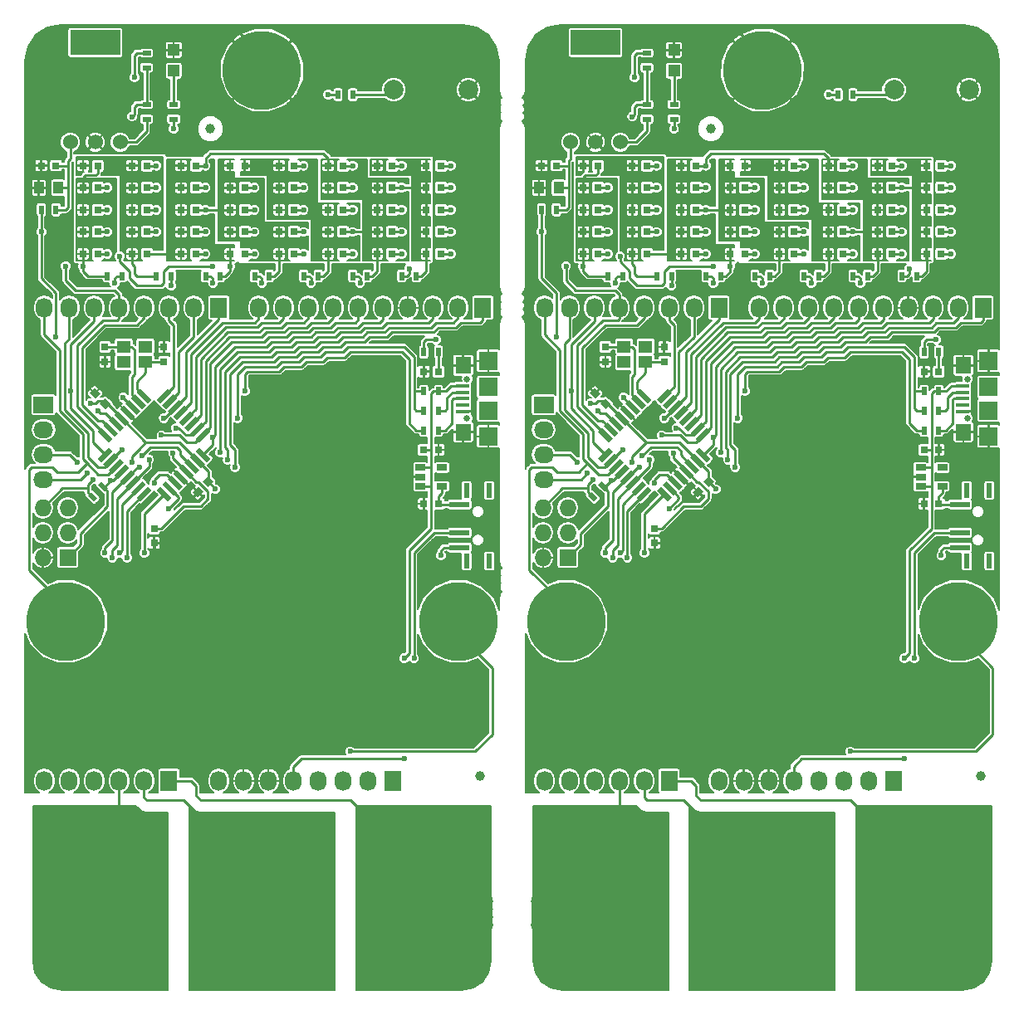
<source format=gbl>
G04 #@! TF.FileFunction,Copper,L2,Bot,Signal*
%FSLAX46Y46*%
G04 Gerber Fmt 4.6, Leading zero omitted, Abs format (unit mm)*
G04 Created by KiCad (PCBNEW 4.0.0-rc1-stable) date 9/27/2016 10:31:32 AM*
%MOMM*%
G01*
G04 APERTURE LIST*
%ADD10C,0.100000*%
%ADD11R,2.032000X1.727200*%
%ADD12O,2.032000X1.727200*%
%ADD13R,1.350000X0.400000*%
%ADD14R,1.900000X1.900000*%
%ADD15R,1.600000X1.700000*%
%ADD16C,0.650000*%
%ADD17R,0.900000X0.500000*%
%ADD18R,0.500000X0.900000*%
%ADD19R,0.800000X0.750000*%
%ADD20R,1.000000X1.250000*%
%ADD21C,1.524000*%
%ADD22R,5.080000X2.540000*%
%ADD23C,8.000000*%
%ADD24C,0.700000*%
%ADD25R,2.000000X0.600000*%
%ADD26R,0.600000X1.500000*%
%ADD27C,1.000000*%
%ADD28R,1.400000X1.200000*%
%ADD29R,1.060000X0.650000*%
%ADD30R,1.727200X1.727200*%
%ADD31O,1.727200X1.727200*%
%ADD32R,1.727200X2.032000*%
%ADD33O,1.727200X2.032000*%
%ADD34R,1.198880X1.198880*%
%ADD35R,0.797560X0.797560*%
%ADD36R,0.750000X0.800000*%
%ADD37C,2.000000*%
%ADD38C,0.600000*%
%ADD39C,0.250000*%
%ADD40C,0.152400*%
G04 APERTURE END LIST*
D10*
D11*
X107226000Y-95154000D03*
D12*
X107226000Y-97694000D03*
X107226000Y-100234000D03*
X107226000Y-102774000D03*
D13*
X149915000Y-93219000D03*
X149915000Y-93869000D03*
X149915000Y-94519000D03*
X149915000Y-95169000D03*
X149915000Y-95819000D03*
D14*
X152565000Y-93319000D03*
X152565000Y-95719000D03*
X152565000Y-90669000D03*
D15*
X150015000Y-91119000D03*
X150015000Y-97919000D03*
D14*
X152565000Y-98369000D03*
D16*
X150415000Y-92519000D03*
X150415000Y-96519000D03*
D17*
X117750000Y-66000000D03*
X117750000Y-64500000D03*
D18*
X108500000Y-75250000D03*
X107000000Y-75250000D03*
D17*
X117750000Y-60750000D03*
X117750000Y-59250000D03*
D19*
X108500000Y-70750000D03*
X107000000Y-70750000D03*
D20*
X108750000Y-73000000D03*
X106750000Y-73000000D03*
D21*
X115040000Y-68350000D03*
X112500000Y-68350000D03*
X109960000Y-68350000D03*
D22*
X112500000Y-58190000D03*
D23*
X129500000Y-61000000D03*
D24*
X126500000Y-61000000D03*
X127378680Y-63121320D03*
X129500000Y-64000000D03*
X131621320Y-63121320D03*
X132500000Y-61000000D03*
X131621320Y-58878680D03*
X129500000Y-58000000D03*
X127378680Y-58878680D03*
D23*
X149500000Y-117250000D03*
D24*
X146500000Y-117250000D03*
X147378680Y-119371320D03*
X149500000Y-120250000D03*
X151621320Y-119371320D03*
X152500000Y-117250000D03*
X151621320Y-115128680D03*
X149500000Y-114250000D03*
X147378680Y-115128680D03*
D23*
X109500000Y-117250000D03*
D24*
X106500000Y-117250000D03*
X107378680Y-119371320D03*
X109500000Y-120250000D03*
X111621320Y-119371320D03*
X112500000Y-117250000D03*
X111621320Y-115128680D03*
X109500000Y-114250000D03*
X107378680Y-115128680D03*
D25*
X149650000Y-109700000D03*
X149650000Y-105300000D03*
X149650000Y-108200000D03*
D26*
X152650000Y-111100000D03*
X150350000Y-111100000D03*
X150350000Y-103900000D03*
X152650000Y-103900000D03*
D27*
X151750000Y-133000000D03*
D28*
X117600000Y-90800000D03*
X115400000Y-90800000D03*
X117600000Y-89200000D03*
X115400000Y-89200000D03*
D29*
X145650000Y-103450000D03*
X145650000Y-102500000D03*
X145650000Y-101550000D03*
X147850000Y-101550000D03*
X147850000Y-103450000D03*
D10*
G36*
X112754757Y-97853464D02*
X113143666Y-97464555D01*
X114275037Y-98595926D01*
X113886128Y-98984835D01*
X112754757Y-97853464D01*
X112754757Y-97853464D01*
G37*
G36*
X113320443Y-97287779D02*
X113709352Y-96898870D01*
X114840723Y-98030241D01*
X114451814Y-98419150D01*
X113320443Y-97287779D01*
X113320443Y-97287779D01*
G37*
G36*
X113886128Y-96722093D02*
X114275037Y-96333184D01*
X115406408Y-97464555D01*
X115017499Y-97853464D01*
X113886128Y-96722093D01*
X113886128Y-96722093D01*
G37*
G36*
X114451813Y-96156408D02*
X114840722Y-95767499D01*
X115972093Y-96898870D01*
X115583184Y-97287779D01*
X114451813Y-96156408D01*
X114451813Y-96156408D01*
G37*
G36*
X115017499Y-95590722D02*
X115406408Y-95201813D01*
X116537779Y-96333184D01*
X116148870Y-96722093D01*
X115017499Y-95590722D01*
X115017499Y-95590722D01*
G37*
G36*
X115583184Y-95025037D02*
X115972093Y-94636128D01*
X117103464Y-95767499D01*
X116714555Y-96156408D01*
X115583184Y-95025037D01*
X115583184Y-95025037D01*
G37*
G36*
X116148870Y-94459352D02*
X116537779Y-94070443D01*
X117669150Y-95201814D01*
X117280241Y-95590723D01*
X116148870Y-94459352D01*
X116148870Y-94459352D01*
G37*
G36*
X116714555Y-93893666D02*
X117103464Y-93504757D01*
X118234835Y-94636128D01*
X117845926Y-95025037D01*
X116714555Y-93893666D01*
X116714555Y-93893666D01*
G37*
G36*
X119896536Y-93504757D02*
X120285445Y-93893666D01*
X119154074Y-95025037D01*
X118765165Y-94636128D01*
X119896536Y-93504757D01*
X119896536Y-93504757D01*
G37*
G36*
X120462221Y-94070443D02*
X120851130Y-94459352D01*
X119719759Y-95590723D01*
X119330850Y-95201814D01*
X120462221Y-94070443D01*
X120462221Y-94070443D01*
G37*
G36*
X121027907Y-94636128D02*
X121416816Y-95025037D01*
X120285445Y-96156408D01*
X119896536Y-95767499D01*
X121027907Y-94636128D01*
X121027907Y-94636128D01*
G37*
G36*
X121593592Y-95201813D02*
X121982501Y-95590722D01*
X120851130Y-96722093D01*
X120462221Y-96333184D01*
X121593592Y-95201813D01*
X121593592Y-95201813D01*
G37*
G36*
X122159278Y-95767499D02*
X122548187Y-96156408D01*
X121416816Y-97287779D01*
X121027907Y-96898870D01*
X122159278Y-95767499D01*
X122159278Y-95767499D01*
G37*
G36*
X122724963Y-96333184D02*
X123113872Y-96722093D01*
X121982501Y-97853464D01*
X121593592Y-97464555D01*
X122724963Y-96333184D01*
X122724963Y-96333184D01*
G37*
G36*
X123290648Y-96898870D02*
X123679557Y-97287779D01*
X122548186Y-98419150D01*
X122159277Y-98030241D01*
X123290648Y-96898870D01*
X123290648Y-96898870D01*
G37*
G36*
X123856334Y-97464555D02*
X124245243Y-97853464D01*
X123113872Y-98984835D01*
X122724963Y-98595926D01*
X123856334Y-97464555D01*
X123856334Y-97464555D01*
G37*
G36*
X122724963Y-99904074D02*
X123113872Y-99515165D01*
X124245243Y-100646536D01*
X123856334Y-101035445D01*
X122724963Y-99904074D01*
X122724963Y-99904074D01*
G37*
G36*
X122159277Y-100469759D02*
X122548186Y-100080850D01*
X123679557Y-101212221D01*
X123290648Y-101601130D01*
X122159277Y-100469759D01*
X122159277Y-100469759D01*
G37*
G36*
X121593592Y-101035445D02*
X121982501Y-100646536D01*
X123113872Y-101777907D01*
X122724963Y-102166816D01*
X121593592Y-101035445D01*
X121593592Y-101035445D01*
G37*
G36*
X121027907Y-101601130D02*
X121416816Y-101212221D01*
X122548187Y-102343592D01*
X122159278Y-102732501D01*
X121027907Y-101601130D01*
X121027907Y-101601130D01*
G37*
G36*
X120462221Y-102166816D02*
X120851130Y-101777907D01*
X121982501Y-102909278D01*
X121593592Y-103298187D01*
X120462221Y-102166816D01*
X120462221Y-102166816D01*
G37*
G36*
X119896536Y-102732501D02*
X120285445Y-102343592D01*
X121416816Y-103474963D01*
X121027907Y-103863872D01*
X119896536Y-102732501D01*
X119896536Y-102732501D01*
G37*
G36*
X119330850Y-103298186D02*
X119719759Y-102909277D01*
X120851130Y-104040648D01*
X120462221Y-104429557D01*
X119330850Y-103298186D01*
X119330850Y-103298186D01*
G37*
G36*
X118765165Y-103863872D02*
X119154074Y-103474963D01*
X120285445Y-104606334D01*
X119896536Y-104995243D01*
X118765165Y-103863872D01*
X118765165Y-103863872D01*
G37*
G36*
X117845926Y-103474963D02*
X118234835Y-103863872D01*
X117103464Y-104995243D01*
X116714555Y-104606334D01*
X117845926Y-103474963D01*
X117845926Y-103474963D01*
G37*
G36*
X117280241Y-102909277D02*
X117669150Y-103298186D01*
X116537779Y-104429557D01*
X116148870Y-104040648D01*
X117280241Y-102909277D01*
X117280241Y-102909277D01*
G37*
G36*
X116714555Y-102343592D02*
X117103464Y-102732501D01*
X115972093Y-103863872D01*
X115583184Y-103474963D01*
X116714555Y-102343592D01*
X116714555Y-102343592D01*
G37*
G36*
X116148870Y-101777907D02*
X116537779Y-102166816D01*
X115406408Y-103298187D01*
X115017499Y-102909278D01*
X116148870Y-101777907D01*
X116148870Y-101777907D01*
G37*
G36*
X115583184Y-101212221D02*
X115972093Y-101601130D01*
X114840722Y-102732501D01*
X114451813Y-102343592D01*
X115583184Y-101212221D01*
X115583184Y-101212221D01*
G37*
G36*
X115017499Y-100646536D02*
X115406408Y-101035445D01*
X114275037Y-102166816D01*
X113886128Y-101777907D01*
X115017499Y-100646536D01*
X115017499Y-100646536D01*
G37*
G36*
X114451814Y-100080850D02*
X114840723Y-100469759D01*
X113709352Y-101601130D01*
X113320443Y-101212221D01*
X114451814Y-100080850D01*
X114451814Y-100080850D01*
G37*
G36*
X113886128Y-99515165D02*
X114275037Y-99904074D01*
X113143666Y-101035445D01*
X112754757Y-100646536D01*
X113886128Y-99515165D01*
X113886128Y-99515165D01*
G37*
G36*
X113138909Y-102974695D02*
X113775305Y-103611091D01*
X113421751Y-103964645D01*
X112785355Y-103328249D01*
X113138909Y-102974695D01*
X113138909Y-102974695D01*
G37*
G36*
X112078249Y-104035355D02*
X112714645Y-104671751D01*
X112361091Y-105025305D01*
X111724695Y-104388909D01*
X112078249Y-104035355D01*
X112078249Y-104035355D01*
G37*
D17*
X120500000Y-64500000D03*
X120500000Y-66000000D03*
D18*
X147500000Y-89750000D03*
X146000000Y-89750000D03*
X138750000Y-63500000D03*
X137250000Y-63500000D03*
X147500000Y-97750000D03*
X146000000Y-97750000D03*
X147500000Y-95750000D03*
X146000000Y-95750000D03*
X147500000Y-93750000D03*
X146000000Y-93750000D03*
X113750000Y-82000000D03*
X115250000Y-82000000D03*
X118750000Y-82000000D03*
X120250000Y-82000000D03*
X125250000Y-82000000D03*
X123750000Y-82000000D03*
X130250000Y-82000000D03*
X128750000Y-82000000D03*
X135250000Y-82000000D03*
X133750000Y-82000000D03*
X140250000Y-82000000D03*
X138750000Y-82000000D03*
X145250000Y-82000000D03*
X143750000Y-82000000D03*
D30*
X109695487Y-110730013D03*
D31*
X107155487Y-110730013D03*
X109695487Y-108190013D03*
X107155487Y-108190013D03*
X109695487Y-105650013D03*
X107155487Y-105650013D03*
D32*
X125076000Y-85240000D03*
D33*
X122536000Y-85240000D03*
X119996000Y-85240000D03*
X117456000Y-85240000D03*
X114916000Y-85240000D03*
X112376000Y-85240000D03*
X109836000Y-85240000D03*
X107296000Y-85240000D03*
D32*
X152000000Y-85240000D03*
D33*
X149460000Y-85240000D03*
X146920000Y-85240000D03*
X144380000Y-85240000D03*
X141840000Y-85240000D03*
X139300000Y-85240000D03*
X136760000Y-85240000D03*
X134220000Y-85240000D03*
X131680000Y-85240000D03*
X129140000Y-85240000D03*
D32*
X119996000Y-133500000D03*
D33*
X117456000Y-133500000D03*
X114916000Y-133500000D03*
X112376000Y-133500000D03*
X109836000Y-133500000D03*
X107296000Y-133500000D03*
D32*
X142856000Y-133500000D03*
D33*
X140316000Y-133500000D03*
X137776000Y-133500000D03*
X135236000Y-133500000D03*
X132696000Y-133500000D03*
X130156000Y-133500000D03*
X127616000Y-133500000D03*
X125076000Y-133500000D03*
D34*
X120500000Y-61049020D03*
X120500000Y-58950980D03*
D35*
X147499300Y-91750000D03*
X146000700Y-91750000D03*
X112749300Y-79750000D03*
X111250700Y-79750000D03*
X112749300Y-77500000D03*
X111250700Y-77500000D03*
X112749300Y-75250000D03*
X111250700Y-75250000D03*
X112749300Y-73000000D03*
X111250700Y-73000000D03*
X112749300Y-70750000D03*
X111250700Y-70750000D03*
X117749300Y-79750000D03*
X116250700Y-79750000D03*
X117749300Y-77500000D03*
X116250700Y-77500000D03*
X117749300Y-75250000D03*
X116250700Y-75250000D03*
X117749300Y-73000000D03*
X116250700Y-73000000D03*
X117749300Y-70750000D03*
X116250700Y-70750000D03*
X122749300Y-79750000D03*
X121250700Y-79750000D03*
X122749300Y-77500000D03*
X121250700Y-77500000D03*
X122749300Y-75250000D03*
X121250700Y-75250000D03*
X122749300Y-73000000D03*
X121250700Y-73000000D03*
X122749300Y-70750000D03*
X121250700Y-70750000D03*
X127749300Y-79750000D03*
X126250700Y-79750000D03*
X127749300Y-77500000D03*
X126250700Y-77500000D03*
X127749300Y-75250000D03*
X126250700Y-75250000D03*
X127749300Y-73000000D03*
X126250700Y-73000000D03*
X127749300Y-70750000D03*
X126250700Y-70750000D03*
X132749300Y-79750000D03*
X131250700Y-79750000D03*
X132749300Y-77500000D03*
X131250700Y-77500000D03*
X132749300Y-75250000D03*
X131250700Y-75250000D03*
X132749300Y-73000000D03*
X131250700Y-73000000D03*
X132749300Y-70750000D03*
X131250700Y-70750000D03*
X137749300Y-79750000D03*
X136250700Y-79750000D03*
X137749300Y-77500000D03*
X136250700Y-77500000D03*
X137749300Y-75250000D03*
X136250700Y-75250000D03*
X137749300Y-73000000D03*
X136250700Y-73000000D03*
X137749300Y-70750000D03*
X136250700Y-70750000D03*
X142749300Y-79750000D03*
X141250700Y-79750000D03*
X142749300Y-77500000D03*
X141250700Y-77500000D03*
X142749300Y-75250000D03*
X141250700Y-75250000D03*
X142749300Y-73000000D03*
X141250700Y-73000000D03*
X142749300Y-70750000D03*
X141250700Y-70750000D03*
X147749300Y-79750000D03*
X146250700Y-79750000D03*
X147749300Y-77500000D03*
X146250700Y-77500000D03*
X147749300Y-75250000D03*
X146250700Y-75250000D03*
X147749300Y-73000000D03*
X146250700Y-73000000D03*
X147749300Y-70750000D03*
X146250700Y-70750000D03*
D19*
X147500000Y-105250000D03*
X146000000Y-105250000D03*
X146000000Y-99750000D03*
X147500000Y-99750000D03*
D10*
G36*
X124048008Y-102421662D02*
X124578338Y-102951992D01*
X124012652Y-103517678D01*
X123482322Y-102987348D01*
X124048008Y-102421662D01*
X124048008Y-102421662D01*
G37*
G36*
X122987348Y-103482322D02*
X123517678Y-104012652D01*
X122951992Y-104578338D01*
X122421662Y-104048008D01*
X122987348Y-103482322D01*
X122987348Y-103482322D01*
G37*
D36*
X113500000Y-89250000D03*
X113500000Y-90750000D03*
D10*
G36*
X114078338Y-95048008D02*
X113548008Y-95578338D01*
X112982322Y-95012652D01*
X113512652Y-94482322D01*
X114078338Y-95048008D01*
X114078338Y-95048008D01*
G37*
G36*
X113017678Y-93987348D02*
X112487348Y-94517678D01*
X111921662Y-93951992D01*
X112451992Y-93421662D01*
X113017678Y-93987348D01*
X113017678Y-93987348D01*
G37*
D36*
X119500000Y-90750000D03*
X119500000Y-89250000D03*
X118500000Y-107750000D03*
X118500000Y-109250000D03*
D27*
X124250000Y-67000000D03*
X73250000Y-67000000D03*
D36*
X67500000Y-107750000D03*
X67500000Y-109250000D03*
X68500000Y-90750000D03*
X68500000Y-89250000D03*
D10*
G36*
X63078338Y-95048008D02*
X62548008Y-95578338D01*
X61982322Y-95012652D01*
X62512652Y-94482322D01*
X63078338Y-95048008D01*
X63078338Y-95048008D01*
G37*
G36*
X62017678Y-93987348D02*
X61487348Y-94517678D01*
X60921662Y-93951992D01*
X61451992Y-93421662D01*
X62017678Y-93987348D01*
X62017678Y-93987348D01*
G37*
D36*
X62500000Y-89250000D03*
X62500000Y-90750000D03*
D10*
G36*
X73048008Y-102421662D02*
X73578338Y-102951992D01*
X73012652Y-103517678D01*
X72482322Y-102987348D01*
X73048008Y-102421662D01*
X73048008Y-102421662D01*
G37*
G36*
X71987348Y-103482322D02*
X72517678Y-104012652D01*
X71951992Y-104578338D01*
X71421662Y-104048008D01*
X71987348Y-103482322D01*
X71987348Y-103482322D01*
G37*
D19*
X95000000Y-99750000D03*
X96500000Y-99750000D03*
X96500000Y-105250000D03*
X95000000Y-105250000D03*
D35*
X96749300Y-70750000D03*
X95250700Y-70750000D03*
X96749300Y-73000000D03*
X95250700Y-73000000D03*
X96749300Y-75250000D03*
X95250700Y-75250000D03*
X96749300Y-77500000D03*
X95250700Y-77500000D03*
X96749300Y-79750000D03*
X95250700Y-79750000D03*
X91749300Y-70750000D03*
X90250700Y-70750000D03*
X91749300Y-73000000D03*
X90250700Y-73000000D03*
X91749300Y-75250000D03*
X90250700Y-75250000D03*
X91749300Y-77500000D03*
X90250700Y-77500000D03*
X91749300Y-79750000D03*
X90250700Y-79750000D03*
X86749300Y-70750000D03*
X85250700Y-70750000D03*
X86749300Y-73000000D03*
X85250700Y-73000000D03*
X86749300Y-75250000D03*
X85250700Y-75250000D03*
X86749300Y-77500000D03*
X85250700Y-77500000D03*
X86749300Y-79750000D03*
X85250700Y-79750000D03*
X81749300Y-70750000D03*
X80250700Y-70750000D03*
X81749300Y-73000000D03*
X80250700Y-73000000D03*
X81749300Y-75250000D03*
X80250700Y-75250000D03*
X81749300Y-77500000D03*
X80250700Y-77500000D03*
X81749300Y-79750000D03*
X80250700Y-79750000D03*
X76749300Y-70750000D03*
X75250700Y-70750000D03*
X76749300Y-73000000D03*
X75250700Y-73000000D03*
X76749300Y-75250000D03*
X75250700Y-75250000D03*
X76749300Y-77500000D03*
X75250700Y-77500000D03*
X76749300Y-79750000D03*
X75250700Y-79750000D03*
X71749300Y-70750000D03*
X70250700Y-70750000D03*
X71749300Y-73000000D03*
X70250700Y-73000000D03*
X71749300Y-75250000D03*
X70250700Y-75250000D03*
X71749300Y-77500000D03*
X70250700Y-77500000D03*
X71749300Y-79750000D03*
X70250700Y-79750000D03*
X66749300Y-70750000D03*
X65250700Y-70750000D03*
X66749300Y-73000000D03*
X65250700Y-73000000D03*
X66749300Y-75250000D03*
X65250700Y-75250000D03*
X66749300Y-77500000D03*
X65250700Y-77500000D03*
X66749300Y-79750000D03*
X65250700Y-79750000D03*
X61749300Y-70750000D03*
X60250700Y-70750000D03*
X61749300Y-73000000D03*
X60250700Y-73000000D03*
X61749300Y-75250000D03*
X60250700Y-75250000D03*
X61749300Y-77500000D03*
X60250700Y-77500000D03*
X61749300Y-79750000D03*
X60250700Y-79750000D03*
X96499300Y-91750000D03*
X95000700Y-91750000D03*
D34*
X69500000Y-61049020D03*
X69500000Y-58950980D03*
D32*
X91856000Y-133500000D03*
D33*
X89316000Y-133500000D03*
X86776000Y-133500000D03*
X84236000Y-133500000D03*
X81696000Y-133500000D03*
X79156000Y-133500000D03*
X76616000Y-133500000D03*
X74076000Y-133500000D03*
D32*
X68996000Y-133500000D03*
D33*
X66456000Y-133500000D03*
X63916000Y-133500000D03*
X61376000Y-133500000D03*
X58836000Y-133500000D03*
X56296000Y-133500000D03*
D32*
X101000000Y-85240000D03*
D33*
X98460000Y-85240000D03*
X95920000Y-85240000D03*
X93380000Y-85240000D03*
X90840000Y-85240000D03*
X88300000Y-85240000D03*
X85760000Y-85240000D03*
X83220000Y-85240000D03*
X80680000Y-85240000D03*
X78140000Y-85240000D03*
D32*
X74076000Y-85240000D03*
D33*
X71536000Y-85240000D03*
X68996000Y-85240000D03*
X66456000Y-85240000D03*
X63916000Y-85240000D03*
X61376000Y-85240000D03*
X58836000Y-85240000D03*
X56296000Y-85240000D03*
D30*
X58695487Y-110730013D03*
D31*
X56155487Y-110730013D03*
X58695487Y-108190013D03*
X56155487Y-108190013D03*
X58695487Y-105650013D03*
X56155487Y-105650013D03*
D18*
X94250000Y-82000000D03*
X92750000Y-82000000D03*
X89250000Y-82000000D03*
X87750000Y-82000000D03*
X84250000Y-82000000D03*
X82750000Y-82000000D03*
X79250000Y-82000000D03*
X77750000Y-82000000D03*
X74250000Y-82000000D03*
X72750000Y-82000000D03*
X67750000Y-82000000D03*
X69250000Y-82000000D03*
X62750000Y-82000000D03*
X64250000Y-82000000D03*
X96500000Y-93750000D03*
X95000000Y-93750000D03*
X96500000Y-95750000D03*
X95000000Y-95750000D03*
X96500000Y-97750000D03*
X95000000Y-97750000D03*
X87750000Y-63500000D03*
X86250000Y-63500000D03*
X96500000Y-89750000D03*
X95000000Y-89750000D03*
D17*
X69500000Y-64500000D03*
X69500000Y-66000000D03*
D10*
G36*
X62138909Y-102974695D02*
X62775305Y-103611091D01*
X62421751Y-103964645D01*
X61785355Y-103328249D01*
X62138909Y-102974695D01*
X62138909Y-102974695D01*
G37*
G36*
X61078249Y-104035355D02*
X61714645Y-104671751D01*
X61361091Y-105025305D01*
X60724695Y-104388909D01*
X61078249Y-104035355D01*
X61078249Y-104035355D01*
G37*
G36*
X61754757Y-97853464D02*
X62143666Y-97464555D01*
X63275037Y-98595926D01*
X62886128Y-98984835D01*
X61754757Y-97853464D01*
X61754757Y-97853464D01*
G37*
G36*
X62320443Y-97287779D02*
X62709352Y-96898870D01*
X63840723Y-98030241D01*
X63451814Y-98419150D01*
X62320443Y-97287779D01*
X62320443Y-97287779D01*
G37*
G36*
X62886128Y-96722093D02*
X63275037Y-96333184D01*
X64406408Y-97464555D01*
X64017499Y-97853464D01*
X62886128Y-96722093D01*
X62886128Y-96722093D01*
G37*
G36*
X63451813Y-96156408D02*
X63840722Y-95767499D01*
X64972093Y-96898870D01*
X64583184Y-97287779D01*
X63451813Y-96156408D01*
X63451813Y-96156408D01*
G37*
G36*
X64017499Y-95590722D02*
X64406408Y-95201813D01*
X65537779Y-96333184D01*
X65148870Y-96722093D01*
X64017499Y-95590722D01*
X64017499Y-95590722D01*
G37*
G36*
X64583184Y-95025037D02*
X64972093Y-94636128D01*
X66103464Y-95767499D01*
X65714555Y-96156408D01*
X64583184Y-95025037D01*
X64583184Y-95025037D01*
G37*
G36*
X65148870Y-94459352D02*
X65537779Y-94070443D01*
X66669150Y-95201814D01*
X66280241Y-95590723D01*
X65148870Y-94459352D01*
X65148870Y-94459352D01*
G37*
G36*
X65714555Y-93893666D02*
X66103464Y-93504757D01*
X67234835Y-94636128D01*
X66845926Y-95025037D01*
X65714555Y-93893666D01*
X65714555Y-93893666D01*
G37*
G36*
X68896536Y-93504757D02*
X69285445Y-93893666D01*
X68154074Y-95025037D01*
X67765165Y-94636128D01*
X68896536Y-93504757D01*
X68896536Y-93504757D01*
G37*
G36*
X69462221Y-94070443D02*
X69851130Y-94459352D01*
X68719759Y-95590723D01*
X68330850Y-95201814D01*
X69462221Y-94070443D01*
X69462221Y-94070443D01*
G37*
G36*
X70027907Y-94636128D02*
X70416816Y-95025037D01*
X69285445Y-96156408D01*
X68896536Y-95767499D01*
X70027907Y-94636128D01*
X70027907Y-94636128D01*
G37*
G36*
X70593592Y-95201813D02*
X70982501Y-95590722D01*
X69851130Y-96722093D01*
X69462221Y-96333184D01*
X70593592Y-95201813D01*
X70593592Y-95201813D01*
G37*
G36*
X71159278Y-95767499D02*
X71548187Y-96156408D01*
X70416816Y-97287779D01*
X70027907Y-96898870D01*
X71159278Y-95767499D01*
X71159278Y-95767499D01*
G37*
G36*
X71724963Y-96333184D02*
X72113872Y-96722093D01*
X70982501Y-97853464D01*
X70593592Y-97464555D01*
X71724963Y-96333184D01*
X71724963Y-96333184D01*
G37*
G36*
X72290648Y-96898870D02*
X72679557Y-97287779D01*
X71548186Y-98419150D01*
X71159277Y-98030241D01*
X72290648Y-96898870D01*
X72290648Y-96898870D01*
G37*
G36*
X72856334Y-97464555D02*
X73245243Y-97853464D01*
X72113872Y-98984835D01*
X71724963Y-98595926D01*
X72856334Y-97464555D01*
X72856334Y-97464555D01*
G37*
G36*
X71724963Y-99904074D02*
X72113872Y-99515165D01*
X73245243Y-100646536D01*
X72856334Y-101035445D01*
X71724963Y-99904074D01*
X71724963Y-99904074D01*
G37*
G36*
X71159277Y-100469759D02*
X71548186Y-100080850D01*
X72679557Y-101212221D01*
X72290648Y-101601130D01*
X71159277Y-100469759D01*
X71159277Y-100469759D01*
G37*
G36*
X70593592Y-101035445D02*
X70982501Y-100646536D01*
X72113872Y-101777907D01*
X71724963Y-102166816D01*
X70593592Y-101035445D01*
X70593592Y-101035445D01*
G37*
G36*
X70027907Y-101601130D02*
X70416816Y-101212221D01*
X71548187Y-102343592D01*
X71159278Y-102732501D01*
X70027907Y-101601130D01*
X70027907Y-101601130D01*
G37*
G36*
X69462221Y-102166816D02*
X69851130Y-101777907D01*
X70982501Y-102909278D01*
X70593592Y-103298187D01*
X69462221Y-102166816D01*
X69462221Y-102166816D01*
G37*
G36*
X68896536Y-102732501D02*
X69285445Y-102343592D01*
X70416816Y-103474963D01*
X70027907Y-103863872D01*
X68896536Y-102732501D01*
X68896536Y-102732501D01*
G37*
G36*
X68330850Y-103298186D02*
X68719759Y-102909277D01*
X69851130Y-104040648D01*
X69462221Y-104429557D01*
X68330850Y-103298186D01*
X68330850Y-103298186D01*
G37*
G36*
X67765165Y-103863872D02*
X68154074Y-103474963D01*
X69285445Y-104606334D01*
X68896536Y-104995243D01*
X67765165Y-103863872D01*
X67765165Y-103863872D01*
G37*
G36*
X66845926Y-103474963D02*
X67234835Y-103863872D01*
X66103464Y-104995243D01*
X65714555Y-104606334D01*
X66845926Y-103474963D01*
X66845926Y-103474963D01*
G37*
G36*
X66280241Y-102909277D02*
X66669150Y-103298186D01*
X65537779Y-104429557D01*
X65148870Y-104040648D01*
X66280241Y-102909277D01*
X66280241Y-102909277D01*
G37*
G36*
X65714555Y-102343592D02*
X66103464Y-102732501D01*
X64972093Y-103863872D01*
X64583184Y-103474963D01*
X65714555Y-102343592D01*
X65714555Y-102343592D01*
G37*
G36*
X65148870Y-101777907D02*
X65537779Y-102166816D01*
X64406408Y-103298187D01*
X64017499Y-102909278D01*
X65148870Y-101777907D01*
X65148870Y-101777907D01*
G37*
G36*
X64583184Y-101212221D02*
X64972093Y-101601130D01*
X63840722Y-102732501D01*
X63451813Y-102343592D01*
X64583184Y-101212221D01*
X64583184Y-101212221D01*
G37*
G36*
X64017499Y-100646536D02*
X64406408Y-101035445D01*
X63275037Y-102166816D01*
X62886128Y-101777907D01*
X64017499Y-100646536D01*
X64017499Y-100646536D01*
G37*
G36*
X63451814Y-100080850D02*
X63840723Y-100469759D01*
X62709352Y-101601130D01*
X62320443Y-101212221D01*
X63451814Y-100080850D01*
X63451814Y-100080850D01*
G37*
G36*
X62886128Y-99515165D02*
X63275037Y-99904074D01*
X62143666Y-101035445D01*
X61754757Y-100646536D01*
X62886128Y-99515165D01*
X62886128Y-99515165D01*
G37*
D29*
X94650000Y-103450000D03*
X94650000Y-102500000D03*
X94650000Y-101550000D03*
X96850000Y-101550000D03*
X96850000Y-103450000D03*
D28*
X66600000Y-90800000D03*
X64400000Y-90800000D03*
X66600000Y-89200000D03*
X64400000Y-89200000D03*
D27*
X100750000Y-133000000D03*
D25*
X98650000Y-109700000D03*
X98650000Y-105300000D03*
X98650000Y-108200000D03*
D26*
X101650000Y-111100000D03*
X99350000Y-111100000D03*
X99350000Y-103900000D03*
X101650000Y-103900000D03*
D23*
X58500000Y-117250000D03*
D24*
X55500000Y-117250000D03*
X56378680Y-119371320D03*
X58500000Y-120250000D03*
X60621320Y-119371320D03*
X61500000Y-117250000D03*
X60621320Y-115128680D03*
X58500000Y-114250000D03*
X56378680Y-115128680D03*
D23*
X98500000Y-117250000D03*
D24*
X95500000Y-117250000D03*
X96378680Y-119371320D03*
X98500000Y-120250000D03*
X100621320Y-119371320D03*
X101500000Y-117250000D03*
X100621320Y-115128680D03*
X98500000Y-114250000D03*
X96378680Y-115128680D03*
D23*
X78500000Y-61000000D03*
D24*
X75500000Y-61000000D03*
X76378680Y-63121320D03*
X78500000Y-64000000D03*
X80621320Y-63121320D03*
X81500000Y-61000000D03*
X80621320Y-58878680D03*
X78500000Y-58000000D03*
X76378680Y-58878680D03*
D21*
X64040000Y-68350000D03*
X61500000Y-68350000D03*
X58960000Y-68350000D03*
D22*
X61500000Y-58190000D03*
D20*
X57750000Y-73000000D03*
X55750000Y-73000000D03*
D19*
X57500000Y-70750000D03*
X56000000Y-70750000D03*
D17*
X66750000Y-60750000D03*
X66750000Y-59250000D03*
D18*
X57500000Y-75250000D03*
X56000000Y-75250000D03*
D17*
X66750000Y-66000000D03*
X66750000Y-64500000D03*
D13*
X98915000Y-93219000D03*
X98915000Y-93869000D03*
X98915000Y-94519000D03*
X98915000Y-95169000D03*
X98915000Y-95819000D03*
D14*
X101565000Y-93319000D03*
X101565000Y-95719000D03*
X101565000Y-90669000D03*
D15*
X99015000Y-91119000D03*
X99015000Y-97919000D03*
D14*
X101565000Y-98369000D03*
D16*
X99415000Y-92519000D03*
X99415000Y-96519000D03*
D11*
X56226000Y-95154000D03*
D12*
X56226000Y-97694000D03*
X56226000Y-100234000D03*
X56226000Y-102774000D03*
D37*
X91940000Y-63000000D03*
X99560000Y-63000000D03*
X142940000Y-63000000D03*
X150560000Y-63000000D03*
D38*
X120434000Y-100107000D03*
X125250000Y-100000000D03*
X74250000Y-100000000D03*
X69434000Y-100107000D03*
X117150000Y-97350000D03*
X119500000Y-88250000D03*
X112500000Y-90750000D03*
X112000000Y-111500000D03*
X113000000Y-112500000D03*
X113000000Y-111500000D03*
X122000000Y-104500000D03*
X118500000Y-110250000D03*
X67500000Y-110250000D03*
X71000000Y-104500000D03*
X62000000Y-111500000D03*
X62000000Y-112500000D03*
X61000000Y-111500000D03*
X61500000Y-90750000D03*
X68500000Y-88250000D03*
X66150000Y-97350000D03*
X116500000Y-61750000D03*
X107000000Y-77500000D03*
X145000000Y-121000000D03*
X124750000Y-103750000D03*
X112000000Y-95000000D03*
X108500000Y-88250000D03*
X116243000Y-100996000D03*
X112250000Y-102750000D03*
X61250000Y-102750000D03*
X65243000Y-100996000D03*
X57500000Y-88250000D03*
X61000000Y-95000000D03*
X73750000Y-103750000D03*
X94000000Y-121000000D03*
X56000000Y-77500000D03*
X65500000Y-61750000D03*
X144000000Y-131250000D03*
X144000000Y-121000000D03*
X93000000Y-121000000D03*
X93000000Y-131250000D03*
X118750000Y-73000000D03*
X133750000Y-79750000D03*
X138750000Y-77500000D03*
X140250000Y-73000000D03*
X148750000Y-70750000D03*
X113750000Y-75250000D03*
X123750000Y-70750000D03*
X72750000Y-70750000D03*
X62750000Y-75250000D03*
X97750000Y-70750000D03*
X89250000Y-73000000D03*
X87750000Y-77500000D03*
X82750000Y-79750000D03*
X67750000Y-73000000D03*
X138750000Y-75250000D03*
X128750000Y-79750000D03*
X113750000Y-73000000D03*
X143750000Y-73000000D03*
X133750000Y-77500000D03*
X118750000Y-70750000D03*
X124500000Y-81000000D03*
X115000000Y-80000000D03*
X64000000Y-80000000D03*
X73500000Y-81000000D03*
X67750000Y-70750000D03*
X82750000Y-77500000D03*
X92750000Y-73000000D03*
X62750000Y-73000000D03*
X77750000Y-79750000D03*
X87750000Y-75250000D03*
X123750000Y-73000000D03*
X118750000Y-75250000D03*
X143750000Y-75250000D03*
X148750000Y-73000000D03*
X135250000Y-77500000D03*
X113750000Y-77500000D03*
X128750000Y-70750000D03*
X77750000Y-70750000D03*
X62750000Y-77500000D03*
X84250000Y-77500000D03*
X97750000Y-73000000D03*
X92750000Y-75250000D03*
X67750000Y-75250000D03*
X72750000Y-73000000D03*
X143750000Y-77500000D03*
X138750000Y-79750000D03*
X118750000Y-77500000D03*
X148750000Y-75250000D03*
X130250000Y-79750000D03*
X113750000Y-79750000D03*
X123750000Y-75250000D03*
X72750000Y-75250000D03*
X62750000Y-79750000D03*
X79250000Y-79750000D03*
X97750000Y-75250000D03*
X67750000Y-77500000D03*
X87750000Y-79750000D03*
X92750000Y-77500000D03*
X128750000Y-73000000D03*
X143750000Y-79750000D03*
X148750000Y-77500000D03*
X126250000Y-81000000D03*
X133750000Y-70750000D03*
X123750000Y-74250000D03*
X72750000Y-74250000D03*
X82750000Y-70750000D03*
X75250000Y-81000000D03*
X97750000Y-77500000D03*
X92750000Y-79750000D03*
X77750000Y-73000000D03*
X138750000Y-70750000D03*
X133750000Y-73000000D03*
X128750000Y-75250000D03*
X123750000Y-77500000D03*
X148750000Y-79750000D03*
X118750000Y-78750000D03*
X67750000Y-78750000D03*
X97750000Y-79750000D03*
X72750000Y-77500000D03*
X77750000Y-75250000D03*
X82750000Y-73000000D03*
X87750000Y-70750000D03*
X138750000Y-73000000D03*
X133750000Y-75250000D03*
X128750000Y-77500000D03*
X123750000Y-79750000D03*
X143750000Y-70750000D03*
X111250000Y-81000000D03*
X60250000Y-81000000D03*
X92750000Y-70750000D03*
X72750000Y-79750000D03*
X77750000Y-77500000D03*
X82750000Y-75250000D03*
X87750000Y-73000000D03*
X114084000Y-102901000D03*
X63084000Y-102901000D03*
X120000000Y-105750000D03*
X69000000Y-105750000D03*
X117500000Y-110250000D03*
X66500000Y-110250000D03*
X115750000Y-110750000D03*
X64750000Y-110750000D03*
X115000000Y-110250000D03*
X64000000Y-110250000D03*
X126000000Y-100750000D03*
X118000000Y-100750000D03*
X114250000Y-110750000D03*
X63250000Y-110750000D03*
X67000000Y-100750000D03*
X75000000Y-100750000D03*
X117000000Y-101500000D03*
X126750000Y-101500000D03*
X113500000Y-110250000D03*
X62500000Y-110250000D03*
X75750000Y-101500000D03*
X66000000Y-101500000D03*
X124500000Y-98500000D03*
X73500000Y-98500000D03*
X119250000Y-98250000D03*
X68250000Y-98250000D03*
X120750000Y-97500000D03*
X69750000Y-97500000D03*
X127000000Y-96500000D03*
X119500000Y-96500000D03*
X68500000Y-96500000D03*
X76000000Y-96500000D03*
X109500000Y-81000000D03*
X58500000Y-81000000D03*
X110020000Y-93757000D03*
X127750000Y-93750000D03*
X76750000Y-93750000D03*
X59020000Y-93757000D03*
X115250000Y-99750000D03*
X138500000Y-130500000D03*
X87500000Y-130500000D03*
X64250000Y-99750000D03*
X144500000Y-81250000D03*
X93500000Y-81250000D03*
X139500000Y-82750000D03*
X88500000Y-82750000D03*
X134500000Y-82750000D03*
X83500000Y-82750000D03*
X129500000Y-82750000D03*
X78500000Y-82750000D03*
X124500000Y-82750000D03*
X73500000Y-82750000D03*
X120250000Y-83000000D03*
X69250000Y-83000000D03*
X114500000Y-82750000D03*
X63500000Y-82750000D03*
X85250000Y-63500000D03*
X136250000Y-63500000D03*
X147250000Y-88500000D03*
X96250000Y-88500000D03*
X120500000Y-67000000D03*
X69500000Y-67000000D03*
X147750000Y-110500000D03*
X96750000Y-110500000D03*
X116250000Y-65750000D03*
X65250000Y-65750000D03*
X112750000Y-95750000D03*
X61750000Y-95750000D03*
X115354000Y-94392000D03*
X64354000Y-94392000D03*
X110655000Y-100996000D03*
X117259000Y-100361000D03*
X66259000Y-100361000D03*
X59655000Y-100996000D03*
X118529000Y-103155000D03*
X111671000Y-102139000D03*
X60671000Y-102139000D03*
X67529000Y-103155000D03*
D39*
X122815686Y-103000000D02*
X123000000Y-103000000D01*
X123000000Y-103000000D02*
X124000000Y-104000000D01*
X124000000Y-104000000D02*
X124000000Y-104750000D01*
X124000000Y-104750000D02*
X123250000Y-105500000D01*
X123250000Y-105500000D02*
X121500000Y-105500000D01*
X119250000Y-107750000D02*
X118500000Y-107750000D01*
X121500000Y-105500000D02*
X119250000Y-107750000D01*
X121788047Y-101972361D02*
X122815686Y-103000000D01*
X120434000Y-100107000D02*
X120434000Y-100618314D01*
X120434000Y-100618314D02*
X120500000Y-100684314D01*
X127000000Y-89750000D02*
X125250000Y-91500000D01*
X127000000Y-89750000D02*
X130250000Y-89750000D01*
X130250000Y-89750000D02*
X130750000Y-89250000D01*
X130750000Y-89250000D02*
X132500000Y-89250000D01*
X132500000Y-89250000D02*
X133000000Y-88750000D01*
X133000000Y-88750000D02*
X134750000Y-88750000D01*
X134750000Y-88750000D02*
X135250000Y-88250000D01*
X135250000Y-88250000D02*
X137000000Y-88250000D01*
X137000000Y-88250000D02*
X137500000Y-87750000D01*
X137500000Y-87750000D02*
X139500000Y-87750000D01*
X139500000Y-87750000D02*
X140000000Y-87250000D01*
X140000000Y-87250000D02*
X141750000Y-87250000D01*
X141750000Y-87250000D02*
X142250000Y-86750000D01*
X142250000Y-86750000D02*
X146500000Y-86750000D01*
X146500000Y-86750000D02*
X146920000Y-86330000D01*
X146920000Y-86330000D02*
X146920000Y-85240000D01*
X121788047Y-101972361D02*
X120500000Y-100684314D01*
X125250000Y-100000000D02*
X125250000Y-91500000D01*
X74250000Y-100000000D02*
X74250000Y-91500000D01*
X70788047Y-101972361D02*
X69500000Y-100684314D01*
X95920000Y-86330000D02*
X95920000Y-85240000D01*
X95500000Y-86750000D02*
X95920000Y-86330000D01*
X91250000Y-86750000D02*
X95500000Y-86750000D01*
X90750000Y-87250000D02*
X91250000Y-86750000D01*
X89000000Y-87250000D02*
X90750000Y-87250000D01*
X88500000Y-87750000D02*
X89000000Y-87250000D01*
X86500000Y-87750000D02*
X88500000Y-87750000D01*
X86000000Y-88250000D02*
X86500000Y-87750000D01*
X84250000Y-88250000D02*
X86000000Y-88250000D01*
X83750000Y-88750000D02*
X84250000Y-88250000D01*
X82000000Y-88750000D02*
X83750000Y-88750000D01*
X81500000Y-89250000D02*
X82000000Y-88750000D01*
X79750000Y-89250000D02*
X81500000Y-89250000D01*
X79250000Y-89750000D02*
X79750000Y-89250000D01*
X76000000Y-89750000D02*
X79250000Y-89750000D01*
X76000000Y-89750000D02*
X74250000Y-91500000D01*
X69434000Y-100618314D02*
X69500000Y-100684314D01*
X69434000Y-100107000D02*
X69434000Y-100618314D01*
X70788047Y-101972361D02*
X71815686Y-103000000D01*
X70500000Y-105500000D02*
X68250000Y-107750000D01*
X68250000Y-107750000D02*
X67500000Y-107750000D01*
X72250000Y-105500000D02*
X70500000Y-105500000D01*
X73000000Y-104750000D02*
X72250000Y-105500000D01*
X73000000Y-104000000D02*
X73000000Y-104750000D01*
X72000000Y-103000000D02*
X73000000Y-104000000D01*
X71815686Y-103000000D02*
X72000000Y-103000000D01*
X117150000Y-97334314D02*
X117150000Y-97350000D01*
X115777639Y-95961953D02*
X117150000Y-97334314D01*
X119500000Y-89250000D02*
X119500000Y-88250000D01*
X113500000Y-90750000D02*
X112500000Y-90750000D01*
X113000000Y-111500000D02*
X113000000Y-112500000D01*
X129500000Y-61000000D02*
X129500000Y-59500000D01*
X122549020Y-58950980D02*
X123049020Y-58450980D01*
X127250000Y-57250000D02*
X129500000Y-59500000D01*
X127250000Y-57250000D02*
X124250000Y-57250000D01*
X124250000Y-57250000D02*
X123049020Y-58450980D01*
X120500000Y-58950980D02*
X122549020Y-58950980D01*
X122500000Y-104500000D02*
X122000000Y-104500000D01*
X122969670Y-104030330D02*
X122500000Y-104500000D01*
X118500000Y-109250000D02*
X118500000Y-110250000D01*
X67500000Y-109250000D02*
X67500000Y-110250000D01*
X71969670Y-104030330D02*
X71500000Y-104500000D01*
X71500000Y-104500000D02*
X71000000Y-104500000D01*
X69500000Y-58950980D02*
X71549020Y-58950980D01*
X73250000Y-57250000D02*
X72049020Y-58450980D01*
X76250000Y-57250000D02*
X73250000Y-57250000D01*
X76250000Y-57250000D02*
X78500000Y-59500000D01*
X71549020Y-58950980D02*
X72049020Y-58450980D01*
X78500000Y-61000000D02*
X78500000Y-59500000D01*
X62000000Y-111500000D02*
X62000000Y-112500000D01*
X62500000Y-90750000D02*
X61500000Y-90750000D01*
X68500000Y-89250000D02*
X68500000Y-88250000D01*
X64777639Y-95961953D02*
X66150000Y-97334314D01*
X66150000Y-97334314D02*
X66150000Y-97350000D01*
X119450000Y-90800000D02*
X119500000Y-90750000D01*
X117600000Y-90800000D02*
X119450000Y-90800000D01*
X116750000Y-93540202D02*
X116750000Y-92750000D01*
X116750000Y-92750000D02*
X117600000Y-91900000D01*
X117600000Y-91900000D02*
X117600000Y-90800000D01*
X117474695Y-94264897D02*
X116750000Y-93540202D01*
X66474695Y-94264897D02*
X65750000Y-93540202D01*
X66600000Y-91900000D02*
X66600000Y-90800000D01*
X65750000Y-92750000D02*
X66600000Y-91900000D01*
X65750000Y-93540202D02*
X65750000Y-92750000D01*
X66600000Y-90800000D02*
X68450000Y-90800000D01*
X68450000Y-90800000D02*
X68500000Y-90750000D01*
X113714644Y-95030330D02*
X113530330Y-95030330D01*
X115211953Y-96527639D02*
X113714644Y-95030330D01*
X113250000Y-94750000D02*
X113530330Y-95030330D01*
X116750000Y-59250000D02*
X116500000Y-59500000D01*
X116500000Y-59500000D02*
X116500000Y-61750000D01*
X107000000Y-77500000D02*
X107000000Y-75250000D01*
X117750000Y-59250000D02*
X116750000Y-59250000D01*
X147050000Y-108200000D02*
X145000000Y-110250000D01*
X145000000Y-110250000D02*
X145000000Y-121000000D01*
X149650000Y-108200000D02*
X147050000Y-108200000D01*
X111750000Y-104060660D02*
X112219670Y-104530330D01*
X111750000Y-103663000D02*
X111750000Y-104060660D01*
X124750000Y-103689340D02*
X124030330Y-102969670D01*
X124750000Y-103750000D02*
X124750000Y-103689340D01*
X124030330Y-101951903D02*
X124030330Y-102969670D01*
X122919417Y-100840990D02*
X124030330Y-101951903D01*
X112000000Y-95000000D02*
X112500000Y-95000000D01*
X112500000Y-95000000D02*
X112750000Y-94750000D01*
X112750000Y-94750000D02*
X113250000Y-94750000D01*
X107000000Y-82250000D02*
X108500000Y-83750000D01*
X108500000Y-83750000D02*
X108500000Y-88250000D01*
X107000000Y-77500000D02*
X107000000Y-82250000D01*
X109142500Y-103663000D02*
X111750000Y-103663000D01*
X107155487Y-105650013D02*
X109142500Y-103663000D01*
X117648314Y-98964000D02*
X115211953Y-96527639D01*
X121042427Y-98964000D02*
X117648314Y-98964000D01*
X122919417Y-100840990D02*
X121042427Y-98964000D01*
X116243000Y-100996000D02*
X116243000Y-100369314D01*
X116243000Y-100369314D02*
X117000000Y-99612314D01*
X117000000Y-99612314D02*
X117648314Y-98964000D01*
X112250000Y-102750000D02*
X111750000Y-103250000D01*
X111750000Y-103663000D02*
X111750000Y-103250000D01*
X60750000Y-103663000D02*
X60750000Y-103250000D01*
X61250000Y-102750000D02*
X60750000Y-103250000D01*
X66000000Y-99612314D02*
X66648314Y-98964000D01*
X65243000Y-100369314D02*
X66000000Y-99612314D01*
X65243000Y-100996000D02*
X65243000Y-100369314D01*
X71919417Y-100840990D02*
X70042427Y-98964000D01*
X70042427Y-98964000D02*
X66648314Y-98964000D01*
X66648314Y-98964000D02*
X64211953Y-96527639D01*
X56155487Y-105650013D02*
X58142500Y-103663000D01*
X58142500Y-103663000D02*
X60750000Y-103663000D01*
X56000000Y-77500000D02*
X56000000Y-82250000D01*
X57500000Y-83750000D02*
X57500000Y-88250000D01*
X56000000Y-82250000D02*
X57500000Y-83750000D01*
X61750000Y-94750000D02*
X62250000Y-94750000D01*
X61500000Y-95000000D02*
X61750000Y-94750000D01*
X61000000Y-95000000D02*
X61500000Y-95000000D01*
X71919417Y-100840990D02*
X73030330Y-101951903D01*
X73030330Y-101951903D02*
X73030330Y-102969670D01*
X73750000Y-103750000D02*
X73750000Y-103689340D01*
X73750000Y-103689340D02*
X73030330Y-102969670D01*
X60750000Y-103663000D02*
X60750000Y-104060660D01*
X60750000Y-104060660D02*
X61219670Y-104530330D01*
X98650000Y-108200000D02*
X96050000Y-108200000D01*
X94000000Y-110250000D02*
X94000000Y-121000000D01*
X96050000Y-108200000D02*
X94000000Y-110250000D01*
X66750000Y-59250000D02*
X65750000Y-59250000D01*
X56000000Y-77500000D02*
X56000000Y-75250000D01*
X65500000Y-59500000D02*
X65500000Y-61750000D01*
X65750000Y-59250000D02*
X65500000Y-59500000D01*
X62250000Y-94750000D02*
X62530330Y-95030330D01*
X64211953Y-96527639D02*
X62714644Y-95030330D01*
X62714644Y-95030330D02*
X62530330Y-95030330D01*
X113550000Y-89200000D02*
X113500000Y-89250000D01*
X115400000Y-89200000D02*
X113550000Y-89200000D01*
X116500000Y-89500000D02*
X116200000Y-89200000D01*
X116200000Y-89200000D02*
X115400000Y-89200000D01*
X116909010Y-94830583D02*
X116250000Y-94171573D01*
X116250000Y-92250000D02*
X116500000Y-92000000D01*
X116250000Y-94171573D02*
X116250000Y-92250000D01*
X116500000Y-92000000D02*
X116500000Y-89500000D01*
X65500000Y-92000000D02*
X65500000Y-89500000D01*
X65250000Y-94171573D02*
X65250000Y-92250000D01*
X65250000Y-92250000D02*
X65500000Y-92000000D01*
X65909010Y-94830583D02*
X65250000Y-94171573D01*
X65200000Y-89200000D02*
X64400000Y-89200000D01*
X65500000Y-89500000D02*
X65200000Y-89200000D01*
X64400000Y-89200000D02*
X62550000Y-89200000D01*
X62550000Y-89200000D02*
X62500000Y-89250000D01*
X146750000Y-94000000D02*
X147000000Y-93750000D01*
X147500000Y-93750000D02*
X147000000Y-93750000D01*
X146750000Y-94000000D02*
X146750000Y-99750000D01*
X146750000Y-99750000D02*
X146750000Y-101500000D01*
X146750000Y-101550000D02*
X146750000Y-101500000D01*
X145650000Y-101550000D02*
X146750000Y-101550000D01*
X146000000Y-99750000D02*
X146750000Y-99750000D01*
X145650000Y-103450000D02*
X145700000Y-103500000D01*
X146750000Y-101550000D02*
X146750000Y-103500000D01*
X146750000Y-103500000D02*
X146750000Y-107750000D01*
X144500000Y-110000000D02*
X144500000Y-120500000D01*
X146750000Y-107750000D02*
X144500000Y-110000000D01*
X144500000Y-120500000D02*
X144000000Y-121000000D01*
X132696000Y-132054000D02*
X132696000Y-133500000D01*
X133500000Y-131250000D02*
X132696000Y-132054000D01*
X144000000Y-131250000D02*
X133500000Y-131250000D01*
X146750000Y-103450000D02*
X146750000Y-103500000D01*
X145650000Y-103450000D02*
X146750000Y-103450000D01*
X148785000Y-93219000D02*
X148254000Y-93750000D01*
X148254000Y-93750000D02*
X147500000Y-93750000D01*
X149915000Y-93219000D02*
X148785000Y-93219000D01*
X98915000Y-93219000D02*
X97785000Y-93219000D01*
X97254000Y-93750000D02*
X96500000Y-93750000D01*
X97785000Y-93219000D02*
X97254000Y-93750000D01*
X94650000Y-103450000D02*
X95750000Y-103450000D01*
X95750000Y-103450000D02*
X95750000Y-103500000D01*
X93000000Y-131250000D02*
X82500000Y-131250000D01*
X82500000Y-131250000D02*
X81696000Y-132054000D01*
X81696000Y-132054000D02*
X81696000Y-133500000D01*
X93500000Y-120500000D02*
X93000000Y-121000000D01*
X95750000Y-107750000D02*
X93500000Y-110000000D01*
X93500000Y-110000000D02*
X93500000Y-120500000D01*
X95750000Y-103500000D02*
X95750000Y-107750000D01*
X95750000Y-101550000D02*
X95750000Y-103500000D01*
X94650000Y-103450000D02*
X94700000Y-103500000D01*
X95000000Y-99750000D02*
X95750000Y-99750000D01*
X94650000Y-101550000D02*
X95750000Y-101550000D01*
X95750000Y-101550000D02*
X95750000Y-101500000D01*
X95750000Y-99750000D02*
X95750000Y-101500000D01*
X95750000Y-94000000D02*
X95750000Y-99750000D01*
X96500000Y-93750000D02*
X96000000Y-93750000D01*
X95750000Y-94000000D02*
X96000000Y-93750000D01*
X147850000Y-104150000D02*
X147500000Y-104500000D01*
X147500000Y-104500000D02*
X147500000Y-105250000D01*
X147850000Y-103450000D02*
X147850000Y-104150000D01*
X147550000Y-105300000D02*
X147500000Y-105250000D01*
X149650000Y-105300000D02*
X147550000Y-105300000D01*
X98650000Y-105300000D02*
X96550000Y-105300000D01*
X96550000Y-105300000D02*
X96500000Y-105250000D01*
X96850000Y-103450000D02*
X96850000Y-104150000D01*
X96500000Y-104500000D02*
X96500000Y-105250000D01*
X96850000Y-104150000D02*
X96500000Y-104500000D01*
X118750000Y-73000000D02*
X117749300Y-73000000D01*
X122749300Y-70750000D02*
X123750000Y-70750000D01*
X141250700Y-81499300D02*
X140750000Y-82000000D01*
X140750000Y-82000000D02*
X140250000Y-82000000D01*
X141250700Y-79750000D02*
X141250700Y-81499300D01*
X138750000Y-77500000D02*
X137749300Y-77500000D01*
X132749300Y-79750000D02*
X133750000Y-79750000D01*
X147749300Y-70750000D02*
X148750000Y-70750000D01*
X141250700Y-77500000D02*
X138750000Y-77500000D01*
X136250700Y-70000700D02*
X136250700Y-70750000D01*
X123750000Y-70750000D02*
X123750000Y-70000000D01*
X124250000Y-69500000D02*
X123750000Y-70000000D01*
X136250700Y-70000700D02*
X135750000Y-69500000D01*
X135750000Y-69500000D02*
X124250000Y-69500000D01*
X112749300Y-75250000D02*
X113750000Y-75250000D01*
X61749300Y-75250000D02*
X62750000Y-75250000D01*
X84750000Y-69500000D02*
X73250000Y-69500000D01*
X85250700Y-70000700D02*
X84750000Y-69500000D01*
X73250000Y-69500000D02*
X72750000Y-70000000D01*
X72750000Y-70750000D02*
X72750000Y-70000000D01*
X85250700Y-70000700D02*
X85250700Y-70750000D01*
X90250700Y-77500000D02*
X87750000Y-77500000D01*
X96749300Y-70750000D02*
X97750000Y-70750000D01*
X81749300Y-79750000D02*
X82750000Y-79750000D01*
X87750000Y-77500000D02*
X86749300Y-77500000D01*
X90250700Y-79750000D02*
X90250700Y-81499300D01*
X89750000Y-82000000D02*
X89250000Y-82000000D01*
X90250700Y-81499300D02*
X89750000Y-82000000D01*
X71749300Y-70750000D02*
X72750000Y-70750000D01*
X67750000Y-73000000D02*
X66749300Y-73000000D01*
X138750000Y-75250000D02*
X137749300Y-75250000D01*
X128750000Y-79750000D02*
X127749300Y-79750000D01*
X146250700Y-81499300D02*
X145750000Y-82000000D01*
X145750000Y-82000000D02*
X145250000Y-82000000D01*
X146250700Y-79750000D02*
X146250700Y-81499300D01*
X113750000Y-73000000D02*
X112749300Y-73000000D01*
X143750000Y-73000000D02*
X142749300Y-73000000D01*
X146250700Y-73000000D02*
X143750000Y-73000000D01*
X132749300Y-77500000D02*
X133750000Y-77500000D01*
X118750000Y-70750000D02*
X117749300Y-70750000D01*
X116000000Y-81500000D02*
X115000000Y-80500000D01*
X115000000Y-80500000D02*
X115000000Y-80000000D01*
X116750000Y-83000000D02*
X116000000Y-82250000D01*
X119250000Y-83000000D02*
X116750000Y-83000000D01*
X119500000Y-82750000D02*
X119250000Y-83000000D01*
X119500000Y-81500000D02*
X119500000Y-82750000D01*
X120000000Y-81000000D02*
X119500000Y-81500000D01*
X124500000Y-81000000D02*
X120000000Y-81000000D01*
X116000000Y-82250000D02*
X116000000Y-81500000D01*
X65000000Y-82250000D02*
X65000000Y-81500000D01*
X73500000Y-81000000D02*
X69000000Y-81000000D01*
X69000000Y-81000000D02*
X68500000Y-81500000D01*
X68500000Y-81500000D02*
X68500000Y-82750000D01*
X68500000Y-82750000D02*
X68250000Y-83000000D01*
X68250000Y-83000000D02*
X65750000Y-83000000D01*
X65750000Y-83000000D02*
X65000000Y-82250000D01*
X64000000Y-80500000D02*
X64000000Y-80000000D01*
X65000000Y-81500000D02*
X64000000Y-80500000D01*
X67750000Y-70750000D02*
X66749300Y-70750000D01*
X81749300Y-77500000D02*
X82750000Y-77500000D01*
X95250700Y-73000000D02*
X92750000Y-73000000D01*
X92750000Y-73000000D02*
X91749300Y-73000000D01*
X62750000Y-73000000D02*
X61749300Y-73000000D01*
X95250700Y-79750000D02*
X95250700Y-81499300D01*
X94750000Y-82000000D02*
X94250000Y-82000000D01*
X95250700Y-81499300D02*
X94750000Y-82000000D01*
X77750000Y-79750000D02*
X76749300Y-79750000D01*
X87750000Y-75250000D02*
X86749300Y-75250000D01*
X123750000Y-73000000D02*
X122749300Y-73000000D01*
X118750000Y-75250000D02*
X117749300Y-75250000D01*
X142749300Y-75250000D02*
X143750000Y-75250000D01*
X136250700Y-81499300D02*
X135750000Y-82000000D01*
X135750000Y-82000000D02*
X135250000Y-82000000D01*
X136250700Y-79750000D02*
X136250700Y-81499300D01*
X148750000Y-73000000D02*
X147749300Y-73000000D01*
X112749300Y-77500000D02*
X113750000Y-77500000D01*
X128750000Y-70750000D02*
X127749300Y-70750000D01*
X77750000Y-70750000D02*
X76749300Y-70750000D01*
X61749300Y-77500000D02*
X62750000Y-77500000D01*
X97750000Y-73000000D02*
X96749300Y-73000000D01*
X85250700Y-79750000D02*
X85250700Y-81499300D01*
X84750000Y-82000000D02*
X84250000Y-82000000D01*
X85250700Y-81499300D02*
X84750000Y-82000000D01*
X91749300Y-75250000D02*
X92750000Y-75250000D01*
X67750000Y-75250000D02*
X66749300Y-75250000D01*
X72750000Y-73000000D02*
X71749300Y-73000000D01*
X143750000Y-77500000D02*
X142749300Y-77500000D01*
X138750000Y-79750000D02*
X137749300Y-79750000D01*
X118750000Y-77500000D02*
X117749300Y-77500000D01*
X122749300Y-75250000D02*
X123750000Y-75250000D01*
X131250700Y-81499300D02*
X130750000Y-82000000D01*
X130750000Y-82000000D02*
X130250000Y-82000000D01*
X131250700Y-79750000D02*
X131250700Y-81499300D01*
X148750000Y-75250000D02*
X147749300Y-75250000D01*
X112749300Y-79750000D02*
X113750000Y-79750000D01*
X126250700Y-75250000D02*
X123750000Y-75250000D01*
X75250700Y-75250000D02*
X72750000Y-75250000D01*
X61749300Y-79750000D02*
X62750000Y-79750000D01*
X97750000Y-75250000D02*
X96749300Y-75250000D01*
X80250700Y-79750000D02*
X80250700Y-81499300D01*
X79750000Y-82000000D02*
X79250000Y-82000000D01*
X80250700Y-81499300D02*
X79750000Y-82000000D01*
X71749300Y-75250000D02*
X72750000Y-75250000D01*
X67750000Y-77500000D02*
X66749300Y-77500000D01*
X87750000Y-79750000D02*
X86749300Y-79750000D01*
X92750000Y-77500000D02*
X91749300Y-77500000D01*
X128750000Y-73000000D02*
X127749300Y-73000000D01*
X143750000Y-79750000D02*
X142749300Y-79750000D01*
X126250700Y-79750000D02*
X126250700Y-81000000D01*
X126250000Y-81000000D02*
X126250700Y-81000000D01*
X126250700Y-81000000D02*
X126250000Y-81000000D01*
X126250000Y-81000000D02*
X126250700Y-81000000D01*
X148750000Y-77500000D02*
X147749300Y-77500000D01*
X132749300Y-70750000D02*
X133750000Y-70750000D01*
X125750000Y-82000000D02*
X126250700Y-81499300D01*
X126250700Y-81499300D02*
X126250700Y-81000000D01*
X125250000Y-82000000D02*
X125750000Y-82000000D01*
X121250700Y-79750000D02*
X117749300Y-79750000D01*
X70250700Y-79750000D02*
X66749300Y-79750000D01*
X74250000Y-82000000D02*
X74750000Y-82000000D01*
X75250700Y-81499300D02*
X75250700Y-81000000D01*
X74750000Y-82000000D02*
X75250700Y-81499300D01*
X81749300Y-70750000D02*
X82750000Y-70750000D01*
X97750000Y-77500000D02*
X96749300Y-77500000D01*
X75250000Y-81000000D02*
X75250700Y-81000000D01*
X75250700Y-81000000D02*
X75250000Y-81000000D01*
X75250000Y-81000000D02*
X75250700Y-81000000D01*
X75250700Y-79750000D02*
X75250700Y-81000000D01*
X92750000Y-79750000D02*
X91749300Y-79750000D01*
X77750000Y-73000000D02*
X76749300Y-73000000D01*
X133750000Y-73000000D02*
X132749300Y-73000000D01*
X137749300Y-70750000D02*
X138750000Y-70750000D01*
X128750000Y-75250000D02*
X127749300Y-75250000D01*
X123750000Y-77500000D02*
X122749300Y-77500000D01*
X148750000Y-79750000D02*
X147749300Y-79750000D01*
X116500000Y-81750000D02*
X116500000Y-81000000D01*
X116500000Y-81000000D02*
X116250700Y-80750700D01*
X116250700Y-80750700D02*
X116250700Y-79750000D01*
X118750000Y-82000000D02*
X116750000Y-82000000D01*
X116750000Y-82000000D02*
X116500000Y-81750000D01*
X65750000Y-82000000D02*
X65500000Y-81750000D01*
X67750000Y-82000000D02*
X65750000Y-82000000D01*
X65250700Y-80750700D02*
X65250700Y-79750000D01*
X65500000Y-81000000D02*
X65250700Y-80750700D01*
X65500000Y-81750000D02*
X65500000Y-81000000D01*
X97750000Y-79750000D02*
X96749300Y-79750000D01*
X72750000Y-77500000D02*
X71749300Y-77500000D01*
X77750000Y-75250000D02*
X76749300Y-75250000D01*
X86749300Y-70750000D02*
X87750000Y-70750000D01*
X82750000Y-73000000D02*
X81749300Y-73000000D01*
X138750000Y-73000000D02*
X137749300Y-73000000D01*
X133750000Y-75250000D02*
X132749300Y-75250000D01*
X128750000Y-77500000D02*
X127749300Y-77500000D01*
X123750000Y-79750000D02*
X122749300Y-79750000D01*
X111250700Y-81500700D02*
X111750000Y-82000000D01*
X111750000Y-82000000D02*
X113750000Y-82000000D01*
X111250700Y-81000000D02*
X111250700Y-81500700D01*
X111250700Y-79750000D02*
X111250700Y-81000000D01*
X112749300Y-71500700D02*
X112500000Y-71750000D01*
X112500000Y-71750000D02*
X111500000Y-71750000D01*
X111500000Y-71750000D02*
X111250700Y-71999300D01*
X111250700Y-71999300D02*
X111250700Y-73000000D01*
X112749300Y-70750000D02*
X112749300Y-71500700D01*
X111250000Y-81000000D02*
X111250700Y-81000000D01*
X111250700Y-81000000D02*
X111250000Y-81000000D01*
X111250000Y-81000000D02*
X111250700Y-81000000D01*
X143750000Y-70750000D02*
X142749300Y-70750000D01*
X92750000Y-70750000D02*
X91749300Y-70750000D01*
X60250000Y-81000000D02*
X60250700Y-81000000D01*
X60250700Y-81000000D02*
X60250000Y-81000000D01*
X60250000Y-81000000D02*
X60250700Y-81000000D01*
X61749300Y-70750000D02*
X61749300Y-71500700D01*
X60250700Y-71999300D02*
X60250700Y-73000000D01*
X60500000Y-71750000D02*
X60250700Y-71999300D01*
X61500000Y-71750000D02*
X60500000Y-71750000D01*
X61749300Y-71500700D02*
X61500000Y-71750000D01*
X60250700Y-79750000D02*
X60250700Y-81000000D01*
X60250700Y-81000000D02*
X60250700Y-81500700D01*
X60750000Y-82000000D02*
X62750000Y-82000000D01*
X60250700Y-81500700D02*
X60750000Y-82000000D01*
X72750000Y-79750000D02*
X71749300Y-79750000D01*
X77750000Y-77500000D02*
X76749300Y-77500000D01*
X82750000Y-75250000D02*
X81749300Y-75250000D01*
X87750000Y-73000000D02*
X86749300Y-73000000D01*
X147499300Y-89750700D02*
X147500000Y-89750000D01*
X147499300Y-91750000D02*
X147499300Y-89750700D01*
X96499300Y-91750000D02*
X96499300Y-89750700D01*
X96499300Y-89750700D02*
X96500000Y-89750000D01*
X120500000Y-64500000D02*
X120500000Y-61049020D01*
X69500000Y-64500000D02*
X69500000Y-61049020D01*
X113750000Y-103939340D02*
X113750000Y-105500000D01*
X113750000Y-105500000D02*
X111000000Y-108250000D01*
X111000000Y-108250000D02*
X111000000Y-109425500D01*
X111000000Y-109425500D02*
X109695487Y-110730013D01*
X113280330Y-103469670D02*
X113750000Y-103939340D01*
X115277639Y-101972361D02*
X115211953Y-101972361D01*
X114283314Y-102901000D02*
X114084000Y-102901000D01*
X115211953Y-101972361D02*
X114283314Y-102901000D01*
X113515330Y-103469670D02*
X114084000Y-102901000D01*
X113280330Y-103469670D02*
X113515330Y-103469670D01*
X62280330Y-103469670D02*
X62515330Y-103469670D01*
X62515330Y-103469670D02*
X63084000Y-102901000D01*
X64211953Y-101972361D02*
X63283314Y-102901000D01*
X63283314Y-102901000D02*
X63084000Y-102901000D01*
X64277639Y-101972361D02*
X64211953Y-101972361D01*
X62280330Y-103469670D02*
X62750000Y-103939340D01*
X60000000Y-109425500D02*
X58695487Y-110730013D01*
X60000000Y-108250000D02*
X60000000Y-109425500D01*
X62750000Y-105500000D02*
X60000000Y-108250000D01*
X62750000Y-103939340D02*
X62750000Y-105500000D01*
X122250000Y-133500000D02*
X122750000Y-134000000D01*
X122750000Y-134000000D02*
X122750000Y-135000000D01*
X122750000Y-135000000D02*
X123250000Y-135500000D01*
X123250000Y-135500000D02*
X138500000Y-135500000D01*
X138500000Y-135500000D02*
X139750000Y-136750000D01*
X119996000Y-133500000D02*
X122250000Y-133500000D01*
X121000000Y-104578427D02*
X121000000Y-104750000D01*
X121000000Y-104750000D02*
X120000000Y-105750000D01*
X120090990Y-103669417D02*
X121000000Y-104578427D01*
X69090990Y-103669417D02*
X70000000Y-104578427D01*
X70000000Y-104750000D02*
X69000000Y-105750000D01*
X70000000Y-104578427D02*
X70000000Y-104750000D01*
X68996000Y-133500000D02*
X71250000Y-133500000D01*
X87500000Y-135500000D02*
X88750000Y-136750000D01*
X72250000Y-135500000D02*
X87500000Y-135500000D01*
X71750000Y-135000000D02*
X72250000Y-135500000D01*
X71750000Y-134000000D02*
X71750000Y-135000000D01*
X71250000Y-133500000D02*
X71750000Y-134000000D01*
X117456000Y-135206000D02*
X117750000Y-135500000D01*
X117750000Y-135500000D02*
X121500000Y-135500000D01*
X121500000Y-135500000D02*
X122750000Y-136750000D01*
X117456000Y-133500000D02*
X117456000Y-135206000D01*
X117500000Y-106260408D02*
X117500000Y-110250000D01*
X119525305Y-104235103D02*
X117500000Y-106260408D01*
X68525305Y-104235103D02*
X66500000Y-106260408D01*
X66500000Y-106260408D02*
X66500000Y-110250000D01*
X66456000Y-133500000D02*
X66456000Y-135206000D01*
X70500000Y-135500000D02*
X71750000Y-136750000D01*
X66750000Y-135500000D02*
X70500000Y-135500000D01*
X66456000Y-135206000D02*
X66750000Y-135500000D01*
X114916000Y-136666000D02*
X115000000Y-136750000D01*
X114916000Y-133500000D02*
X114916000Y-136666000D01*
X115750000Y-105959798D02*
X115750000Y-110750000D01*
X117474695Y-104235103D02*
X115750000Y-105959798D01*
X66474695Y-104235103D02*
X64750000Y-105959798D01*
X64750000Y-105959798D02*
X64750000Y-110750000D01*
X63916000Y-133500000D02*
X63916000Y-136666000D01*
X63916000Y-136666000D02*
X64000000Y-136750000D01*
X115250000Y-105328427D02*
X115250000Y-110000000D01*
X115250000Y-110000000D02*
X115000000Y-110250000D01*
X116909010Y-103669417D02*
X115250000Y-105328427D01*
X65909010Y-103669417D02*
X64250000Y-105328427D01*
X64250000Y-110000000D02*
X64000000Y-110250000D01*
X64250000Y-105328427D02*
X64250000Y-110000000D01*
X126000000Y-99750000D02*
X125750000Y-99500000D01*
X125750000Y-91750010D02*
X125750000Y-91750000D01*
X125750000Y-99500000D02*
X125750000Y-91750010D01*
X118000000Y-100750000D02*
X118000000Y-101447056D01*
X116343324Y-103103732D02*
X118000000Y-101447056D01*
X126000000Y-100750000D02*
X126000000Y-99750000D01*
X127250000Y-90250010D02*
X125750000Y-91750010D01*
X149460000Y-85240000D02*
X149460000Y-86290000D01*
X149000000Y-86750000D02*
X149460000Y-86290000D01*
X147250000Y-86750000D02*
X149000000Y-86750000D01*
X146750000Y-87250000D02*
X147250000Y-86750000D01*
X142500000Y-87250000D02*
X146750000Y-87250000D01*
X142000000Y-87750000D02*
X142500000Y-87250000D01*
X140250000Y-87750000D02*
X142000000Y-87750000D01*
X139750000Y-88250000D02*
X140250000Y-87750000D01*
X137750000Y-88250000D02*
X139750000Y-88250000D01*
X137250000Y-88750000D02*
X137750000Y-88250000D01*
X135500000Y-88750000D02*
X137250000Y-88750000D01*
X135000000Y-89250000D02*
X135500000Y-88750000D01*
X133250000Y-89250000D02*
X135000000Y-89250000D01*
X132750000Y-89750000D02*
X133250000Y-89250000D01*
X131000000Y-89750000D02*
X132750000Y-89750000D01*
X130500000Y-90250000D02*
X131000000Y-89750000D01*
X127250000Y-90250000D02*
X130500000Y-90250000D01*
X127250000Y-90250000D02*
X127250000Y-90250010D01*
X114750000Y-109500000D02*
X114250000Y-110000000D01*
X114750000Y-104697056D02*
X116343324Y-103103732D01*
X114750000Y-104697056D02*
X114750000Y-109500000D01*
X114250000Y-110000000D02*
X114250000Y-110750000D01*
X63250000Y-110000000D02*
X63250000Y-110750000D01*
X63750000Y-104697056D02*
X63750000Y-109500000D01*
X63750000Y-104697056D02*
X65343324Y-103103732D01*
X63750000Y-109500000D02*
X63250000Y-110000000D01*
X76250000Y-90250000D02*
X76250000Y-90250010D01*
X76250000Y-90250000D02*
X79500000Y-90250000D01*
X79500000Y-90250000D02*
X80000000Y-89750000D01*
X80000000Y-89750000D02*
X81750000Y-89750000D01*
X81750000Y-89750000D02*
X82250000Y-89250000D01*
X82250000Y-89250000D02*
X84000000Y-89250000D01*
X84000000Y-89250000D02*
X84500000Y-88750000D01*
X84500000Y-88750000D02*
X86250000Y-88750000D01*
X86250000Y-88750000D02*
X86750000Y-88250000D01*
X86750000Y-88250000D02*
X88750000Y-88250000D01*
X88750000Y-88250000D02*
X89250000Y-87750000D01*
X89250000Y-87750000D02*
X91000000Y-87750000D01*
X91000000Y-87750000D02*
X91500000Y-87250000D01*
X91500000Y-87250000D02*
X95750000Y-87250000D01*
X95750000Y-87250000D02*
X96250000Y-86750000D01*
X96250000Y-86750000D02*
X98000000Y-86750000D01*
X98000000Y-86750000D02*
X98460000Y-86290000D01*
X98460000Y-85240000D02*
X98460000Y-86290000D01*
X76250000Y-90250010D02*
X74750000Y-91750010D01*
X75000000Y-100750000D02*
X75000000Y-99750000D01*
X65343324Y-103103732D02*
X67000000Y-101447056D01*
X67000000Y-100750000D02*
X67000000Y-101447056D01*
X74750000Y-99500000D02*
X74750000Y-91750010D01*
X74750000Y-91750010D02*
X74750000Y-91750000D01*
X75000000Y-99750000D02*
X74750000Y-99500000D01*
X151750000Y-86750000D02*
X152000000Y-86500000D01*
X152000000Y-86500000D02*
X152000000Y-85240000D01*
X126750000Y-101500000D02*
X126750000Y-99750000D01*
X117000000Y-101500000D02*
X116815686Y-101500000D01*
X149250000Y-87250000D02*
X149750000Y-86750000D01*
X147500000Y-87250000D02*
X149250000Y-87250000D01*
X147000000Y-87750000D02*
X147500000Y-87250000D01*
X142750000Y-87750000D02*
X147000000Y-87750000D01*
X142250000Y-88250000D02*
X142750000Y-87750000D01*
X140500000Y-88250000D02*
X142250000Y-88250000D01*
X140000000Y-88750000D02*
X140500000Y-88250000D01*
X138000000Y-88750000D02*
X140000000Y-88750000D01*
X137500000Y-89250000D02*
X138000000Y-88750000D01*
X135750000Y-89250000D02*
X137500000Y-89250000D01*
X135250000Y-89750000D02*
X135750000Y-89250000D01*
X133500000Y-89750000D02*
X135250000Y-89750000D01*
X133000000Y-90250000D02*
X133500000Y-89750000D01*
X131250000Y-90250000D02*
X133000000Y-90250000D01*
X130750000Y-90750000D02*
X131250000Y-90250000D01*
X127500000Y-90750000D02*
X130750000Y-90750000D01*
X126250000Y-92000000D02*
X127500000Y-90750000D01*
X126250000Y-99250000D02*
X126250000Y-92000000D01*
X126750000Y-99750000D02*
X126250000Y-99250000D01*
X149750000Y-86750000D02*
X151750000Y-86750000D01*
X115777639Y-102538047D02*
X116815686Y-101500000D01*
X113500000Y-109750000D02*
X113500000Y-110250000D01*
X114250000Y-104065686D02*
X114250000Y-109000000D01*
X115777639Y-102538047D02*
X114250000Y-104065686D01*
X114250000Y-109000000D02*
X113500000Y-109750000D01*
X63250000Y-109000000D02*
X62500000Y-109750000D01*
X64777639Y-102538047D02*
X63250000Y-104065686D01*
X63250000Y-104065686D02*
X63250000Y-109000000D01*
X62500000Y-109750000D02*
X62500000Y-110250000D01*
X64777639Y-102538047D02*
X65815686Y-101500000D01*
X98750000Y-86750000D02*
X100750000Y-86750000D01*
X75750000Y-99750000D02*
X75250000Y-99250000D01*
X75250000Y-99250000D02*
X75250000Y-92000000D01*
X75250000Y-92000000D02*
X76500000Y-90750000D01*
X76500000Y-90750000D02*
X79750000Y-90750000D01*
X79750000Y-90750000D02*
X80250000Y-90250000D01*
X80250000Y-90250000D02*
X82000000Y-90250000D01*
X82000000Y-90250000D02*
X82500000Y-89750000D01*
X82500000Y-89750000D02*
X84250000Y-89750000D01*
X84250000Y-89750000D02*
X84750000Y-89250000D01*
X84750000Y-89250000D02*
X86500000Y-89250000D01*
X86500000Y-89250000D02*
X87000000Y-88750000D01*
X87000000Y-88750000D02*
X89000000Y-88750000D01*
X89000000Y-88750000D02*
X89500000Y-88250000D01*
X89500000Y-88250000D02*
X91250000Y-88250000D01*
X91250000Y-88250000D02*
X91750000Y-87750000D01*
X91750000Y-87750000D02*
X96000000Y-87750000D01*
X96000000Y-87750000D02*
X96500000Y-87250000D01*
X96500000Y-87250000D02*
X98250000Y-87250000D01*
X98250000Y-87250000D02*
X98750000Y-86750000D01*
X66000000Y-101500000D02*
X65815686Y-101500000D01*
X75750000Y-101500000D02*
X75750000Y-99750000D01*
X101000000Y-86500000D02*
X101000000Y-85240000D01*
X100750000Y-86750000D02*
X101000000Y-86500000D01*
X124750000Y-91250000D02*
X124750000Y-98000000D01*
X141840000Y-86410000D02*
X141840000Y-85240000D01*
X141500000Y-86750000D02*
X141840000Y-86410000D01*
X139750000Y-86750000D02*
X141500000Y-86750000D01*
X139250000Y-87250000D02*
X139750000Y-86750000D01*
X137250000Y-87250000D02*
X139250000Y-87250000D01*
X136750000Y-87750000D02*
X137250000Y-87250000D01*
X135000000Y-87750000D02*
X136750000Y-87750000D01*
X134500000Y-88250000D02*
X135000000Y-87750000D01*
X132750000Y-88250000D02*
X134500000Y-88250000D01*
X132250000Y-88750000D02*
X132750000Y-88250000D01*
X130500000Y-88750000D02*
X132250000Y-88750000D01*
X130000000Y-89250000D02*
X130500000Y-88750000D01*
X126750000Y-89250000D02*
X130000000Y-89250000D01*
X126750000Y-89250000D02*
X124750000Y-91250000D01*
X124750000Y-98000000D02*
X124750000Y-98250000D01*
X124750000Y-98250000D02*
X124500000Y-98500000D01*
X124500000Y-99260408D02*
X124500000Y-98500000D01*
X123485103Y-100275305D02*
X124500000Y-99260408D01*
X72485103Y-100275305D02*
X73500000Y-99260408D01*
X73500000Y-99260408D02*
X73500000Y-98500000D01*
X73750000Y-98250000D02*
X73500000Y-98500000D01*
X73750000Y-98000000D02*
X73750000Y-98250000D01*
X75750000Y-89250000D02*
X73750000Y-91250000D01*
X75750000Y-89250000D02*
X79000000Y-89250000D01*
X79000000Y-89250000D02*
X79500000Y-88750000D01*
X79500000Y-88750000D02*
X81250000Y-88750000D01*
X81250000Y-88750000D02*
X81750000Y-88250000D01*
X81750000Y-88250000D02*
X83500000Y-88250000D01*
X83500000Y-88250000D02*
X84000000Y-87750000D01*
X84000000Y-87750000D02*
X85750000Y-87750000D01*
X85750000Y-87750000D02*
X86250000Y-87250000D01*
X86250000Y-87250000D02*
X88250000Y-87250000D01*
X88250000Y-87250000D02*
X88750000Y-86750000D01*
X88750000Y-86750000D02*
X90500000Y-86750000D01*
X90500000Y-86750000D02*
X90840000Y-86410000D01*
X90840000Y-86410000D02*
X90840000Y-85240000D01*
X73750000Y-91250000D02*
X73750000Y-98000000D01*
X124250000Y-97459798D02*
X124250000Y-90950002D01*
X124250000Y-90950002D02*
X126450002Y-88750000D01*
X126450002Y-88750000D02*
X129750000Y-88750000D01*
X129750000Y-88750000D02*
X130250000Y-88250000D01*
X130250000Y-88250000D02*
X132000000Y-88250000D01*
X132000000Y-88250000D02*
X132500000Y-87750000D01*
X132500000Y-87750000D02*
X134250000Y-87750000D01*
X134250000Y-87750000D02*
X134750000Y-87250000D01*
X134750000Y-87250000D02*
X136500000Y-87250000D01*
X136500000Y-87250000D02*
X137000000Y-86750000D01*
X137000000Y-86750000D02*
X139000000Y-86750000D01*
X139000000Y-86750000D02*
X139300000Y-86450000D01*
X139300000Y-86450000D02*
X139300000Y-85240000D01*
X123485103Y-98224695D02*
X124250000Y-97459798D01*
X122709798Y-99000000D02*
X121863602Y-99000000D01*
X121863602Y-99000000D02*
X121113602Y-98250000D01*
X121113602Y-98250000D02*
X120500000Y-98250000D01*
X120500000Y-98250000D02*
X119250000Y-98250000D01*
X123485103Y-98224695D02*
X122709798Y-99000000D01*
X72485103Y-98224695D02*
X71709798Y-99000000D01*
X69500000Y-98250000D02*
X68250000Y-98250000D01*
X70113602Y-98250000D02*
X69500000Y-98250000D01*
X70863602Y-99000000D02*
X70113602Y-98250000D01*
X71709798Y-99000000D02*
X70863602Y-99000000D01*
X72485103Y-98224695D02*
X73250000Y-97459798D01*
X88300000Y-86450000D02*
X88300000Y-85240000D01*
X88000000Y-86750000D02*
X88300000Y-86450000D01*
X86000000Y-86750000D02*
X88000000Y-86750000D01*
X85500000Y-87250000D02*
X86000000Y-86750000D01*
X83750000Y-87250000D02*
X85500000Y-87250000D01*
X83250000Y-87750000D02*
X83750000Y-87250000D01*
X81500000Y-87750000D02*
X83250000Y-87750000D01*
X81000000Y-88250000D02*
X81500000Y-87750000D01*
X79250000Y-88250000D02*
X81000000Y-88250000D01*
X78750000Y-88750000D02*
X79250000Y-88250000D01*
X75450002Y-88750000D02*
X78750000Y-88750000D01*
X73250000Y-90950002D02*
X75450002Y-88750000D01*
X73250000Y-97459798D02*
X73250000Y-90950002D01*
X136760000Y-86240000D02*
X136760000Y-85240000D01*
X123750000Y-90700002D02*
X126200002Y-88250000D01*
X126200002Y-88250000D02*
X129500000Y-88250000D01*
X129500000Y-88250000D02*
X130000000Y-87750000D01*
X130000000Y-87750000D02*
X131750000Y-87750000D01*
X131750000Y-87750000D02*
X132250000Y-87250000D01*
X132250000Y-87250000D02*
X134000000Y-87250000D01*
X134000000Y-87250000D02*
X134500000Y-86750000D01*
X134500000Y-86750000D02*
X136250000Y-86750000D01*
X136250000Y-86750000D02*
X136760000Y-86240000D01*
X122919417Y-97659010D02*
X123750000Y-96828427D01*
X123750000Y-96828427D02*
X123750000Y-90700002D01*
X122328427Y-98250000D02*
X121750000Y-98250000D01*
X122919417Y-97659010D02*
X122328427Y-98250000D01*
X121000000Y-97500000D02*
X120750000Y-97500000D01*
X121750000Y-98250000D02*
X121000000Y-97500000D01*
X70750000Y-98250000D02*
X70000000Y-97500000D01*
X70000000Y-97500000D02*
X69750000Y-97500000D01*
X71919417Y-97659010D02*
X71328427Y-98250000D01*
X71328427Y-98250000D02*
X70750000Y-98250000D01*
X72750000Y-96828427D02*
X72750000Y-90700002D01*
X71919417Y-97659010D02*
X72750000Y-96828427D01*
X85250000Y-86750000D02*
X85760000Y-86240000D01*
X83500000Y-86750000D02*
X85250000Y-86750000D01*
X83000000Y-87250000D02*
X83500000Y-86750000D01*
X81250000Y-87250000D02*
X83000000Y-87250000D01*
X80750000Y-87750000D02*
X81250000Y-87250000D01*
X79000000Y-87750000D02*
X80750000Y-87750000D01*
X78500000Y-88250000D02*
X79000000Y-87750000D01*
X75200002Y-88250000D02*
X78500000Y-88250000D01*
X72750000Y-90700002D02*
X75200002Y-88250000D01*
X85760000Y-86240000D02*
X85760000Y-85240000D01*
X123250000Y-90500000D02*
X126000000Y-87750000D01*
X126000000Y-87750000D02*
X129250000Y-87750000D01*
X129250000Y-87750000D02*
X129750000Y-87250000D01*
X129750000Y-87250000D02*
X131500000Y-87250000D01*
X131500000Y-87250000D02*
X132000000Y-86750000D01*
X132000000Y-86750000D02*
X133750000Y-86750000D01*
X133750000Y-86750000D02*
X134220000Y-86280000D01*
X134220000Y-86280000D02*
X134220000Y-85240000D01*
X122353732Y-97093324D02*
X123250000Y-96197056D01*
X123250000Y-96197056D02*
X123250000Y-90500000D01*
X72250000Y-96197056D02*
X72250000Y-90500000D01*
X71353732Y-97093324D02*
X72250000Y-96197056D01*
X83220000Y-86280000D02*
X83220000Y-85240000D01*
X82750000Y-86750000D02*
X83220000Y-86280000D01*
X81000000Y-86750000D02*
X82750000Y-86750000D01*
X80500000Y-87250000D02*
X81000000Y-86750000D01*
X78750000Y-87250000D02*
X80500000Y-87250000D01*
X78250000Y-87750000D02*
X78750000Y-87250000D01*
X75000000Y-87750000D02*
X78250000Y-87750000D01*
X72250000Y-90500000D02*
X75000000Y-87750000D01*
X122750000Y-90250000D02*
X125799998Y-87200002D01*
X125799998Y-87200002D02*
X129049998Y-87200002D01*
X129049998Y-87200002D02*
X129500000Y-86750000D01*
X129500000Y-86750000D02*
X131250000Y-86750000D01*
X131250000Y-86750000D02*
X131680000Y-86320000D01*
X131680000Y-86320000D02*
X131680000Y-85240000D01*
X121788047Y-96527639D02*
X122750000Y-95565686D01*
X122750000Y-95565686D02*
X122750000Y-90250000D01*
X71750000Y-95565686D02*
X71750000Y-90250000D01*
X70788047Y-96527639D02*
X71750000Y-95565686D01*
X80680000Y-86320000D02*
X80680000Y-85240000D01*
X80250000Y-86750000D02*
X80680000Y-86320000D01*
X78500000Y-86750000D02*
X80250000Y-86750000D01*
X78049998Y-87200002D02*
X78500000Y-86750000D01*
X74799998Y-87200002D02*
X78049998Y-87200002D01*
X71750000Y-90250000D02*
X74799998Y-87200002D01*
X122250000Y-90000000D02*
X125500000Y-86750000D01*
X125500000Y-86750000D02*
X128750000Y-86750000D01*
X128750000Y-86750000D02*
X129140000Y-86360000D01*
X129140000Y-86360000D02*
X129140000Y-85240000D01*
X121222361Y-95961953D02*
X122250000Y-94934314D01*
X122250000Y-94934314D02*
X122250000Y-90000000D01*
X71250000Y-94934314D02*
X71250000Y-90000000D01*
X70222361Y-95961953D02*
X71250000Y-94934314D01*
X78140000Y-86360000D02*
X78140000Y-85240000D01*
X77750000Y-86750000D02*
X78140000Y-86360000D01*
X74500000Y-86750000D02*
X77750000Y-86750000D01*
X71250000Y-90000000D02*
X74500000Y-86750000D01*
X121750000Y-89750000D02*
X125076000Y-86424000D01*
X125076000Y-86424000D02*
X125076000Y-85240000D01*
X120656676Y-95396268D02*
X121750000Y-94302944D01*
X121750000Y-94302944D02*
X121750000Y-89750000D01*
X145250000Y-95750000D02*
X145000000Y-95500000D01*
X145000000Y-93750000D02*
X145000000Y-90250000D01*
X145000000Y-95500000D02*
X145000000Y-93750000D01*
X145000000Y-90250000D02*
X144000000Y-89250000D01*
X144000000Y-89250000D02*
X138250000Y-89250000D01*
X138250000Y-89250000D02*
X137750000Y-89750000D01*
X137750000Y-89750000D02*
X136000000Y-89750000D01*
X136000000Y-89750000D02*
X135500000Y-90250000D01*
X135500000Y-90250000D02*
X133750000Y-90250000D01*
X133750000Y-90250000D02*
X133250000Y-90750000D01*
X133250000Y-90750000D02*
X131500000Y-90750000D01*
X131500000Y-90750000D02*
X131000000Y-91250000D01*
X131000000Y-91250000D02*
X127750000Y-91250000D01*
X127750000Y-91250000D02*
X127000000Y-92000000D01*
X127000000Y-92000000D02*
X127000000Y-96500000D01*
X119552944Y-96500000D02*
X120656676Y-95396268D01*
X119500000Y-96500000D02*
X119552944Y-96500000D01*
X146000000Y-95750000D02*
X145250000Y-95750000D01*
X146000000Y-93750000D02*
X145000000Y-93750000D01*
X95000000Y-93750000D02*
X94000000Y-93750000D01*
X95000000Y-95750000D02*
X94250000Y-95750000D01*
X68500000Y-96500000D02*
X68552944Y-96500000D01*
X68552944Y-96500000D02*
X69656676Y-95396268D01*
X76000000Y-92000000D02*
X76000000Y-96500000D01*
X76750000Y-91250000D02*
X76000000Y-92000000D01*
X80000000Y-91250000D02*
X76750000Y-91250000D01*
X80500000Y-90750000D02*
X80000000Y-91250000D01*
X82250000Y-90750000D02*
X80500000Y-90750000D01*
X82750000Y-90250000D02*
X82250000Y-90750000D01*
X84500000Y-90250000D02*
X82750000Y-90250000D01*
X85000000Y-89750000D02*
X84500000Y-90250000D01*
X86750000Y-89750000D02*
X85000000Y-89750000D01*
X87250000Y-89250000D02*
X86750000Y-89750000D01*
X93000000Y-89250000D02*
X87250000Y-89250000D01*
X94000000Y-90250000D02*
X93000000Y-89250000D01*
X94000000Y-95500000D02*
X94000000Y-93750000D01*
X94000000Y-93750000D02*
X94000000Y-90250000D01*
X94250000Y-95750000D02*
X94000000Y-95500000D01*
X70750000Y-94302944D02*
X70750000Y-89750000D01*
X69656676Y-95396268D02*
X70750000Y-94302944D01*
X74076000Y-86424000D02*
X74076000Y-85240000D01*
X70750000Y-89750000D02*
X74076000Y-86424000D01*
X121000000Y-89750000D02*
X122536000Y-88214000D01*
X122536000Y-88214000D02*
X122536000Y-85240000D01*
X120090990Y-94830583D02*
X121000000Y-93921573D01*
X121000000Y-93921573D02*
X121000000Y-89750000D01*
X70000000Y-93921573D02*
X70000000Y-89750000D01*
X69090990Y-94830583D02*
X70000000Y-93921573D01*
X71536000Y-88214000D02*
X71536000Y-85240000D01*
X70000000Y-89750000D02*
X71536000Y-88214000D01*
X120500000Y-93290202D02*
X120500000Y-87000000D01*
X120500000Y-87000000D02*
X119996000Y-86496000D01*
X119996000Y-86496000D02*
X119996000Y-85240000D01*
X119525305Y-94264897D02*
X120500000Y-93290202D01*
X68525305Y-94264897D02*
X69500000Y-93290202D01*
X68996000Y-86496000D02*
X68996000Y-85240000D01*
X69500000Y-87000000D02*
X68996000Y-86496000D01*
X69500000Y-93290202D02*
X69500000Y-87000000D01*
X111163000Y-95163000D02*
X111163000Y-89337000D01*
X111163000Y-89337000D02*
X113500000Y-87000000D01*
X113171573Y-96750000D02*
X114080583Y-97659010D01*
X113500000Y-87000000D02*
X116750000Y-87000000D01*
X116750000Y-87000000D02*
X117456000Y-86294000D01*
X117456000Y-85240000D02*
X117456000Y-86294000D01*
X113171573Y-96750000D02*
X112750000Y-96750000D01*
X112750000Y-96750000D02*
X111163000Y-95163000D01*
X61750000Y-96750000D02*
X60163000Y-95163000D01*
X62171573Y-96750000D02*
X61750000Y-96750000D01*
X66456000Y-85240000D02*
X66456000Y-86294000D01*
X65750000Y-87000000D02*
X66456000Y-86294000D01*
X62500000Y-87000000D02*
X65750000Y-87000000D01*
X62171573Y-96750000D02*
X63080583Y-97659010D01*
X60163000Y-89337000D02*
X62500000Y-87000000D01*
X60163000Y-95163000D02*
X60163000Y-89337000D01*
X114916000Y-85240000D02*
X114916000Y-83916000D01*
X110500000Y-83500000D02*
X109500000Y-82500000D01*
X114500000Y-83500000D02*
X110500000Y-83500000D01*
X114916000Y-83916000D02*
X114500000Y-83500000D01*
X109500000Y-82500000D02*
X109500000Y-81000000D01*
X110655000Y-95364798D02*
X110655000Y-89095000D01*
X110655000Y-89095000D02*
X113250000Y-86500000D01*
X114916000Y-86334000D02*
X114916000Y-85240000D01*
X114750000Y-86500000D02*
X114916000Y-86334000D01*
X113250000Y-86500000D02*
X114750000Y-86500000D01*
X113514897Y-98224695D02*
X110655000Y-95364798D01*
X62514897Y-98224695D02*
X59655000Y-95364798D01*
X62250000Y-86500000D02*
X63750000Y-86500000D01*
X63750000Y-86500000D02*
X63916000Y-86334000D01*
X63916000Y-86334000D02*
X63916000Y-85240000D01*
X59655000Y-89095000D02*
X62250000Y-86500000D01*
X59655000Y-95364798D02*
X59655000Y-89095000D01*
X58500000Y-82500000D02*
X58500000Y-81000000D01*
X63916000Y-83916000D02*
X63500000Y-83500000D01*
X63500000Y-83500000D02*
X59500000Y-83500000D01*
X59500000Y-83500000D02*
X58500000Y-82500000D01*
X63916000Y-85240000D02*
X63916000Y-83916000D01*
X110020000Y-95520000D02*
X110020000Y-93757000D01*
X128000000Y-91750000D02*
X127750000Y-92000000D01*
X127750000Y-92000000D02*
X127750000Y-93750000D01*
X145250000Y-97750000D02*
X146000000Y-97750000D01*
X131750000Y-91250000D02*
X131250000Y-91750000D01*
X133500000Y-91250000D02*
X131750000Y-91250000D01*
X134000000Y-90750000D02*
X133500000Y-91250000D01*
X135750000Y-90750000D02*
X134000000Y-90750000D01*
X136181801Y-90318199D02*
X135750000Y-90750000D01*
X137931801Y-90318199D02*
X136181801Y-90318199D01*
X138500000Y-89750000D02*
X137931801Y-90318199D01*
X143750000Y-89750000D02*
X138500000Y-89750000D01*
X144500000Y-90500000D02*
X143750000Y-89750000D01*
X144500000Y-97000000D02*
X144500000Y-90500000D01*
X145250000Y-97750000D02*
X144500000Y-97000000D01*
X131250000Y-91750000D02*
X128000000Y-91750000D01*
X113514897Y-100275305D02*
X112250000Y-99010408D01*
X112250000Y-99010408D02*
X112250000Y-97750000D01*
X112250000Y-97750000D02*
X110020000Y-95520000D01*
X110020000Y-88980000D02*
X112376000Y-86624000D01*
X112376000Y-86624000D02*
X112376000Y-85240000D01*
X110020000Y-93757000D02*
X110020000Y-88980000D01*
X59020000Y-93757000D02*
X59020000Y-88980000D01*
X61376000Y-86624000D02*
X61376000Y-85240000D01*
X59020000Y-88980000D02*
X61376000Y-86624000D01*
X61250000Y-97750000D02*
X59020000Y-95520000D01*
X61250000Y-99010408D02*
X61250000Y-97750000D01*
X62514897Y-100275305D02*
X61250000Y-99010408D01*
X80250000Y-91750000D02*
X77000000Y-91750000D01*
X94250000Y-97750000D02*
X93500000Y-97000000D01*
X93500000Y-97000000D02*
X93500000Y-90500000D01*
X93500000Y-90500000D02*
X92750000Y-89750000D01*
X92750000Y-89750000D02*
X87500000Y-89750000D01*
X87500000Y-89750000D02*
X86931801Y-90318199D01*
X86931801Y-90318199D02*
X85181801Y-90318199D01*
X85181801Y-90318199D02*
X84750000Y-90750000D01*
X84750000Y-90750000D02*
X83000000Y-90750000D01*
X83000000Y-90750000D02*
X82500000Y-91250000D01*
X82500000Y-91250000D02*
X80750000Y-91250000D01*
X80750000Y-91250000D02*
X80250000Y-91750000D01*
X94250000Y-97750000D02*
X95000000Y-97750000D01*
X76750000Y-92000000D02*
X76750000Y-93750000D01*
X77000000Y-91750000D02*
X76750000Y-92000000D01*
X59020000Y-95520000D02*
X59020000Y-93757000D01*
X150750000Y-118500000D02*
X150750000Y-119750000D01*
X149500000Y-117250000D02*
X150750000Y-118500000D01*
X115171573Y-99750000D02*
X115250000Y-99750000D01*
X114080583Y-100840990D02*
X115171573Y-99750000D01*
X153000000Y-122000000D02*
X150750000Y-119750000D01*
X153000000Y-128750000D02*
X153000000Y-122000000D01*
X138500000Y-130500000D02*
X151250000Y-130500000D01*
X151250000Y-130500000D02*
X153000000Y-128750000D01*
X109385000Y-95635000D02*
X109385000Y-88865000D01*
X109385000Y-88865000D02*
X109836000Y-88414000D01*
X112750000Y-101500000D02*
X111750000Y-100500000D01*
X109836000Y-88414000D02*
X109836000Y-85240000D01*
X112750000Y-101500000D02*
X113421573Y-101500000D01*
X114080583Y-100840990D02*
X113421573Y-101500000D01*
X111750000Y-100500000D02*
X111750000Y-98000000D01*
X111750000Y-98000000D02*
X109385000Y-95635000D01*
X60750000Y-98000000D02*
X58385000Y-95635000D01*
X60750000Y-100500000D02*
X60750000Y-98000000D01*
X63080583Y-100840990D02*
X62421573Y-101500000D01*
X61750000Y-101500000D02*
X62421573Y-101500000D01*
X58836000Y-88414000D02*
X58836000Y-85240000D01*
X61750000Y-101500000D02*
X60750000Y-100500000D01*
X58385000Y-88865000D02*
X58836000Y-88414000D01*
X58385000Y-95635000D02*
X58385000Y-88865000D01*
X100250000Y-130500000D02*
X102000000Y-128750000D01*
X87500000Y-130500000D02*
X100250000Y-130500000D01*
X102000000Y-128750000D02*
X102000000Y-122000000D01*
X102000000Y-122000000D02*
X99750000Y-119750000D01*
X63080583Y-100840990D02*
X64171573Y-99750000D01*
X64171573Y-99750000D02*
X64250000Y-99750000D01*
X98500000Y-117250000D02*
X99750000Y-118500000D01*
X99750000Y-118500000D02*
X99750000Y-119750000D01*
X109500000Y-117250000D02*
X109500000Y-115750000D01*
X111239301Y-98125699D02*
X108877000Y-95763398D01*
X111250000Y-98136398D02*
X111239301Y-98125699D01*
X108877000Y-95763398D02*
X108877000Y-89566000D01*
X108877000Y-89566000D02*
X107296000Y-87985000D01*
X107296000Y-85240000D02*
X107296000Y-87985000D01*
X112798000Y-102250000D02*
X113802944Y-102250000D01*
X114646268Y-101406676D02*
X113802944Y-102250000D01*
X111671000Y-101123000D02*
X112798000Y-102250000D01*
X111239301Y-100691301D02*
X111671000Y-101123000D01*
X111239301Y-98125699D02*
X111239301Y-100691301D01*
X108115000Y-101504000D02*
X108623000Y-102012000D01*
X108623000Y-102012000D02*
X110782000Y-102012000D01*
X110782000Y-102012000D02*
X111671000Y-101123000D01*
X109500000Y-115750000D02*
X105750000Y-112000000D01*
X105750000Y-112000000D02*
X105750000Y-101750000D01*
X105750000Y-101750000D02*
X105996000Y-101504000D01*
X105996000Y-101504000D02*
X108115000Y-101504000D01*
X54996000Y-101504000D02*
X57115000Y-101504000D01*
X54750000Y-101750000D02*
X54996000Y-101504000D01*
X54750000Y-112000000D02*
X54750000Y-101750000D01*
X58500000Y-115750000D02*
X54750000Y-112000000D01*
X59782000Y-102012000D02*
X60671000Y-101123000D01*
X57623000Y-102012000D02*
X59782000Y-102012000D01*
X57115000Y-101504000D02*
X57623000Y-102012000D01*
X60239301Y-98125699D02*
X60239301Y-100691301D01*
X60239301Y-100691301D02*
X60671000Y-101123000D01*
X60671000Y-101123000D02*
X61798000Y-102250000D01*
X63646268Y-101406676D02*
X62802944Y-102250000D01*
X61798000Y-102250000D02*
X62802944Y-102250000D01*
X56296000Y-85240000D02*
X56296000Y-87985000D01*
X57877000Y-89566000D02*
X56296000Y-87985000D01*
X57877000Y-95763398D02*
X57877000Y-89566000D01*
X60250000Y-98136398D02*
X60239301Y-98125699D01*
X60239301Y-98125699D02*
X57877000Y-95763398D01*
X58500000Y-117250000D02*
X58500000Y-115750000D01*
X144500000Y-81250000D02*
X144500000Y-81750000D01*
X144500000Y-81750000D02*
X144250000Y-82000000D01*
X144250000Y-82000000D02*
X143750000Y-82000000D01*
X93250000Y-82000000D02*
X92750000Y-82000000D01*
X93500000Y-81750000D02*
X93250000Y-82000000D01*
X93500000Y-81250000D02*
X93500000Y-81750000D01*
X139500000Y-82750000D02*
X139500000Y-82250000D01*
X139500000Y-82250000D02*
X139250000Y-82000000D01*
X139250000Y-82000000D02*
X138750000Y-82000000D01*
X88250000Y-82000000D02*
X87750000Y-82000000D01*
X88500000Y-82250000D02*
X88250000Y-82000000D01*
X88500000Y-82750000D02*
X88500000Y-82250000D01*
X134500000Y-82750000D02*
X134500000Y-82250000D01*
X134500000Y-82250000D02*
X134250000Y-82000000D01*
X134250000Y-82000000D02*
X133750000Y-82000000D01*
X83250000Y-82000000D02*
X82750000Y-82000000D01*
X83500000Y-82250000D02*
X83250000Y-82000000D01*
X83500000Y-82750000D02*
X83500000Y-82250000D01*
X129500000Y-82750000D02*
X129500000Y-82250000D01*
X129500000Y-82250000D02*
X129250000Y-82000000D01*
X129250000Y-82000000D02*
X128750000Y-82000000D01*
X78250000Y-82000000D02*
X77750000Y-82000000D01*
X78500000Y-82250000D02*
X78250000Y-82000000D01*
X78500000Y-82750000D02*
X78500000Y-82250000D01*
X124500000Y-82750000D02*
X124500000Y-82250000D01*
X124500000Y-82250000D02*
X124250000Y-82000000D01*
X124250000Y-82000000D02*
X123750000Y-82000000D01*
X73250000Y-82000000D02*
X72750000Y-82000000D01*
X73500000Y-82250000D02*
X73250000Y-82000000D01*
X73500000Y-82750000D02*
X73500000Y-82250000D01*
X120250000Y-83000000D02*
X120250000Y-82000000D01*
X69250000Y-83000000D02*
X69250000Y-82000000D01*
X114500000Y-82750000D02*
X114500000Y-82250000D01*
X114500000Y-82250000D02*
X114750000Y-82000000D01*
X114750000Y-82000000D02*
X115250000Y-82000000D01*
X63750000Y-82000000D02*
X64250000Y-82000000D01*
X63500000Y-82250000D02*
X63750000Y-82000000D01*
X63500000Y-82750000D02*
X63500000Y-82250000D01*
X148897000Y-93869000D02*
X148374000Y-94392000D01*
X148374000Y-94392000D02*
X148374000Y-95535000D01*
X148374000Y-95535000D02*
X148159000Y-95750000D01*
X148159000Y-95750000D02*
X147500000Y-95750000D01*
X149915000Y-93869000D02*
X148897000Y-93869000D01*
X98915000Y-93869000D02*
X97897000Y-93869000D01*
X97159000Y-95750000D02*
X96500000Y-95750000D01*
X97374000Y-95535000D02*
X97159000Y-95750000D01*
X97374000Y-94392000D02*
X97374000Y-95535000D01*
X97897000Y-93869000D02*
X97374000Y-94392000D01*
X149009000Y-94519000D02*
X148882000Y-94646000D01*
X148882000Y-94646000D02*
X148882000Y-97059000D01*
X148882000Y-97059000D02*
X148191000Y-97750000D01*
X148191000Y-97750000D02*
X147500000Y-97750000D01*
X149915000Y-94519000D02*
X149009000Y-94519000D01*
X98915000Y-94519000D02*
X98009000Y-94519000D01*
X97191000Y-97750000D02*
X96500000Y-97750000D01*
X97882000Y-97059000D02*
X97191000Y-97750000D01*
X97882000Y-94646000D02*
X97882000Y-97059000D01*
X98009000Y-94519000D02*
X97882000Y-94646000D01*
X138750000Y-63500000D02*
X142440000Y-63500000D01*
X142440000Y-63500000D02*
X142940000Y-63000000D01*
X87750000Y-63500000D02*
X91440000Y-63500000D01*
X91440000Y-63500000D02*
X91940000Y-63000000D01*
X86250000Y-63500000D02*
X85250000Y-63500000D01*
X136250000Y-63500000D02*
X137250000Y-63500000D01*
X147250000Y-88500000D02*
X146250000Y-88500000D01*
X146250000Y-88500000D02*
X146000000Y-88750000D01*
X146000000Y-88750000D02*
X146000000Y-89750000D01*
X95000000Y-88750000D02*
X95000000Y-89750000D01*
X95250000Y-88500000D02*
X95000000Y-88750000D01*
X96250000Y-88500000D02*
X95250000Y-88500000D01*
X120500000Y-67000000D02*
X120500000Y-66000000D01*
X69500000Y-67000000D02*
X69500000Y-66000000D01*
X147750000Y-110500000D02*
X147750000Y-110000000D01*
X149650000Y-109700000D02*
X148050000Y-109700000D01*
X147750000Y-110000000D02*
X148050000Y-109700000D01*
X96750000Y-110000000D02*
X97050000Y-109700000D01*
X98650000Y-109700000D02*
X97050000Y-109700000D01*
X96750000Y-110500000D02*
X96750000Y-110000000D01*
X117750000Y-60750000D02*
X117750000Y-64500000D01*
X116250000Y-65750000D02*
X116500000Y-65500000D01*
X116500000Y-65500000D02*
X116500000Y-64750000D01*
X116500000Y-64750000D02*
X116750000Y-64500000D01*
X116750000Y-64500000D02*
X117750000Y-64500000D01*
X65750000Y-64500000D02*
X66750000Y-64500000D01*
X65500000Y-64750000D02*
X65750000Y-64500000D01*
X65500000Y-65500000D02*
X65500000Y-64750000D01*
X65250000Y-65750000D02*
X65500000Y-65500000D01*
X66750000Y-60750000D02*
X66750000Y-64500000D01*
X109500000Y-75250000D02*
X109750000Y-75000000D01*
X109750000Y-70750000D02*
X109750000Y-70250000D01*
X109750000Y-73000000D02*
X109750000Y-70750000D01*
X109750000Y-75000000D02*
X109750000Y-73000000D01*
X109750000Y-70250000D02*
X109960000Y-70040000D01*
X109960000Y-70040000D02*
X109960000Y-68350000D01*
X108500000Y-75250000D02*
X109500000Y-75250000D01*
X108500000Y-70750000D02*
X109750000Y-70750000D01*
X108750000Y-73000000D02*
X109750000Y-73000000D01*
X57750000Y-73000000D02*
X58750000Y-73000000D01*
X57500000Y-70750000D02*
X58750000Y-70750000D01*
X57500000Y-75250000D02*
X58500000Y-75250000D01*
X58960000Y-70040000D02*
X58960000Y-68350000D01*
X58750000Y-70250000D02*
X58960000Y-70040000D01*
X58750000Y-75000000D02*
X58750000Y-73000000D01*
X58750000Y-73000000D02*
X58750000Y-70750000D01*
X58750000Y-70750000D02*
X58750000Y-70250000D01*
X58500000Y-75250000D02*
X58750000Y-75000000D01*
X116650000Y-68350000D02*
X117750000Y-67250000D01*
X117750000Y-67250000D02*
X117750000Y-66000000D01*
X115040000Y-68350000D02*
X116650000Y-68350000D01*
X64040000Y-68350000D02*
X65650000Y-68350000D01*
X66750000Y-67250000D02*
X66750000Y-66000000D01*
X65650000Y-68350000D02*
X66750000Y-67250000D01*
X114646268Y-97093324D02*
X113552944Y-96000000D01*
X113000000Y-96000000D02*
X112750000Y-95750000D01*
X113552944Y-96000000D02*
X113000000Y-96000000D01*
X62552944Y-96000000D02*
X62000000Y-96000000D01*
X62000000Y-96000000D02*
X61750000Y-95750000D01*
X63646268Y-97093324D02*
X62552944Y-96000000D01*
X116343324Y-95381324D02*
X116343324Y-95396268D01*
X115354000Y-94392000D02*
X116343324Y-95381324D01*
X64354000Y-94392000D02*
X65343324Y-95381324D01*
X65343324Y-95381324D02*
X65343324Y-95396268D01*
X109893000Y-100234000D02*
X110655000Y-100996000D01*
X121196000Y-100248944D02*
X122353732Y-101406676D01*
X118148000Y-99472000D02*
X117259000Y-100361000D01*
X120815000Y-99472000D02*
X118148000Y-99472000D01*
X121196000Y-99853000D02*
X120815000Y-99472000D01*
X121196000Y-100248944D02*
X121196000Y-99853000D01*
X107226000Y-100234000D02*
X109893000Y-100234000D01*
X56226000Y-100234000D02*
X58893000Y-100234000D01*
X70196000Y-100248944D02*
X70196000Y-99853000D01*
X70196000Y-99853000D02*
X69815000Y-99472000D01*
X69815000Y-99472000D02*
X67148000Y-99472000D01*
X67148000Y-99472000D02*
X66259000Y-100361000D01*
X70196000Y-100248944D02*
X71353732Y-101406676D01*
X58893000Y-100234000D02*
X59655000Y-100996000D01*
X119818944Y-102266000D02*
X119037000Y-102266000D01*
X119037000Y-102266000D02*
X118529000Y-102774000D01*
X118529000Y-102774000D02*
X118529000Y-103155000D01*
X111671000Y-102139000D02*
X111036000Y-102774000D01*
X119818944Y-102266000D02*
X120656676Y-103103732D01*
X107226000Y-102774000D02*
X111036000Y-102774000D01*
X56226000Y-102774000D02*
X60036000Y-102774000D01*
X68818944Y-102266000D02*
X69656676Y-103103732D01*
X60671000Y-102139000D02*
X60036000Y-102774000D01*
X67529000Y-102774000D02*
X67529000Y-103155000D01*
X68037000Y-102266000D02*
X67529000Y-102774000D01*
X68818944Y-102266000D02*
X68037000Y-102266000D01*
D40*
G36*
X93095000Y-90667756D02*
X93095000Y-97000000D01*
X93125829Y-97154987D01*
X93191994Y-97254010D01*
X93213622Y-97286378D01*
X93963622Y-98036378D01*
X94095013Y-98124171D01*
X94250000Y-98155000D01*
X94464515Y-98155000D01*
X94464515Y-98200000D01*
X94484039Y-98303762D01*
X94545362Y-98399060D01*
X94638930Y-98462993D01*
X94750000Y-98485485D01*
X95250000Y-98485485D01*
X95345000Y-98467610D01*
X95345000Y-99089515D01*
X94600000Y-99089515D01*
X94496238Y-99109039D01*
X94400940Y-99170362D01*
X94337007Y-99263930D01*
X94314515Y-99375000D01*
X94314515Y-100125000D01*
X94334039Y-100228762D01*
X94395362Y-100324060D01*
X94488930Y-100387993D01*
X94600000Y-100410485D01*
X95345000Y-100410485D01*
X95345000Y-100998856D01*
X95291070Y-100962007D01*
X95180000Y-100939515D01*
X94120000Y-100939515D01*
X94016238Y-100959039D01*
X93920940Y-101020362D01*
X93857007Y-101113930D01*
X93834515Y-101225000D01*
X93834515Y-101875000D01*
X93854039Y-101978762D01*
X93880914Y-102020527D01*
X93840000Y-102119305D01*
X93840000Y-102404300D01*
X93910000Y-102474300D01*
X94624300Y-102474300D01*
X94624300Y-102454300D01*
X94675700Y-102454300D01*
X94675700Y-102474300D01*
X94695700Y-102474300D01*
X94695700Y-102525700D01*
X94675700Y-102525700D01*
X94675700Y-102545700D01*
X94624300Y-102545700D01*
X94624300Y-102525700D01*
X93910000Y-102525700D01*
X93840000Y-102595700D01*
X93840000Y-102880695D01*
X93880777Y-102979141D01*
X93857007Y-103013930D01*
X93834515Y-103125000D01*
X93834515Y-103775000D01*
X93854039Y-103878762D01*
X93915362Y-103974060D01*
X94008930Y-104037993D01*
X94120000Y-104060485D01*
X95180000Y-104060485D01*
X95283762Y-104040961D01*
X95345000Y-104001555D01*
X95345000Y-104595000D01*
X95095700Y-104595000D01*
X95025700Y-104665000D01*
X95025700Y-105224300D01*
X95045700Y-105224300D01*
X95045700Y-105275700D01*
X95025700Y-105275700D01*
X95025700Y-105835000D01*
X95095700Y-105905000D01*
X95345000Y-105905000D01*
X95345000Y-107582243D01*
X93213622Y-109713622D01*
X93125829Y-109845013D01*
X93095000Y-110000000D01*
X93095000Y-120332244D01*
X93007238Y-120420006D01*
X92885137Y-120419899D01*
X92671886Y-120508013D01*
X92508587Y-120671027D01*
X92420101Y-120884125D01*
X92419899Y-121114863D01*
X92508013Y-121328114D01*
X92671027Y-121491413D01*
X92884125Y-121579899D01*
X93114863Y-121580101D01*
X93328114Y-121491987D01*
X93491413Y-121328973D01*
X93499911Y-121308507D01*
X93508013Y-121328114D01*
X93671027Y-121491413D01*
X93884125Y-121579899D01*
X94114863Y-121580101D01*
X94328114Y-121491987D01*
X94491413Y-121328973D01*
X94579899Y-121115875D01*
X94580101Y-120885137D01*
X94491987Y-120671886D01*
X94405000Y-120584747D01*
X94405000Y-118547138D01*
X94869477Y-119671258D01*
X96072409Y-120876292D01*
X97644920Y-121529255D01*
X99347610Y-121530741D01*
X100487140Y-121059897D01*
X101595000Y-122167757D01*
X101595000Y-128582244D01*
X100082244Y-130095000D01*
X87915235Y-130095000D01*
X87828973Y-130008587D01*
X87615875Y-129920101D01*
X87385137Y-129919899D01*
X87171886Y-130008013D01*
X87008587Y-130171027D01*
X86920101Y-130384125D01*
X86919899Y-130614863D01*
X87008013Y-130828114D01*
X87024870Y-130845000D01*
X82500000Y-130845000D01*
X82345013Y-130875829D01*
X82213622Y-130963622D01*
X81409622Y-131767622D01*
X81321829Y-131899013D01*
X81291000Y-132054000D01*
X81291000Y-132259169D01*
X81258363Y-132265661D01*
X80887353Y-132513563D01*
X80639451Y-132884573D01*
X80552400Y-133322210D01*
X80552400Y-133677790D01*
X80639451Y-134115427D01*
X80887353Y-134486437D01*
X81167760Y-134673800D01*
X79640605Y-134673800D01*
X79946475Y-134479220D01*
X80202714Y-134113780D01*
X80299600Y-133678100D01*
X80299600Y-133525700D01*
X79181700Y-133525700D01*
X79181700Y-133545700D01*
X79130300Y-133545700D01*
X79130300Y-133525700D01*
X78012400Y-133525700D01*
X78012400Y-133678100D01*
X78109286Y-134113780D01*
X78365525Y-134479220D01*
X78671395Y-134673800D01*
X77100605Y-134673800D01*
X77406475Y-134479220D01*
X77662714Y-134113780D01*
X77759600Y-133678100D01*
X77759600Y-133525700D01*
X76641700Y-133525700D01*
X76641700Y-133545700D01*
X76590300Y-133545700D01*
X76590300Y-133525700D01*
X75472400Y-133525700D01*
X75472400Y-133678100D01*
X75569286Y-134113780D01*
X75825525Y-134479220D01*
X76131395Y-134673800D01*
X74604240Y-134673800D01*
X74884647Y-134486437D01*
X75132549Y-134115427D01*
X75219600Y-133677790D01*
X75219600Y-133322210D01*
X75219539Y-133321900D01*
X75472400Y-133321900D01*
X75472400Y-133474300D01*
X76590300Y-133474300D01*
X76590300Y-132274308D01*
X76641700Y-132274308D01*
X76641700Y-133474300D01*
X77759600Y-133474300D01*
X77759600Y-133321900D01*
X78012400Y-133321900D01*
X78012400Y-133474300D01*
X79130300Y-133474300D01*
X79130300Y-132274308D01*
X79181700Y-132274308D01*
X79181700Y-133474300D01*
X80299600Y-133474300D01*
X80299600Y-133321900D01*
X80202714Y-132886220D01*
X79946475Y-132520780D01*
X79569893Y-132281216D01*
X79360237Y-132222385D01*
X79181700Y-132274308D01*
X79130300Y-132274308D01*
X78951763Y-132222385D01*
X78742107Y-132281216D01*
X78365525Y-132520780D01*
X78109286Y-132886220D01*
X78012400Y-133321900D01*
X77759600Y-133321900D01*
X77662714Y-132886220D01*
X77406475Y-132520780D01*
X77029893Y-132281216D01*
X76820237Y-132222385D01*
X76641700Y-132274308D01*
X76590300Y-132274308D01*
X76411763Y-132222385D01*
X76202107Y-132281216D01*
X75825525Y-132520780D01*
X75569286Y-132886220D01*
X75472400Y-133321900D01*
X75219539Y-133321900D01*
X75132549Y-132884573D01*
X74884647Y-132513563D01*
X74513637Y-132265661D01*
X74076000Y-132178610D01*
X73638363Y-132265661D01*
X73267353Y-132513563D01*
X73019451Y-132884573D01*
X72932400Y-133322210D01*
X72932400Y-133677790D01*
X73019451Y-134115427D01*
X73267353Y-134486437D01*
X73547760Y-134673800D01*
X72155000Y-134673800D01*
X72155000Y-134000000D01*
X72124171Y-133845013D01*
X72036378Y-133713622D01*
X71536378Y-133213622D01*
X71404987Y-133125829D01*
X71250000Y-133095000D01*
X70145085Y-133095000D01*
X70145085Y-132484000D01*
X70125561Y-132380238D01*
X70064238Y-132284940D01*
X69970670Y-132221007D01*
X69859600Y-132198515D01*
X68132400Y-132198515D01*
X68028638Y-132218039D01*
X67933340Y-132279362D01*
X67869407Y-132372930D01*
X67846915Y-132484000D01*
X67846915Y-134516000D01*
X67866439Y-134619762D01*
X67901212Y-134673800D01*
X66984240Y-134673800D01*
X67264647Y-134486437D01*
X67512549Y-134115427D01*
X67599600Y-133677790D01*
X67599600Y-133322210D01*
X67512549Y-132884573D01*
X67264647Y-132513563D01*
X66893637Y-132265661D01*
X66456000Y-132178610D01*
X66018363Y-132265661D01*
X65647353Y-132513563D01*
X65399451Y-132884573D01*
X65312400Y-133322210D01*
X65312400Y-133677790D01*
X65399451Y-134115427D01*
X65647353Y-134486437D01*
X65927760Y-134673800D01*
X64444240Y-134673800D01*
X64724647Y-134486437D01*
X64972549Y-134115427D01*
X65059600Y-133677790D01*
X65059600Y-133322210D01*
X64972549Y-132884573D01*
X64724647Y-132513563D01*
X64353637Y-132265661D01*
X63916000Y-132178610D01*
X63478363Y-132265661D01*
X63107353Y-132513563D01*
X62859451Y-132884573D01*
X62772400Y-133322210D01*
X62772400Y-133677790D01*
X62859451Y-134115427D01*
X63107353Y-134486437D01*
X63387760Y-134673800D01*
X61904240Y-134673800D01*
X62184647Y-134486437D01*
X62432549Y-134115427D01*
X62519600Y-133677790D01*
X62519600Y-133322210D01*
X62432549Y-132884573D01*
X62184647Y-132513563D01*
X61813637Y-132265661D01*
X61376000Y-132178610D01*
X60938363Y-132265661D01*
X60567353Y-132513563D01*
X60319451Y-132884573D01*
X60232400Y-133322210D01*
X60232400Y-133677790D01*
X60319451Y-134115427D01*
X60567353Y-134486437D01*
X60847760Y-134673800D01*
X59364240Y-134673800D01*
X59644647Y-134486437D01*
X59892549Y-134115427D01*
X59979600Y-133677790D01*
X59979600Y-133322210D01*
X59892549Y-132884573D01*
X59644647Y-132513563D01*
X59273637Y-132265661D01*
X58836000Y-132178610D01*
X58398363Y-132265661D01*
X58027353Y-132513563D01*
X57779451Y-132884573D01*
X57692400Y-133322210D01*
X57692400Y-133677790D01*
X57779451Y-134115427D01*
X58027353Y-134486437D01*
X58307760Y-134673800D01*
X56824240Y-134673800D01*
X57104647Y-134486437D01*
X57352549Y-134115427D01*
X57439600Y-133677790D01*
X57439600Y-133322210D01*
X57352549Y-132884573D01*
X57104647Y-132513563D01*
X56733637Y-132265661D01*
X56296000Y-132178610D01*
X55858363Y-132265661D01*
X55487353Y-132513563D01*
X55239451Y-132884573D01*
X55152400Y-133322210D01*
X55152400Y-133677790D01*
X55239451Y-134115427D01*
X55487353Y-134486437D01*
X55767760Y-134673800D01*
X54355000Y-134673800D01*
X54355000Y-118426128D01*
X54869477Y-119671258D01*
X56072409Y-120876292D01*
X57644920Y-121529255D01*
X59347610Y-121530741D01*
X60921258Y-120880523D01*
X62126292Y-119677591D01*
X62779255Y-118105080D01*
X62780741Y-116402390D01*
X62130523Y-114828742D01*
X60927591Y-113623708D01*
X59355080Y-112970745D01*
X57652390Y-112969259D01*
X56689764Y-113367008D01*
X55155000Y-111832244D01*
X55155000Y-111250289D01*
X55194079Y-111349306D01*
X55504255Y-111670080D01*
X55913575Y-111847737D01*
X55951250Y-111855228D01*
X56129787Y-111803305D01*
X56129787Y-110755713D01*
X56181187Y-110755713D01*
X56181187Y-111803305D01*
X56359724Y-111855228D01*
X56397399Y-111847737D01*
X56806719Y-111670080D01*
X57116895Y-111349306D01*
X57280705Y-110934250D01*
X57228801Y-110755713D01*
X56181187Y-110755713D01*
X56129787Y-110755713D01*
X56109787Y-110755713D01*
X56109787Y-110704313D01*
X56129787Y-110704313D01*
X56129787Y-109656721D01*
X56181187Y-109656721D01*
X56181187Y-110704313D01*
X57228801Y-110704313D01*
X57280705Y-110525776D01*
X57116895Y-110110720D01*
X56806719Y-109789946D01*
X56397399Y-109612289D01*
X56359724Y-109604798D01*
X56181187Y-109656721D01*
X56129787Y-109656721D01*
X55951250Y-109604798D01*
X55913575Y-109612289D01*
X55504255Y-109789946D01*
X55194079Y-110110720D01*
X55155000Y-110209737D01*
X55155000Y-108733956D01*
X55346840Y-109021064D01*
X55717850Y-109268966D01*
X56155487Y-109356017D01*
X56593124Y-109268966D01*
X56964134Y-109021064D01*
X57212036Y-108650054D01*
X57299087Y-108212417D01*
X57299087Y-108167609D01*
X57212036Y-107729972D01*
X56964134Y-107358962D01*
X56593124Y-107111060D01*
X56155487Y-107024009D01*
X55717850Y-107111060D01*
X55346840Y-107358962D01*
X55155000Y-107646070D01*
X55155000Y-106193956D01*
X55346840Y-106481064D01*
X55717850Y-106728966D01*
X56155487Y-106816017D01*
X56593124Y-106728966D01*
X56964134Y-106481064D01*
X57212036Y-106110054D01*
X57299087Y-105672417D01*
X57299087Y-105627609D01*
X57551887Y-105627609D01*
X57551887Y-105672417D01*
X57638938Y-106110054D01*
X57886840Y-106481064D01*
X58257850Y-106728966D01*
X58695487Y-106816017D01*
X59133124Y-106728966D01*
X59504134Y-106481064D01*
X59752036Y-106110054D01*
X59839087Y-105672417D01*
X59839087Y-105627609D01*
X59752036Y-105189972D01*
X59504134Y-104818962D01*
X59133124Y-104571060D01*
X58695487Y-104484009D01*
X58257850Y-104571060D01*
X57886840Y-104818962D01*
X57638938Y-105189972D01*
X57551887Y-105627609D01*
X57299087Y-105627609D01*
X57212036Y-105189972D01*
X57202522Y-105175734D01*
X58310256Y-104068000D01*
X60346460Y-104068000D01*
X60375829Y-104215647D01*
X60451425Y-104328783D01*
X60439237Y-104384965D01*
X60460193Y-104496335D01*
X60522827Y-104590777D01*
X61159223Y-105227173D01*
X61246399Y-105286738D01*
X61357147Y-105310763D01*
X61468517Y-105289807D01*
X61562959Y-105227173D01*
X61916513Y-104873619D01*
X61976078Y-104786443D01*
X62000103Y-104675695D01*
X61979147Y-104564325D01*
X61916513Y-104469883D01*
X61280117Y-103833487D01*
X61192941Y-103773922D01*
X61155000Y-103765691D01*
X61155000Y-103417756D01*
X61242762Y-103329994D01*
X61364863Y-103330101D01*
X61511811Y-103269383D01*
X61499897Y-103324305D01*
X61520853Y-103435675D01*
X61583487Y-103530117D01*
X62219883Y-104166513D01*
X62307059Y-104226078D01*
X62345000Y-104234309D01*
X62345000Y-105332244D01*
X59784428Y-107892816D01*
X59752036Y-107729972D01*
X59504134Y-107358962D01*
X59133124Y-107111060D01*
X58695487Y-107024009D01*
X58257850Y-107111060D01*
X57886840Y-107358962D01*
X57638938Y-107729972D01*
X57551887Y-108167609D01*
X57551887Y-108212417D01*
X57638938Y-108650054D01*
X57886840Y-109021064D01*
X58257850Y-109268966D01*
X58695487Y-109356017D01*
X59133124Y-109268966D01*
X59504134Y-109021064D01*
X59595000Y-108885074D01*
X59595000Y-109257744D01*
X59271816Y-109580928D01*
X57831887Y-109580928D01*
X57728125Y-109600452D01*
X57632827Y-109661775D01*
X57568894Y-109755343D01*
X57546402Y-109866413D01*
X57546402Y-111593613D01*
X57565926Y-111697375D01*
X57627249Y-111792673D01*
X57720817Y-111856606D01*
X57831887Y-111879098D01*
X59559087Y-111879098D01*
X59662849Y-111859574D01*
X59758147Y-111798251D01*
X59822080Y-111704683D01*
X59844572Y-111593613D01*
X59844572Y-110153684D01*
X60286378Y-109711878D01*
X60294315Y-109700000D01*
X60374171Y-109580487D01*
X60405000Y-109425500D01*
X60405000Y-108417756D01*
X62845000Y-105977756D01*
X62845000Y-108832244D01*
X62213622Y-109463622D01*
X62125829Y-109595013D01*
X62095000Y-109750000D01*
X62095000Y-109834765D01*
X62008587Y-109921027D01*
X61920101Y-110134125D01*
X61919899Y-110364863D01*
X62008013Y-110578114D01*
X62171027Y-110741413D01*
X62384125Y-110829899D01*
X62614863Y-110830101D01*
X62669949Y-110807340D01*
X62669899Y-110864863D01*
X62758013Y-111078114D01*
X62921027Y-111241413D01*
X63134125Y-111329899D01*
X63364863Y-111330101D01*
X63578114Y-111241987D01*
X63741413Y-111078973D01*
X63829899Y-110865875D01*
X63829950Y-110807404D01*
X63884125Y-110829899D01*
X64114863Y-110830101D01*
X64169949Y-110807340D01*
X64169899Y-110864863D01*
X64258013Y-111078114D01*
X64421027Y-111241413D01*
X64634125Y-111329899D01*
X64864863Y-111330101D01*
X65078114Y-111241987D01*
X65241413Y-111078973D01*
X65329899Y-110865875D01*
X65330101Y-110635137D01*
X65241987Y-110421886D01*
X65155000Y-110334747D01*
X65155000Y-106127554D01*
X66019263Y-105263291D01*
X66099520Y-105280701D01*
X66210890Y-105259745D01*
X66305332Y-105197111D01*
X67436703Y-104065740D01*
X67496268Y-103978564D01*
X67499354Y-103964340D01*
X67500663Y-103971298D01*
X67563297Y-104065740D01*
X67842605Y-104345048D01*
X66213622Y-105974030D01*
X66125829Y-106105421D01*
X66095000Y-106260408D01*
X66095000Y-109834765D01*
X66008587Y-109921027D01*
X65920101Y-110134125D01*
X65919899Y-110364863D01*
X66008013Y-110578114D01*
X66171027Y-110741413D01*
X66384125Y-110829899D01*
X66614863Y-110830101D01*
X66828114Y-110741987D01*
X66991413Y-110578973D01*
X67079899Y-110365875D01*
X67080101Y-110135137D01*
X66991987Y-109921886D01*
X66905000Y-109834747D01*
X66905000Y-109825980D01*
X66966393Y-109887373D01*
X67069305Y-109930000D01*
X67404300Y-109930000D01*
X67474300Y-109860000D01*
X67474300Y-109275700D01*
X67525700Y-109275700D01*
X67525700Y-109860000D01*
X67595700Y-109930000D01*
X67930695Y-109930000D01*
X68033607Y-109887373D01*
X68112372Y-109808608D01*
X68155000Y-109705696D01*
X68155000Y-109345700D01*
X68085000Y-109275700D01*
X67525700Y-109275700D01*
X67474300Y-109275700D01*
X67454300Y-109275700D01*
X67454300Y-109224300D01*
X67474300Y-109224300D01*
X67474300Y-108640000D01*
X67525700Y-108640000D01*
X67525700Y-109224300D01*
X68085000Y-109224300D01*
X68155000Y-109154300D01*
X68155000Y-108794304D01*
X68112372Y-108691392D01*
X68033607Y-108612627D01*
X67930695Y-108570000D01*
X67595700Y-108570000D01*
X67525700Y-108640000D01*
X67474300Y-108640000D01*
X67404300Y-108570000D01*
X67069305Y-108570000D01*
X66966393Y-108612627D01*
X66905000Y-108674020D01*
X66905000Y-108325187D01*
X66920362Y-108349060D01*
X67013930Y-108412993D01*
X67125000Y-108435485D01*
X67875000Y-108435485D01*
X67978762Y-108415961D01*
X68074060Y-108354638D01*
X68137993Y-108261070D01*
X68159472Y-108155000D01*
X68250000Y-108155000D01*
X68404987Y-108124171D01*
X68536378Y-108036378D01*
X70667757Y-105905000D01*
X72250000Y-105905000D01*
X72404987Y-105874171D01*
X72536378Y-105786378D01*
X72977056Y-105345700D01*
X94320000Y-105345700D01*
X94320000Y-105680695D01*
X94362627Y-105783607D01*
X94441392Y-105862372D01*
X94544304Y-105905000D01*
X94904300Y-105905000D01*
X94974300Y-105835000D01*
X94974300Y-105275700D01*
X94390000Y-105275700D01*
X94320000Y-105345700D01*
X72977056Y-105345700D01*
X73286378Y-105036378D01*
X73374171Y-104904987D01*
X73391214Y-104819305D01*
X94320000Y-104819305D01*
X94320000Y-105154300D01*
X94390000Y-105224300D01*
X94974300Y-105224300D01*
X94974300Y-104665000D01*
X94904300Y-104595000D01*
X94544304Y-104595000D01*
X94441392Y-104637628D01*
X94362627Y-104716393D01*
X94320000Y-104819305D01*
X73391214Y-104819305D01*
X73405000Y-104750000D01*
X73405000Y-104225358D01*
X73421027Y-104241413D01*
X73634125Y-104329899D01*
X73864863Y-104330101D01*
X74078114Y-104241987D01*
X74241413Y-104078973D01*
X74329899Y-103865875D01*
X74330101Y-103635137D01*
X74241987Y-103421886D01*
X74078973Y-103258587D01*
X73865875Y-103170101D01*
X73803462Y-103170046D01*
X73783076Y-103149660D01*
X73839771Y-103066684D01*
X73863796Y-102955936D01*
X73842840Y-102844566D01*
X73780206Y-102750124D01*
X73435330Y-102405248D01*
X73435330Y-101951903D01*
X73404501Y-101796916D01*
X73316708Y-101665525D01*
X72953130Y-101301947D01*
X72963760Y-101299947D01*
X73058202Y-101237313D01*
X73447111Y-100848404D01*
X73506676Y-100761228D01*
X73530701Y-100650480D01*
X73509745Y-100539110D01*
X73447111Y-100444668D01*
X73167804Y-100165361D01*
X73786378Y-99546786D01*
X73845000Y-99459052D01*
X73845000Y-99584765D01*
X73758587Y-99671027D01*
X73670101Y-99884125D01*
X73669899Y-100114863D01*
X73758013Y-100328114D01*
X73921027Y-100491413D01*
X74134125Y-100579899D01*
X74364863Y-100580101D01*
X74458620Y-100541361D01*
X74420101Y-100634125D01*
X74419899Y-100864863D01*
X74508013Y-101078114D01*
X74671027Y-101241413D01*
X74884125Y-101329899D01*
X75114863Y-101330101D01*
X75208620Y-101291361D01*
X75170101Y-101384125D01*
X75169899Y-101614863D01*
X75258013Y-101828114D01*
X75421027Y-101991413D01*
X75634125Y-102079899D01*
X75864863Y-102080101D01*
X76078114Y-101991987D01*
X76241413Y-101828973D01*
X76329899Y-101615875D01*
X76330101Y-101385137D01*
X76241987Y-101171886D01*
X76155000Y-101084747D01*
X76155000Y-99750000D01*
X76124171Y-99595013D01*
X76036378Y-99463622D01*
X75655000Y-99082244D01*
X75655000Y-96975358D01*
X75671027Y-96991413D01*
X75884125Y-97079899D01*
X76114863Y-97080101D01*
X76328114Y-96991987D01*
X76491413Y-96828973D01*
X76579899Y-96615875D01*
X76580101Y-96385137D01*
X76491987Y-96171886D01*
X76405000Y-96084747D01*
X76405000Y-94225358D01*
X76421027Y-94241413D01*
X76634125Y-94329899D01*
X76864863Y-94330101D01*
X77078114Y-94241987D01*
X77241413Y-94078973D01*
X77329899Y-93865875D01*
X77330101Y-93635137D01*
X77241987Y-93421886D01*
X77155000Y-93334747D01*
X77155000Y-92167756D01*
X77167757Y-92155000D01*
X80250000Y-92155000D01*
X80404987Y-92124171D01*
X80536378Y-92036378D01*
X80917756Y-91655000D01*
X82500000Y-91655000D01*
X82654987Y-91624171D01*
X82786378Y-91536378D01*
X83167756Y-91155000D01*
X84750000Y-91155000D01*
X84904987Y-91124171D01*
X85036378Y-91036378D01*
X85349557Y-90723199D01*
X86931801Y-90723199D01*
X87086788Y-90692370D01*
X87218179Y-90604577D01*
X87667756Y-90155000D01*
X92582244Y-90155000D01*
X93095000Y-90667756D01*
X93095000Y-90667756D01*
G37*
X93095000Y-90667756D02*
X93095000Y-97000000D01*
X93125829Y-97154987D01*
X93191994Y-97254010D01*
X93213622Y-97286378D01*
X93963622Y-98036378D01*
X94095013Y-98124171D01*
X94250000Y-98155000D01*
X94464515Y-98155000D01*
X94464515Y-98200000D01*
X94484039Y-98303762D01*
X94545362Y-98399060D01*
X94638930Y-98462993D01*
X94750000Y-98485485D01*
X95250000Y-98485485D01*
X95345000Y-98467610D01*
X95345000Y-99089515D01*
X94600000Y-99089515D01*
X94496238Y-99109039D01*
X94400940Y-99170362D01*
X94337007Y-99263930D01*
X94314515Y-99375000D01*
X94314515Y-100125000D01*
X94334039Y-100228762D01*
X94395362Y-100324060D01*
X94488930Y-100387993D01*
X94600000Y-100410485D01*
X95345000Y-100410485D01*
X95345000Y-100998856D01*
X95291070Y-100962007D01*
X95180000Y-100939515D01*
X94120000Y-100939515D01*
X94016238Y-100959039D01*
X93920940Y-101020362D01*
X93857007Y-101113930D01*
X93834515Y-101225000D01*
X93834515Y-101875000D01*
X93854039Y-101978762D01*
X93880914Y-102020527D01*
X93840000Y-102119305D01*
X93840000Y-102404300D01*
X93910000Y-102474300D01*
X94624300Y-102474300D01*
X94624300Y-102454300D01*
X94675700Y-102454300D01*
X94675700Y-102474300D01*
X94695700Y-102474300D01*
X94695700Y-102525700D01*
X94675700Y-102525700D01*
X94675700Y-102545700D01*
X94624300Y-102545700D01*
X94624300Y-102525700D01*
X93910000Y-102525700D01*
X93840000Y-102595700D01*
X93840000Y-102880695D01*
X93880777Y-102979141D01*
X93857007Y-103013930D01*
X93834515Y-103125000D01*
X93834515Y-103775000D01*
X93854039Y-103878762D01*
X93915362Y-103974060D01*
X94008930Y-104037993D01*
X94120000Y-104060485D01*
X95180000Y-104060485D01*
X95283762Y-104040961D01*
X95345000Y-104001555D01*
X95345000Y-104595000D01*
X95095700Y-104595000D01*
X95025700Y-104665000D01*
X95025700Y-105224300D01*
X95045700Y-105224300D01*
X95045700Y-105275700D01*
X95025700Y-105275700D01*
X95025700Y-105835000D01*
X95095700Y-105905000D01*
X95345000Y-105905000D01*
X95345000Y-107582243D01*
X93213622Y-109713622D01*
X93125829Y-109845013D01*
X93095000Y-110000000D01*
X93095000Y-120332244D01*
X93007238Y-120420006D01*
X92885137Y-120419899D01*
X92671886Y-120508013D01*
X92508587Y-120671027D01*
X92420101Y-120884125D01*
X92419899Y-121114863D01*
X92508013Y-121328114D01*
X92671027Y-121491413D01*
X92884125Y-121579899D01*
X93114863Y-121580101D01*
X93328114Y-121491987D01*
X93491413Y-121328973D01*
X93499911Y-121308507D01*
X93508013Y-121328114D01*
X93671027Y-121491413D01*
X93884125Y-121579899D01*
X94114863Y-121580101D01*
X94328114Y-121491987D01*
X94491413Y-121328973D01*
X94579899Y-121115875D01*
X94580101Y-120885137D01*
X94491987Y-120671886D01*
X94405000Y-120584747D01*
X94405000Y-118547138D01*
X94869477Y-119671258D01*
X96072409Y-120876292D01*
X97644920Y-121529255D01*
X99347610Y-121530741D01*
X100487140Y-121059897D01*
X101595000Y-122167757D01*
X101595000Y-128582244D01*
X100082244Y-130095000D01*
X87915235Y-130095000D01*
X87828973Y-130008587D01*
X87615875Y-129920101D01*
X87385137Y-129919899D01*
X87171886Y-130008013D01*
X87008587Y-130171027D01*
X86920101Y-130384125D01*
X86919899Y-130614863D01*
X87008013Y-130828114D01*
X87024870Y-130845000D01*
X82500000Y-130845000D01*
X82345013Y-130875829D01*
X82213622Y-130963622D01*
X81409622Y-131767622D01*
X81321829Y-131899013D01*
X81291000Y-132054000D01*
X81291000Y-132259169D01*
X81258363Y-132265661D01*
X80887353Y-132513563D01*
X80639451Y-132884573D01*
X80552400Y-133322210D01*
X80552400Y-133677790D01*
X80639451Y-134115427D01*
X80887353Y-134486437D01*
X81167760Y-134673800D01*
X79640605Y-134673800D01*
X79946475Y-134479220D01*
X80202714Y-134113780D01*
X80299600Y-133678100D01*
X80299600Y-133525700D01*
X79181700Y-133525700D01*
X79181700Y-133545700D01*
X79130300Y-133545700D01*
X79130300Y-133525700D01*
X78012400Y-133525700D01*
X78012400Y-133678100D01*
X78109286Y-134113780D01*
X78365525Y-134479220D01*
X78671395Y-134673800D01*
X77100605Y-134673800D01*
X77406475Y-134479220D01*
X77662714Y-134113780D01*
X77759600Y-133678100D01*
X77759600Y-133525700D01*
X76641700Y-133525700D01*
X76641700Y-133545700D01*
X76590300Y-133545700D01*
X76590300Y-133525700D01*
X75472400Y-133525700D01*
X75472400Y-133678100D01*
X75569286Y-134113780D01*
X75825525Y-134479220D01*
X76131395Y-134673800D01*
X74604240Y-134673800D01*
X74884647Y-134486437D01*
X75132549Y-134115427D01*
X75219600Y-133677790D01*
X75219600Y-133322210D01*
X75219539Y-133321900D01*
X75472400Y-133321900D01*
X75472400Y-133474300D01*
X76590300Y-133474300D01*
X76590300Y-132274308D01*
X76641700Y-132274308D01*
X76641700Y-133474300D01*
X77759600Y-133474300D01*
X77759600Y-133321900D01*
X78012400Y-133321900D01*
X78012400Y-133474300D01*
X79130300Y-133474300D01*
X79130300Y-132274308D01*
X79181700Y-132274308D01*
X79181700Y-133474300D01*
X80299600Y-133474300D01*
X80299600Y-133321900D01*
X80202714Y-132886220D01*
X79946475Y-132520780D01*
X79569893Y-132281216D01*
X79360237Y-132222385D01*
X79181700Y-132274308D01*
X79130300Y-132274308D01*
X78951763Y-132222385D01*
X78742107Y-132281216D01*
X78365525Y-132520780D01*
X78109286Y-132886220D01*
X78012400Y-133321900D01*
X77759600Y-133321900D01*
X77662714Y-132886220D01*
X77406475Y-132520780D01*
X77029893Y-132281216D01*
X76820237Y-132222385D01*
X76641700Y-132274308D01*
X76590300Y-132274308D01*
X76411763Y-132222385D01*
X76202107Y-132281216D01*
X75825525Y-132520780D01*
X75569286Y-132886220D01*
X75472400Y-133321900D01*
X75219539Y-133321900D01*
X75132549Y-132884573D01*
X74884647Y-132513563D01*
X74513637Y-132265661D01*
X74076000Y-132178610D01*
X73638363Y-132265661D01*
X73267353Y-132513563D01*
X73019451Y-132884573D01*
X72932400Y-133322210D01*
X72932400Y-133677790D01*
X73019451Y-134115427D01*
X73267353Y-134486437D01*
X73547760Y-134673800D01*
X72155000Y-134673800D01*
X72155000Y-134000000D01*
X72124171Y-133845013D01*
X72036378Y-133713622D01*
X71536378Y-133213622D01*
X71404987Y-133125829D01*
X71250000Y-133095000D01*
X70145085Y-133095000D01*
X70145085Y-132484000D01*
X70125561Y-132380238D01*
X70064238Y-132284940D01*
X69970670Y-132221007D01*
X69859600Y-132198515D01*
X68132400Y-132198515D01*
X68028638Y-132218039D01*
X67933340Y-132279362D01*
X67869407Y-132372930D01*
X67846915Y-132484000D01*
X67846915Y-134516000D01*
X67866439Y-134619762D01*
X67901212Y-134673800D01*
X66984240Y-134673800D01*
X67264647Y-134486437D01*
X67512549Y-134115427D01*
X67599600Y-133677790D01*
X67599600Y-133322210D01*
X67512549Y-132884573D01*
X67264647Y-132513563D01*
X66893637Y-132265661D01*
X66456000Y-132178610D01*
X66018363Y-132265661D01*
X65647353Y-132513563D01*
X65399451Y-132884573D01*
X65312400Y-133322210D01*
X65312400Y-133677790D01*
X65399451Y-134115427D01*
X65647353Y-134486437D01*
X65927760Y-134673800D01*
X64444240Y-134673800D01*
X64724647Y-134486437D01*
X64972549Y-134115427D01*
X65059600Y-133677790D01*
X65059600Y-133322210D01*
X64972549Y-132884573D01*
X64724647Y-132513563D01*
X64353637Y-132265661D01*
X63916000Y-132178610D01*
X63478363Y-132265661D01*
X63107353Y-132513563D01*
X62859451Y-132884573D01*
X62772400Y-133322210D01*
X62772400Y-133677790D01*
X62859451Y-134115427D01*
X63107353Y-134486437D01*
X63387760Y-134673800D01*
X61904240Y-134673800D01*
X62184647Y-134486437D01*
X62432549Y-134115427D01*
X62519600Y-133677790D01*
X62519600Y-133322210D01*
X62432549Y-132884573D01*
X62184647Y-132513563D01*
X61813637Y-132265661D01*
X61376000Y-132178610D01*
X60938363Y-132265661D01*
X60567353Y-132513563D01*
X60319451Y-132884573D01*
X60232400Y-133322210D01*
X60232400Y-133677790D01*
X60319451Y-134115427D01*
X60567353Y-134486437D01*
X60847760Y-134673800D01*
X59364240Y-134673800D01*
X59644647Y-134486437D01*
X59892549Y-134115427D01*
X59979600Y-133677790D01*
X59979600Y-133322210D01*
X59892549Y-132884573D01*
X59644647Y-132513563D01*
X59273637Y-132265661D01*
X58836000Y-132178610D01*
X58398363Y-132265661D01*
X58027353Y-132513563D01*
X57779451Y-132884573D01*
X57692400Y-133322210D01*
X57692400Y-133677790D01*
X57779451Y-134115427D01*
X58027353Y-134486437D01*
X58307760Y-134673800D01*
X56824240Y-134673800D01*
X57104647Y-134486437D01*
X57352549Y-134115427D01*
X57439600Y-133677790D01*
X57439600Y-133322210D01*
X57352549Y-132884573D01*
X57104647Y-132513563D01*
X56733637Y-132265661D01*
X56296000Y-132178610D01*
X55858363Y-132265661D01*
X55487353Y-132513563D01*
X55239451Y-132884573D01*
X55152400Y-133322210D01*
X55152400Y-133677790D01*
X55239451Y-134115427D01*
X55487353Y-134486437D01*
X55767760Y-134673800D01*
X54355000Y-134673800D01*
X54355000Y-118426128D01*
X54869477Y-119671258D01*
X56072409Y-120876292D01*
X57644920Y-121529255D01*
X59347610Y-121530741D01*
X60921258Y-120880523D01*
X62126292Y-119677591D01*
X62779255Y-118105080D01*
X62780741Y-116402390D01*
X62130523Y-114828742D01*
X60927591Y-113623708D01*
X59355080Y-112970745D01*
X57652390Y-112969259D01*
X56689764Y-113367008D01*
X55155000Y-111832244D01*
X55155000Y-111250289D01*
X55194079Y-111349306D01*
X55504255Y-111670080D01*
X55913575Y-111847737D01*
X55951250Y-111855228D01*
X56129787Y-111803305D01*
X56129787Y-110755713D01*
X56181187Y-110755713D01*
X56181187Y-111803305D01*
X56359724Y-111855228D01*
X56397399Y-111847737D01*
X56806719Y-111670080D01*
X57116895Y-111349306D01*
X57280705Y-110934250D01*
X57228801Y-110755713D01*
X56181187Y-110755713D01*
X56129787Y-110755713D01*
X56109787Y-110755713D01*
X56109787Y-110704313D01*
X56129787Y-110704313D01*
X56129787Y-109656721D01*
X56181187Y-109656721D01*
X56181187Y-110704313D01*
X57228801Y-110704313D01*
X57280705Y-110525776D01*
X57116895Y-110110720D01*
X56806719Y-109789946D01*
X56397399Y-109612289D01*
X56359724Y-109604798D01*
X56181187Y-109656721D01*
X56129787Y-109656721D01*
X55951250Y-109604798D01*
X55913575Y-109612289D01*
X55504255Y-109789946D01*
X55194079Y-110110720D01*
X55155000Y-110209737D01*
X55155000Y-108733956D01*
X55346840Y-109021064D01*
X55717850Y-109268966D01*
X56155487Y-109356017D01*
X56593124Y-109268966D01*
X56964134Y-109021064D01*
X57212036Y-108650054D01*
X57299087Y-108212417D01*
X57299087Y-108167609D01*
X57212036Y-107729972D01*
X56964134Y-107358962D01*
X56593124Y-107111060D01*
X56155487Y-107024009D01*
X55717850Y-107111060D01*
X55346840Y-107358962D01*
X55155000Y-107646070D01*
X55155000Y-106193956D01*
X55346840Y-106481064D01*
X55717850Y-106728966D01*
X56155487Y-106816017D01*
X56593124Y-106728966D01*
X56964134Y-106481064D01*
X57212036Y-106110054D01*
X57299087Y-105672417D01*
X57299087Y-105627609D01*
X57551887Y-105627609D01*
X57551887Y-105672417D01*
X57638938Y-106110054D01*
X57886840Y-106481064D01*
X58257850Y-106728966D01*
X58695487Y-106816017D01*
X59133124Y-106728966D01*
X59504134Y-106481064D01*
X59752036Y-106110054D01*
X59839087Y-105672417D01*
X59839087Y-105627609D01*
X59752036Y-105189972D01*
X59504134Y-104818962D01*
X59133124Y-104571060D01*
X58695487Y-104484009D01*
X58257850Y-104571060D01*
X57886840Y-104818962D01*
X57638938Y-105189972D01*
X57551887Y-105627609D01*
X57299087Y-105627609D01*
X57212036Y-105189972D01*
X57202522Y-105175734D01*
X58310256Y-104068000D01*
X60346460Y-104068000D01*
X60375829Y-104215647D01*
X60451425Y-104328783D01*
X60439237Y-104384965D01*
X60460193Y-104496335D01*
X60522827Y-104590777D01*
X61159223Y-105227173D01*
X61246399Y-105286738D01*
X61357147Y-105310763D01*
X61468517Y-105289807D01*
X61562959Y-105227173D01*
X61916513Y-104873619D01*
X61976078Y-104786443D01*
X62000103Y-104675695D01*
X61979147Y-104564325D01*
X61916513Y-104469883D01*
X61280117Y-103833487D01*
X61192941Y-103773922D01*
X61155000Y-103765691D01*
X61155000Y-103417756D01*
X61242762Y-103329994D01*
X61364863Y-103330101D01*
X61511811Y-103269383D01*
X61499897Y-103324305D01*
X61520853Y-103435675D01*
X61583487Y-103530117D01*
X62219883Y-104166513D01*
X62307059Y-104226078D01*
X62345000Y-104234309D01*
X62345000Y-105332244D01*
X59784428Y-107892816D01*
X59752036Y-107729972D01*
X59504134Y-107358962D01*
X59133124Y-107111060D01*
X58695487Y-107024009D01*
X58257850Y-107111060D01*
X57886840Y-107358962D01*
X57638938Y-107729972D01*
X57551887Y-108167609D01*
X57551887Y-108212417D01*
X57638938Y-108650054D01*
X57886840Y-109021064D01*
X58257850Y-109268966D01*
X58695487Y-109356017D01*
X59133124Y-109268966D01*
X59504134Y-109021064D01*
X59595000Y-108885074D01*
X59595000Y-109257744D01*
X59271816Y-109580928D01*
X57831887Y-109580928D01*
X57728125Y-109600452D01*
X57632827Y-109661775D01*
X57568894Y-109755343D01*
X57546402Y-109866413D01*
X57546402Y-111593613D01*
X57565926Y-111697375D01*
X57627249Y-111792673D01*
X57720817Y-111856606D01*
X57831887Y-111879098D01*
X59559087Y-111879098D01*
X59662849Y-111859574D01*
X59758147Y-111798251D01*
X59822080Y-111704683D01*
X59844572Y-111593613D01*
X59844572Y-110153684D01*
X60286378Y-109711878D01*
X60294315Y-109700000D01*
X60374171Y-109580487D01*
X60405000Y-109425500D01*
X60405000Y-108417756D01*
X62845000Y-105977756D01*
X62845000Y-108832244D01*
X62213622Y-109463622D01*
X62125829Y-109595013D01*
X62095000Y-109750000D01*
X62095000Y-109834765D01*
X62008587Y-109921027D01*
X61920101Y-110134125D01*
X61919899Y-110364863D01*
X62008013Y-110578114D01*
X62171027Y-110741413D01*
X62384125Y-110829899D01*
X62614863Y-110830101D01*
X62669949Y-110807340D01*
X62669899Y-110864863D01*
X62758013Y-111078114D01*
X62921027Y-111241413D01*
X63134125Y-111329899D01*
X63364863Y-111330101D01*
X63578114Y-111241987D01*
X63741413Y-111078973D01*
X63829899Y-110865875D01*
X63829950Y-110807404D01*
X63884125Y-110829899D01*
X64114863Y-110830101D01*
X64169949Y-110807340D01*
X64169899Y-110864863D01*
X64258013Y-111078114D01*
X64421027Y-111241413D01*
X64634125Y-111329899D01*
X64864863Y-111330101D01*
X65078114Y-111241987D01*
X65241413Y-111078973D01*
X65329899Y-110865875D01*
X65330101Y-110635137D01*
X65241987Y-110421886D01*
X65155000Y-110334747D01*
X65155000Y-106127554D01*
X66019263Y-105263291D01*
X66099520Y-105280701D01*
X66210890Y-105259745D01*
X66305332Y-105197111D01*
X67436703Y-104065740D01*
X67496268Y-103978564D01*
X67499354Y-103964340D01*
X67500663Y-103971298D01*
X67563297Y-104065740D01*
X67842605Y-104345048D01*
X66213622Y-105974030D01*
X66125829Y-106105421D01*
X66095000Y-106260408D01*
X66095000Y-109834765D01*
X66008587Y-109921027D01*
X65920101Y-110134125D01*
X65919899Y-110364863D01*
X66008013Y-110578114D01*
X66171027Y-110741413D01*
X66384125Y-110829899D01*
X66614863Y-110830101D01*
X66828114Y-110741987D01*
X66991413Y-110578973D01*
X67079899Y-110365875D01*
X67080101Y-110135137D01*
X66991987Y-109921886D01*
X66905000Y-109834747D01*
X66905000Y-109825980D01*
X66966393Y-109887373D01*
X67069305Y-109930000D01*
X67404300Y-109930000D01*
X67474300Y-109860000D01*
X67474300Y-109275700D01*
X67525700Y-109275700D01*
X67525700Y-109860000D01*
X67595700Y-109930000D01*
X67930695Y-109930000D01*
X68033607Y-109887373D01*
X68112372Y-109808608D01*
X68155000Y-109705696D01*
X68155000Y-109345700D01*
X68085000Y-109275700D01*
X67525700Y-109275700D01*
X67474300Y-109275700D01*
X67454300Y-109275700D01*
X67454300Y-109224300D01*
X67474300Y-109224300D01*
X67474300Y-108640000D01*
X67525700Y-108640000D01*
X67525700Y-109224300D01*
X68085000Y-109224300D01*
X68155000Y-109154300D01*
X68155000Y-108794304D01*
X68112372Y-108691392D01*
X68033607Y-108612627D01*
X67930695Y-108570000D01*
X67595700Y-108570000D01*
X67525700Y-108640000D01*
X67474300Y-108640000D01*
X67404300Y-108570000D01*
X67069305Y-108570000D01*
X66966393Y-108612627D01*
X66905000Y-108674020D01*
X66905000Y-108325187D01*
X66920362Y-108349060D01*
X67013930Y-108412993D01*
X67125000Y-108435485D01*
X67875000Y-108435485D01*
X67978762Y-108415961D01*
X68074060Y-108354638D01*
X68137993Y-108261070D01*
X68159472Y-108155000D01*
X68250000Y-108155000D01*
X68404987Y-108124171D01*
X68536378Y-108036378D01*
X70667757Y-105905000D01*
X72250000Y-105905000D01*
X72404987Y-105874171D01*
X72536378Y-105786378D01*
X72977056Y-105345700D01*
X94320000Y-105345700D01*
X94320000Y-105680695D01*
X94362627Y-105783607D01*
X94441392Y-105862372D01*
X94544304Y-105905000D01*
X94904300Y-105905000D01*
X94974300Y-105835000D01*
X94974300Y-105275700D01*
X94390000Y-105275700D01*
X94320000Y-105345700D01*
X72977056Y-105345700D01*
X73286378Y-105036378D01*
X73374171Y-104904987D01*
X73391214Y-104819305D01*
X94320000Y-104819305D01*
X94320000Y-105154300D01*
X94390000Y-105224300D01*
X94974300Y-105224300D01*
X94974300Y-104665000D01*
X94904300Y-104595000D01*
X94544304Y-104595000D01*
X94441392Y-104637628D01*
X94362627Y-104716393D01*
X94320000Y-104819305D01*
X73391214Y-104819305D01*
X73405000Y-104750000D01*
X73405000Y-104225358D01*
X73421027Y-104241413D01*
X73634125Y-104329899D01*
X73864863Y-104330101D01*
X74078114Y-104241987D01*
X74241413Y-104078973D01*
X74329899Y-103865875D01*
X74330101Y-103635137D01*
X74241987Y-103421886D01*
X74078973Y-103258587D01*
X73865875Y-103170101D01*
X73803462Y-103170046D01*
X73783076Y-103149660D01*
X73839771Y-103066684D01*
X73863796Y-102955936D01*
X73842840Y-102844566D01*
X73780206Y-102750124D01*
X73435330Y-102405248D01*
X73435330Y-101951903D01*
X73404501Y-101796916D01*
X73316708Y-101665525D01*
X72953130Y-101301947D01*
X72963760Y-101299947D01*
X73058202Y-101237313D01*
X73447111Y-100848404D01*
X73506676Y-100761228D01*
X73530701Y-100650480D01*
X73509745Y-100539110D01*
X73447111Y-100444668D01*
X73167804Y-100165361D01*
X73786378Y-99546786D01*
X73845000Y-99459052D01*
X73845000Y-99584765D01*
X73758587Y-99671027D01*
X73670101Y-99884125D01*
X73669899Y-100114863D01*
X73758013Y-100328114D01*
X73921027Y-100491413D01*
X74134125Y-100579899D01*
X74364863Y-100580101D01*
X74458620Y-100541361D01*
X74420101Y-100634125D01*
X74419899Y-100864863D01*
X74508013Y-101078114D01*
X74671027Y-101241413D01*
X74884125Y-101329899D01*
X75114863Y-101330101D01*
X75208620Y-101291361D01*
X75170101Y-101384125D01*
X75169899Y-101614863D01*
X75258013Y-101828114D01*
X75421027Y-101991413D01*
X75634125Y-102079899D01*
X75864863Y-102080101D01*
X76078114Y-101991987D01*
X76241413Y-101828973D01*
X76329899Y-101615875D01*
X76330101Y-101385137D01*
X76241987Y-101171886D01*
X76155000Y-101084747D01*
X76155000Y-99750000D01*
X76124171Y-99595013D01*
X76036378Y-99463622D01*
X75655000Y-99082244D01*
X75655000Y-96975358D01*
X75671027Y-96991413D01*
X75884125Y-97079899D01*
X76114863Y-97080101D01*
X76328114Y-96991987D01*
X76491413Y-96828973D01*
X76579899Y-96615875D01*
X76580101Y-96385137D01*
X76491987Y-96171886D01*
X76405000Y-96084747D01*
X76405000Y-94225358D01*
X76421027Y-94241413D01*
X76634125Y-94329899D01*
X76864863Y-94330101D01*
X77078114Y-94241987D01*
X77241413Y-94078973D01*
X77329899Y-93865875D01*
X77330101Y-93635137D01*
X77241987Y-93421886D01*
X77155000Y-93334747D01*
X77155000Y-92167756D01*
X77167757Y-92155000D01*
X80250000Y-92155000D01*
X80404987Y-92124171D01*
X80536378Y-92036378D01*
X80917756Y-91655000D01*
X82500000Y-91655000D01*
X82654987Y-91624171D01*
X82786378Y-91536378D01*
X83167756Y-91155000D01*
X84750000Y-91155000D01*
X84904987Y-91124171D01*
X85036378Y-91036378D01*
X85349557Y-90723199D01*
X86931801Y-90723199D01*
X87086788Y-90692370D01*
X87218179Y-90604577D01*
X87667756Y-90155000D01*
X92582244Y-90155000D01*
X93095000Y-90667756D01*
G36*
X100392220Y-56638885D02*
X101572487Y-57427515D01*
X102361115Y-58607780D01*
X102645000Y-60034966D01*
X102645000Y-63000000D01*
X102651821Y-63034291D01*
X102651821Y-63069257D01*
X102727941Y-63451940D01*
X102747848Y-63500000D01*
X102780948Y-63579910D01*
X102923800Y-63793703D01*
X102923800Y-63826752D01*
X102800950Y-63949387D01*
X102720093Y-64144114D01*
X102719909Y-64354961D01*
X102800426Y-64549828D01*
X102875467Y-64625000D01*
X102800950Y-64699387D01*
X102720093Y-64894114D01*
X102719909Y-65104961D01*
X102800426Y-65299828D01*
X102875467Y-65375000D01*
X102800950Y-65449387D01*
X102720093Y-65644114D01*
X102719909Y-65854961D01*
X102800426Y-66049828D01*
X102923800Y-66173418D01*
X102923800Y-66206296D01*
X102780949Y-66420089D01*
X102780948Y-66420090D01*
X102727941Y-66548060D01*
X102651821Y-66930743D01*
X102651821Y-66965709D01*
X102645000Y-67000000D01*
X102645000Y-83000000D01*
X102651821Y-83034291D01*
X102651821Y-83069257D01*
X102727941Y-83451940D01*
X102765174Y-83541829D01*
X102780948Y-83579910D01*
X102923800Y-83793703D01*
X102923800Y-83826752D01*
X102800950Y-83949387D01*
X102720093Y-84144114D01*
X102719909Y-84354961D01*
X102800426Y-84549828D01*
X102875467Y-84625000D01*
X102800950Y-84699387D01*
X102720093Y-84894114D01*
X102719909Y-85104961D01*
X102800426Y-85299828D01*
X102875467Y-85375000D01*
X102800950Y-85449387D01*
X102720093Y-85644114D01*
X102719909Y-85854961D01*
X102800426Y-86049828D01*
X102923800Y-86173418D01*
X102923800Y-86206296D01*
X102780949Y-86420089D01*
X102780948Y-86420090D01*
X102727941Y-86548060D01*
X102651821Y-86930743D01*
X102651821Y-86965709D01*
X102645000Y-87000000D01*
X102645000Y-89469778D01*
X102570695Y-89439000D01*
X101660700Y-89439000D01*
X101590700Y-89509000D01*
X101590700Y-90643300D01*
X101610700Y-90643300D01*
X101610700Y-90694700D01*
X101590700Y-90694700D01*
X101590700Y-91829000D01*
X101660700Y-91899000D01*
X102570695Y-91899000D01*
X102645000Y-91868222D01*
X102645000Y-92118941D01*
X102626070Y-92106007D01*
X102515000Y-92083515D01*
X100615000Y-92083515D01*
X100511238Y-92103039D01*
X100415940Y-92164362D01*
X100352007Y-92257930D01*
X100329515Y-92369000D01*
X100329515Y-94269000D01*
X100349039Y-94372762D01*
X100410362Y-94468060D01*
X100485651Y-94519504D01*
X100415940Y-94564362D01*
X100352007Y-94657930D01*
X100329515Y-94769000D01*
X100329515Y-96669000D01*
X100349039Y-96772762D01*
X100410362Y-96868060D01*
X100503930Y-96931993D01*
X100615000Y-96954485D01*
X102515000Y-96954485D01*
X102618762Y-96934961D01*
X102645000Y-96918077D01*
X102645000Y-97169778D01*
X102570695Y-97139000D01*
X101660700Y-97139000D01*
X101590700Y-97209000D01*
X101590700Y-98343300D01*
X101610700Y-98343300D01*
X101610700Y-98394700D01*
X101590700Y-98394700D01*
X101590700Y-99529000D01*
X101660700Y-99599000D01*
X102570695Y-99599000D01*
X102645000Y-99568222D01*
X102645000Y-111000000D01*
X102651821Y-111034291D01*
X102651821Y-111069257D01*
X102727941Y-111451940D01*
X102751940Y-111509879D01*
X102780948Y-111579910D01*
X102923800Y-111793703D01*
X102923800Y-111826752D01*
X102800950Y-111949387D01*
X102720093Y-112144114D01*
X102719909Y-112354961D01*
X102800426Y-112549828D01*
X102875467Y-112625000D01*
X102800950Y-112699387D01*
X102720093Y-112894114D01*
X102719909Y-113104961D01*
X102800426Y-113299828D01*
X102875467Y-113375000D01*
X102800950Y-113449387D01*
X102720093Y-113644114D01*
X102719909Y-113854961D01*
X102800426Y-114049828D01*
X102923800Y-114173418D01*
X102923800Y-114206296D01*
X102780949Y-114420089D01*
X102780948Y-114420090D01*
X102727941Y-114548060D01*
X102651821Y-114930743D01*
X102651821Y-114965709D01*
X102645000Y-115000000D01*
X102645000Y-116073872D01*
X102130523Y-114828742D01*
X100927591Y-113623708D01*
X99355080Y-112970745D01*
X97652390Y-112969259D01*
X96078742Y-113619477D01*
X94873708Y-114822409D01*
X94405000Y-115951184D01*
X94405000Y-110614863D01*
X96169899Y-110614863D01*
X96258013Y-110828114D01*
X96421027Y-110991413D01*
X96634125Y-111079899D01*
X96864863Y-111080101D01*
X97078114Y-110991987D01*
X97241413Y-110828973D01*
X97329899Y-110615875D01*
X97330101Y-110385137D01*
X97241987Y-110171886D01*
X97196468Y-110126288D01*
X97217756Y-110105000D01*
X97384836Y-110105000D01*
X97445362Y-110199060D01*
X97538930Y-110262993D01*
X97650000Y-110285485D01*
X98777579Y-110285485D01*
X98764515Y-110350000D01*
X98764515Y-111850000D01*
X98784039Y-111953762D01*
X98845362Y-112049060D01*
X98938930Y-112112993D01*
X99050000Y-112135485D01*
X99650000Y-112135485D01*
X99753762Y-112115961D01*
X99849060Y-112054638D01*
X99912993Y-111961070D01*
X99935485Y-111850000D01*
X99935485Y-110350000D01*
X101064515Y-110350000D01*
X101064515Y-111850000D01*
X101084039Y-111953762D01*
X101145362Y-112049060D01*
X101238930Y-112112993D01*
X101350000Y-112135485D01*
X101950000Y-112135485D01*
X102053762Y-112115961D01*
X102149060Y-112054638D01*
X102212993Y-111961070D01*
X102235485Y-111850000D01*
X102235485Y-110350000D01*
X102215961Y-110246238D01*
X102154638Y-110150940D01*
X102061070Y-110087007D01*
X101950000Y-110064515D01*
X101350000Y-110064515D01*
X101246238Y-110084039D01*
X101150940Y-110145362D01*
X101087007Y-110238930D01*
X101064515Y-110350000D01*
X99935485Y-110350000D01*
X99915961Y-110246238D01*
X99869728Y-110174390D01*
X99912993Y-110111070D01*
X99935485Y-110000000D01*
X99935485Y-109400000D01*
X99915961Y-109296238D01*
X99854638Y-109200940D01*
X99761070Y-109137007D01*
X99650000Y-109114515D01*
X97650000Y-109114515D01*
X97546238Y-109134039D01*
X97450940Y-109195362D01*
X97387007Y-109288930D01*
X97385778Y-109295000D01*
X97050000Y-109295000D01*
X96895013Y-109325829D01*
X96763622Y-109413622D01*
X96463622Y-109713622D01*
X96375829Y-109845013D01*
X96345000Y-110000000D01*
X96345000Y-110084765D01*
X96258587Y-110171027D01*
X96170101Y-110384125D01*
X96169899Y-110614863D01*
X94405000Y-110614863D01*
X94405000Y-110417756D01*
X95747991Y-109074765D01*
X99869891Y-109074765D01*
X99965601Y-109306400D01*
X100142668Y-109483776D01*
X100374136Y-109579890D01*
X100624765Y-109580109D01*
X100856400Y-109484399D01*
X101033776Y-109307332D01*
X101129890Y-109075864D01*
X101130109Y-108825235D01*
X101034399Y-108593600D01*
X100857332Y-108416224D01*
X100625864Y-108320110D01*
X100375235Y-108319891D01*
X100143600Y-108415601D01*
X99966224Y-108592668D01*
X99870110Y-108824136D01*
X99869891Y-109074765D01*
X95747991Y-109074765D01*
X96217756Y-108605000D01*
X97384836Y-108605000D01*
X97445362Y-108699060D01*
X97538930Y-108762993D01*
X97650000Y-108785485D01*
X99650000Y-108785485D01*
X99753762Y-108765961D01*
X99849060Y-108704638D01*
X99912993Y-108611070D01*
X99935485Y-108500000D01*
X99935485Y-107900000D01*
X99915961Y-107796238D01*
X99854638Y-107700940D01*
X99761070Y-107637007D01*
X99650000Y-107614515D01*
X97650000Y-107614515D01*
X97546238Y-107634039D01*
X97450940Y-107695362D01*
X97387007Y-107788930D01*
X97385778Y-107795000D01*
X96146049Y-107795000D01*
X96155000Y-107750000D01*
X96155000Y-106174765D01*
X99869891Y-106174765D01*
X99965601Y-106406400D01*
X100142668Y-106583776D01*
X100374136Y-106679890D01*
X100624765Y-106680109D01*
X100856400Y-106584399D01*
X101033776Y-106407332D01*
X101129890Y-106175864D01*
X101130109Y-105925235D01*
X101034399Y-105693600D01*
X100857332Y-105516224D01*
X100625864Y-105420110D01*
X100375235Y-105419891D01*
X100143600Y-105515601D01*
X99966224Y-105692668D01*
X99870110Y-105924136D01*
X99869891Y-106174765D01*
X96155000Y-106174765D01*
X96155000Y-105910485D01*
X96900000Y-105910485D01*
X97003762Y-105890961D01*
X97099060Y-105829638D01*
X97162993Y-105736070D01*
X97169285Y-105705000D01*
X97384836Y-105705000D01*
X97445362Y-105799060D01*
X97538930Y-105862993D01*
X97650000Y-105885485D01*
X99650000Y-105885485D01*
X99753762Y-105865961D01*
X99849060Y-105804638D01*
X99912993Y-105711070D01*
X99935485Y-105600000D01*
X99935485Y-105000000D01*
X99915961Y-104896238D01*
X99869728Y-104824390D01*
X99912993Y-104761070D01*
X99935485Y-104650000D01*
X99935485Y-103150000D01*
X101064515Y-103150000D01*
X101064515Y-104650000D01*
X101084039Y-104753762D01*
X101145362Y-104849060D01*
X101238930Y-104912993D01*
X101350000Y-104935485D01*
X101950000Y-104935485D01*
X102053762Y-104915961D01*
X102149060Y-104854638D01*
X102212993Y-104761070D01*
X102235485Y-104650000D01*
X102235485Y-103150000D01*
X102215961Y-103046238D01*
X102154638Y-102950940D01*
X102061070Y-102887007D01*
X101950000Y-102864515D01*
X101350000Y-102864515D01*
X101246238Y-102884039D01*
X101150940Y-102945362D01*
X101087007Y-103038930D01*
X101064515Y-103150000D01*
X99935485Y-103150000D01*
X99915961Y-103046238D01*
X99854638Y-102950940D01*
X99761070Y-102887007D01*
X99650000Y-102864515D01*
X99050000Y-102864515D01*
X98946238Y-102884039D01*
X98850940Y-102945362D01*
X98787007Y-103038930D01*
X98764515Y-103150000D01*
X98764515Y-104650000D01*
X98776654Y-104714515D01*
X97650000Y-104714515D01*
X97546238Y-104734039D01*
X97450940Y-104795362D01*
X97387007Y-104888930D01*
X97385778Y-104895000D01*
X97185485Y-104895000D01*
X97185485Y-104875000D01*
X97165961Y-104771238D01*
X97104638Y-104675940D01*
X97011070Y-104612007D01*
X96969223Y-104603533D01*
X97136378Y-104436378D01*
X97170731Y-104384965D01*
X97224171Y-104304987D01*
X97255000Y-104150000D01*
X97255000Y-104060485D01*
X97380000Y-104060485D01*
X97483762Y-104040961D01*
X97579060Y-103979638D01*
X97642993Y-103886070D01*
X97665485Y-103775000D01*
X97665485Y-103125000D01*
X97645961Y-103021238D01*
X97584638Y-102925940D01*
X97491070Y-102862007D01*
X97380000Y-102839515D01*
X96320000Y-102839515D01*
X96216238Y-102859039D01*
X96155000Y-102898445D01*
X96155000Y-102101144D01*
X96208930Y-102137993D01*
X96320000Y-102160485D01*
X97380000Y-102160485D01*
X97483762Y-102140961D01*
X97579060Y-102079638D01*
X97642993Y-101986070D01*
X97665485Y-101875000D01*
X97665485Y-101225000D01*
X97645961Y-101121238D01*
X97584638Y-101025940D01*
X97491070Y-100962007D01*
X97380000Y-100939515D01*
X96320000Y-100939515D01*
X96216238Y-100959039D01*
X96155000Y-100998445D01*
X96155000Y-100405000D01*
X96404300Y-100405000D01*
X96474300Y-100335000D01*
X96474300Y-99775700D01*
X96525700Y-99775700D01*
X96525700Y-100335000D01*
X96595700Y-100405000D01*
X96955696Y-100405000D01*
X97058608Y-100362372D01*
X97137373Y-100283607D01*
X97180000Y-100180695D01*
X97180000Y-99845700D01*
X97110000Y-99775700D01*
X96525700Y-99775700D01*
X96474300Y-99775700D01*
X96454300Y-99775700D01*
X96454300Y-99724300D01*
X96474300Y-99724300D01*
X96474300Y-99165000D01*
X96525700Y-99165000D01*
X96525700Y-99724300D01*
X97110000Y-99724300D01*
X97180000Y-99654300D01*
X97180000Y-99319305D01*
X97137373Y-99216393D01*
X97058608Y-99137628D01*
X96955696Y-99095000D01*
X96595700Y-99095000D01*
X96525700Y-99165000D01*
X96474300Y-99165000D01*
X96404300Y-99095000D01*
X96155000Y-99095000D01*
X96155000Y-98466247D01*
X96250000Y-98485485D01*
X96750000Y-98485485D01*
X96853762Y-98465961D01*
X96949060Y-98404638D01*
X97012993Y-98311070D01*
X97035485Y-98200000D01*
X97035485Y-98155000D01*
X97191000Y-98155000D01*
X97345987Y-98124171D01*
X97477378Y-98036378D01*
X97499056Y-98014700D01*
X97935000Y-98014700D01*
X97935000Y-98824696D01*
X97977628Y-98927608D01*
X98056393Y-99006373D01*
X98159305Y-99049000D01*
X98919300Y-99049000D01*
X98989300Y-98979000D01*
X98989300Y-97944700D01*
X99040700Y-97944700D01*
X99040700Y-98979000D01*
X99110700Y-99049000D01*
X99870695Y-99049000D01*
X99973607Y-99006373D01*
X100052372Y-98927608D01*
X100095000Y-98824696D01*
X100095000Y-98464700D01*
X100335000Y-98464700D01*
X100335000Y-99374696D01*
X100377628Y-99477608D01*
X100456393Y-99556373D01*
X100559305Y-99599000D01*
X101469300Y-99599000D01*
X101539300Y-99529000D01*
X101539300Y-98394700D01*
X100405000Y-98394700D01*
X100335000Y-98464700D01*
X100095000Y-98464700D01*
X100095000Y-98014700D01*
X100025000Y-97944700D01*
X99040700Y-97944700D01*
X98989300Y-97944700D01*
X98005000Y-97944700D01*
X97935000Y-98014700D01*
X97499056Y-98014700D01*
X97935000Y-97578757D01*
X97935000Y-97823300D01*
X98005000Y-97893300D01*
X98989300Y-97893300D01*
X98989300Y-97873300D01*
X99040700Y-97873300D01*
X99040700Y-97893300D01*
X100025000Y-97893300D01*
X100095000Y-97823300D01*
X100095000Y-97363304D01*
X100335000Y-97363304D01*
X100335000Y-98273300D01*
X100405000Y-98343300D01*
X101539300Y-98343300D01*
X101539300Y-97209000D01*
X101469300Y-97139000D01*
X100559305Y-97139000D01*
X100456393Y-97181627D01*
X100377628Y-97260392D01*
X100335000Y-97363304D01*
X100095000Y-97363304D01*
X100095000Y-97013304D01*
X100052372Y-96910392D01*
X99973607Y-96831627D01*
X99945163Y-96819845D01*
X100019895Y-96639870D01*
X100020105Y-96399186D01*
X99928193Y-96176743D01*
X99857192Y-96105617D01*
X99870000Y-96074695D01*
X99870000Y-95914700D01*
X99800000Y-95844700D01*
X98940700Y-95844700D01*
X98940700Y-95864700D01*
X98889300Y-95864700D01*
X98889300Y-95844700D01*
X98869300Y-95844700D01*
X98869300Y-95793300D01*
X98889300Y-95793300D01*
X98889300Y-95773300D01*
X98940700Y-95773300D01*
X98940700Y-95793300D01*
X99800000Y-95793300D01*
X99870000Y-95723300D01*
X99870000Y-95563305D01*
X99842117Y-95495988D01*
X99852993Y-95480070D01*
X99875485Y-95369000D01*
X99875485Y-94969000D01*
X99855961Y-94865238D01*
X99842867Y-94844890D01*
X99852993Y-94830070D01*
X99875485Y-94719000D01*
X99875485Y-94319000D01*
X99855961Y-94215238D01*
X99842867Y-94194890D01*
X99852993Y-94180070D01*
X99875485Y-94069000D01*
X99875485Y-93669000D01*
X99855961Y-93565238D01*
X99842867Y-93544890D01*
X99852993Y-93530070D01*
X99875485Y-93419000D01*
X99875485Y-93019000D01*
X99858879Y-92930748D01*
X99927595Y-92862153D01*
X100019895Y-92639870D01*
X100020105Y-92399186D01*
X99945283Y-92218105D01*
X99973607Y-92206373D01*
X100052372Y-92127608D01*
X100095000Y-92024696D01*
X100095000Y-91214700D01*
X100025000Y-91144700D01*
X99040700Y-91144700D01*
X99040700Y-91164700D01*
X98989300Y-91164700D01*
X98989300Y-91144700D01*
X98005000Y-91144700D01*
X97935000Y-91214700D01*
X97935000Y-92024696D01*
X97977628Y-92127608D01*
X98056393Y-92206373D01*
X98159305Y-92249000D01*
X98872029Y-92249000D01*
X98810105Y-92398130D01*
X98809895Y-92638814D01*
X98849025Y-92733515D01*
X98240000Y-92733515D01*
X98136238Y-92753039D01*
X98041503Y-92814000D01*
X97785000Y-92814000D01*
X97630013Y-92844829D01*
X97498621Y-92932622D01*
X97086244Y-93345000D01*
X97035485Y-93345000D01*
X97035485Y-93300000D01*
X97015961Y-93196238D01*
X96954638Y-93100940D01*
X96861070Y-93037007D01*
X96750000Y-93014515D01*
X96250000Y-93014515D01*
X96146238Y-93034039D01*
X96050940Y-93095362D01*
X95987007Y-93188930D01*
X95964515Y-93300000D01*
X95964515Y-93352058D01*
X95845013Y-93375829D01*
X95713621Y-93463622D01*
X95535485Y-93641759D01*
X95535485Y-93300000D01*
X95515961Y-93196238D01*
X95454638Y-93100940D01*
X95361070Y-93037007D01*
X95250000Y-93014515D01*
X94750000Y-93014515D01*
X94646238Y-93034039D01*
X94550940Y-93095362D01*
X94487007Y-93188930D01*
X94464515Y-93300000D01*
X94464515Y-93345000D01*
X94405000Y-93345000D01*
X94405000Y-92347840D01*
X94443312Y-92386152D01*
X94546224Y-92428780D01*
X94905000Y-92428780D01*
X94975000Y-92358780D01*
X94975000Y-91775700D01*
X95026400Y-91775700D01*
X95026400Y-92358780D01*
X95096400Y-92428780D01*
X95455176Y-92428780D01*
X95558088Y-92386152D01*
X95636853Y-92307387D01*
X95679480Y-92204475D01*
X95679480Y-91845700D01*
X95609480Y-91775700D01*
X95026400Y-91775700D01*
X94975000Y-91775700D01*
X94955000Y-91775700D01*
X94955000Y-91724300D01*
X94975000Y-91724300D01*
X94975000Y-91141220D01*
X95026400Y-91141220D01*
X95026400Y-91724300D01*
X95609480Y-91724300D01*
X95679480Y-91654300D01*
X95679480Y-91295525D01*
X95636853Y-91192613D01*
X95558088Y-91113848D01*
X95455176Y-91071220D01*
X95096400Y-91071220D01*
X95026400Y-91141220D01*
X94975000Y-91141220D01*
X94905000Y-91071220D01*
X94546224Y-91071220D01*
X94443312Y-91113848D01*
X94405000Y-91152160D01*
X94405000Y-90250000D01*
X94397701Y-90213304D01*
X94374172Y-90095014D01*
X94286379Y-89963622D01*
X93286378Y-88963622D01*
X93251045Y-88940013D01*
X93154987Y-88875829D01*
X93000000Y-88845000D01*
X89477756Y-88845000D01*
X89667756Y-88655000D01*
X91250000Y-88655000D01*
X91404987Y-88624171D01*
X91536378Y-88536378D01*
X91917756Y-88155000D01*
X95051355Y-88155000D01*
X94963621Y-88213622D01*
X94713622Y-88463622D01*
X94625829Y-88595013D01*
X94595000Y-88750000D01*
X94595000Y-89067010D01*
X94550940Y-89095362D01*
X94487007Y-89188930D01*
X94464515Y-89300000D01*
X94464515Y-90200000D01*
X94484039Y-90303762D01*
X94545362Y-90399060D01*
X94638930Y-90462993D01*
X94750000Y-90485485D01*
X95250000Y-90485485D01*
X95353762Y-90465961D01*
X95449060Y-90404638D01*
X95512993Y-90311070D01*
X95535485Y-90200000D01*
X95535485Y-89300000D01*
X95515961Y-89196238D01*
X95454638Y-89100940D01*
X95405000Y-89067023D01*
X95405000Y-88917756D01*
X95417757Y-88905000D01*
X95834765Y-88905000D01*
X95921027Y-88991413D01*
X96098171Y-89064970D01*
X96050940Y-89095362D01*
X95987007Y-89188930D01*
X95964515Y-89300000D01*
X95964515Y-90200000D01*
X95984039Y-90303762D01*
X96045362Y-90399060D01*
X96094300Y-90432498D01*
X96094300Y-91066905D01*
X95996758Y-91085259D01*
X95901460Y-91146582D01*
X95837527Y-91240150D01*
X95815035Y-91351220D01*
X95815035Y-92148780D01*
X95834559Y-92252542D01*
X95895882Y-92347840D01*
X95989450Y-92411773D01*
X96100520Y-92434265D01*
X96898080Y-92434265D01*
X97001842Y-92414741D01*
X97097140Y-92353418D01*
X97161073Y-92259850D01*
X97183565Y-92148780D01*
X97183565Y-91351220D01*
X97164041Y-91247458D01*
X97102718Y-91152160D01*
X97009150Y-91088227D01*
X96904300Y-91066995D01*
X96904300Y-90433440D01*
X96949060Y-90404638D01*
X97012993Y-90311070D01*
X97032790Y-90213304D01*
X97935000Y-90213304D01*
X97935000Y-91023300D01*
X98005000Y-91093300D01*
X98989300Y-91093300D01*
X98989300Y-90059000D01*
X99040700Y-90059000D01*
X99040700Y-91093300D01*
X100025000Y-91093300D01*
X100095000Y-91023300D01*
X100095000Y-90764700D01*
X100335000Y-90764700D01*
X100335000Y-91674696D01*
X100377628Y-91777608D01*
X100456393Y-91856373D01*
X100559305Y-91899000D01*
X101469300Y-91899000D01*
X101539300Y-91829000D01*
X101539300Y-90694700D01*
X100405000Y-90694700D01*
X100335000Y-90764700D01*
X100095000Y-90764700D01*
X100095000Y-90213304D01*
X100052372Y-90110392D01*
X99973607Y-90031627D01*
X99870695Y-89989000D01*
X99110700Y-89989000D01*
X99040700Y-90059000D01*
X98989300Y-90059000D01*
X98919300Y-89989000D01*
X98159305Y-89989000D01*
X98056393Y-90031627D01*
X97977628Y-90110392D01*
X97935000Y-90213304D01*
X97032790Y-90213304D01*
X97035485Y-90200000D01*
X97035485Y-89663304D01*
X100335000Y-89663304D01*
X100335000Y-90573300D01*
X100405000Y-90643300D01*
X101539300Y-90643300D01*
X101539300Y-89509000D01*
X101469300Y-89439000D01*
X100559305Y-89439000D01*
X100456393Y-89481627D01*
X100377628Y-89560392D01*
X100335000Y-89663304D01*
X97035485Y-89663304D01*
X97035485Y-89300000D01*
X97015961Y-89196238D01*
X96954638Y-89100940D01*
X96861070Y-89037007D01*
X96750000Y-89014515D01*
X96523592Y-89014515D01*
X96578114Y-88991987D01*
X96741413Y-88828973D01*
X96829899Y-88615875D01*
X96830101Y-88385137D01*
X96741987Y-88171886D01*
X96578973Y-88008587D01*
X96391864Y-87930892D01*
X96667756Y-87655000D01*
X98250000Y-87655000D01*
X98404987Y-87624171D01*
X98536378Y-87536378D01*
X98917756Y-87155000D01*
X100750000Y-87155000D01*
X100904987Y-87124171D01*
X101036378Y-87036378D01*
X101286378Y-86786379D01*
X101374171Y-86654987D01*
X101375883Y-86646378D01*
X101396748Y-86541485D01*
X101863600Y-86541485D01*
X101967362Y-86521961D01*
X102062660Y-86460638D01*
X102126593Y-86367070D01*
X102149085Y-86256000D01*
X102149085Y-84224000D01*
X102129561Y-84120238D01*
X102068238Y-84024940D01*
X101974670Y-83961007D01*
X101863600Y-83938515D01*
X100136400Y-83938515D01*
X100032638Y-83958039D01*
X99937340Y-84019362D01*
X99873407Y-84112930D01*
X99850915Y-84224000D01*
X99850915Y-86256000D01*
X99867661Y-86345000D01*
X99091206Y-86345000D01*
X99268647Y-86226437D01*
X99516549Y-85855427D01*
X99603600Y-85417790D01*
X99603600Y-85062210D01*
X99516549Y-84624573D01*
X99268647Y-84253563D01*
X98897637Y-84005661D01*
X98460000Y-83918610D01*
X98022363Y-84005661D01*
X97651353Y-84253563D01*
X97403451Y-84624573D01*
X97316400Y-85062210D01*
X97316400Y-85417790D01*
X97403451Y-85855427D01*
X97651353Y-86226437D01*
X97828794Y-86345000D01*
X96551206Y-86345000D01*
X96728647Y-86226437D01*
X96976549Y-85855427D01*
X97063600Y-85417790D01*
X97063600Y-85062210D01*
X96976549Y-84624573D01*
X96728647Y-84253563D01*
X96357637Y-84005661D01*
X95920000Y-83918610D01*
X95482363Y-84005661D01*
X95111353Y-84253563D01*
X94863451Y-84624573D01*
X94776400Y-85062210D01*
X94776400Y-85417790D01*
X94863451Y-85855427D01*
X95111353Y-86226437D01*
X95288794Y-86345000D01*
X93972755Y-86345000D01*
X94170475Y-86219220D01*
X94426714Y-85853780D01*
X94523600Y-85418100D01*
X94523600Y-85265700D01*
X93405700Y-85265700D01*
X93405700Y-85285700D01*
X93354300Y-85285700D01*
X93354300Y-85265700D01*
X92236400Y-85265700D01*
X92236400Y-85418100D01*
X92333286Y-85853780D01*
X92589525Y-86219220D01*
X92787245Y-86345000D01*
X91471206Y-86345000D01*
X91648647Y-86226437D01*
X91896549Y-85855427D01*
X91983600Y-85417790D01*
X91983600Y-85062210D01*
X91983539Y-85061900D01*
X92236400Y-85061900D01*
X92236400Y-85214300D01*
X93354300Y-85214300D01*
X93354300Y-84014308D01*
X93405700Y-84014308D01*
X93405700Y-85214300D01*
X94523600Y-85214300D01*
X94523600Y-85061900D01*
X94426714Y-84626220D01*
X94170475Y-84260780D01*
X93793893Y-84021216D01*
X93584237Y-83962385D01*
X93405700Y-84014308D01*
X93354300Y-84014308D01*
X93175763Y-83962385D01*
X92966107Y-84021216D01*
X92589525Y-84260780D01*
X92333286Y-84626220D01*
X92236400Y-85061900D01*
X91983539Y-85061900D01*
X91896549Y-84624573D01*
X91648647Y-84253563D01*
X91277637Y-84005661D01*
X90840000Y-83918610D01*
X90402363Y-84005661D01*
X90031353Y-84253563D01*
X89783451Y-84624573D01*
X89696400Y-85062210D01*
X89696400Y-85417790D01*
X89783451Y-85855427D01*
X90031353Y-86226437D01*
X90208794Y-86345000D01*
X88931206Y-86345000D01*
X89108647Y-86226437D01*
X89356549Y-85855427D01*
X89443600Y-85417790D01*
X89443600Y-85062210D01*
X89356549Y-84624573D01*
X89108647Y-84253563D01*
X88737637Y-84005661D01*
X88300000Y-83918610D01*
X87862363Y-84005661D01*
X87491353Y-84253563D01*
X87243451Y-84624573D01*
X87156400Y-85062210D01*
X87156400Y-85417790D01*
X87243451Y-85855427D01*
X87491353Y-86226437D01*
X87668794Y-86345000D01*
X86391206Y-86345000D01*
X86568647Y-86226437D01*
X86816549Y-85855427D01*
X86903600Y-85417790D01*
X86903600Y-85062210D01*
X86816549Y-84624573D01*
X86568647Y-84253563D01*
X86197637Y-84005661D01*
X85760000Y-83918610D01*
X85322363Y-84005661D01*
X84951353Y-84253563D01*
X84703451Y-84624573D01*
X84616400Y-85062210D01*
X84616400Y-85417790D01*
X84703451Y-85855427D01*
X84951353Y-86226437D01*
X85100889Y-86326355D01*
X85082244Y-86345000D01*
X83851206Y-86345000D01*
X84028647Y-86226437D01*
X84276549Y-85855427D01*
X84363600Y-85417790D01*
X84363600Y-85062210D01*
X84276549Y-84624573D01*
X84028647Y-84253563D01*
X83657637Y-84005661D01*
X83220000Y-83918610D01*
X82782363Y-84005661D01*
X82411353Y-84253563D01*
X82163451Y-84624573D01*
X82076400Y-85062210D01*
X82076400Y-85417790D01*
X82163451Y-85855427D01*
X82411353Y-86226437D01*
X82584868Y-86342376D01*
X82582244Y-86345000D01*
X81311206Y-86345000D01*
X81488647Y-86226437D01*
X81736549Y-85855427D01*
X81823600Y-85417790D01*
X81823600Y-85062210D01*
X81736549Y-84624573D01*
X81488647Y-84253563D01*
X81117637Y-84005661D01*
X80680000Y-83918610D01*
X80242363Y-84005661D01*
X79871353Y-84253563D01*
X79623451Y-84624573D01*
X79536400Y-85062210D01*
X79536400Y-85417790D01*
X79623451Y-85855427D01*
X79871353Y-86226437D01*
X80048794Y-86345000D01*
X78771206Y-86345000D01*
X78948647Y-86226437D01*
X79196549Y-85855427D01*
X79283600Y-85417790D01*
X79283600Y-85062210D01*
X79196549Y-84624573D01*
X78948647Y-84253563D01*
X78577637Y-84005661D01*
X78140000Y-83918610D01*
X77702363Y-84005661D01*
X77331353Y-84253563D01*
X77083451Y-84624573D01*
X76996400Y-85062210D01*
X76996400Y-85417790D01*
X77083451Y-85855427D01*
X77331353Y-86226437D01*
X77508794Y-86345000D01*
X75207062Y-86345000D01*
X75225085Y-86256000D01*
X75225085Y-84224000D01*
X75205561Y-84120238D01*
X75144238Y-84024940D01*
X75050670Y-83961007D01*
X74939600Y-83938515D01*
X73212400Y-83938515D01*
X73108638Y-83958039D01*
X73013340Y-84019362D01*
X72949407Y-84112930D01*
X72926915Y-84224000D01*
X72926915Y-86256000D01*
X72946439Y-86359762D01*
X73007762Y-86455060D01*
X73101330Y-86518993D01*
X73212400Y-86541485D01*
X73385759Y-86541485D01*
X71941000Y-87986244D01*
X71941000Y-86480831D01*
X71973637Y-86474339D01*
X72344647Y-86226437D01*
X72592549Y-85855427D01*
X72679600Y-85417790D01*
X72679600Y-85062210D01*
X72592549Y-84624573D01*
X72344647Y-84253563D01*
X71973637Y-84005661D01*
X71536000Y-83918610D01*
X71098363Y-84005661D01*
X70727353Y-84253563D01*
X70479451Y-84624573D01*
X70392400Y-85062210D01*
X70392400Y-85417790D01*
X70479451Y-85855427D01*
X70727353Y-86226437D01*
X71098363Y-86474339D01*
X71131000Y-86480831D01*
X71131000Y-88046244D01*
X69905000Y-89272244D01*
X69905000Y-87000000D01*
X69874171Y-86845013D01*
X69833518Y-86784171D01*
X69786379Y-86713622D01*
X69501650Y-86428894D01*
X69804647Y-86226437D01*
X70052549Y-85855427D01*
X70139600Y-85417790D01*
X70139600Y-85062210D01*
X70052549Y-84624573D01*
X69804647Y-84253563D01*
X69433637Y-84005661D01*
X68996000Y-83918610D01*
X68558363Y-84005661D01*
X68187353Y-84253563D01*
X67939451Y-84624573D01*
X67852400Y-85062210D01*
X67852400Y-85417790D01*
X67939451Y-85855427D01*
X68187353Y-86226437D01*
X68558363Y-86474339D01*
X68591000Y-86480831D01*
X68591000Y-86496000D01*
X68621829Y-86650987D01*
X68661513Y-86710378D01*
X68709622Y-86782378D01*
X69095000Y-87167757D01*
X69095000Y-88674020D01*
X69033607Y-88612627D01*
X68930695Y-88570000D01*
X68595700Y-88570000D01*
X68525700Y-88640000D01*
X68525700Y-89224300D01*
X68545700Y-89224300D01*
X68545700Y-89275700D01*
X68525700Y-89275700D01*
X68525700Y-89860000D01*
X68595700Y-89930000D01*
X68930695Y-89930000D01*
X69033607Y-89887373D01*
X69095000Y-89825980D01*
X69095000Y-90174813D01*
X69079638Y-90150940D01*
X68986070Y-90087007D01*
X68875000Y-90064515D01*
X68125000Y-90064515D01*
X68021238Y-90084039D01*
X67925940Y-90145362D01*
X67862007Y-90238930D01*
X67839515Y-90350000D01*
X67839515Y-90395000D01*
X67585485Y-90395000D01*
X67585485Y-90200000D01*
X67565961Y-90096238D01*
X67504638Y-90000940D01*
X67502558Y-89999519D01*
X67562993Y-89911070D01*
X67585485Y-89800000D01*
X67585485Y-89345700D01*
X67845000Y-89345700D01*
X67845000Y-89705696D01*
X67887628Y-89808608D01*
X67966393Y-89887373D01*
X68069305Y-89930000D01*
X68404300Y-89930000D01*
X68474300Y-89860000D01*
X68474300Y-89275700D01*
X67915000Y-89275700D01*
X67845000Y-89345700D01*
X67585485Y-89345700D01*
X67585485Y-88794304D01*
X67845000Y-88794304D01*
X67845000Y-89154300D01*
X67915000Y-89224300D01*
X68474300Y-89224300D01*
X68474300Y-88640000D01*
X68404300Y-88570000D01*
X68069305Y-88570000D01*
X67966393Y-88612627D01*
X67887628Y-88691392D01*
X67845000Y-88794304D01*
X67585485Y-88794304D01*
X67585485Y-88600000D01*
X67565961Y-88496238D01*
X67504638Y-88400940D01*
X67411070Y-88337007D01*
X67300000Y-88314515D01*
X65900000Y-88314515D01*
X65796238Y-88334039D01*
X65700940Y-88395362D01*
X65637007Y-88488930D01*
X65614515Y-88600000D01*
X65614515Y-89041759D01*
X65486378Y-88913622D01*
X65429817Y-88875829D01*
X65385485Y-88846207D01*
X65385485Y-88600000D01*
X65365961Y-88496238D01*
X65304638Y-88400940D01*
X65211070Y-88337007D01*
X65100000Y-88314515D01*
X63700000Y-88314515D01*
X63596238Y-88334039D01*
X63500940Y-88395362D01*
X63437007Y-88488930D01*
X63414515Y-88600000D01*
X63414515Y-88795000D01*
X63150136Y-88795000D01*
X63140961Y-88746238D01*
X63079638Y-88650940D01*
X62986070Y-88587007D01*
X62875000Y-88564515D01*
X62125000Y-88564515D01*
X62021238Y-88584039D01*
X61925940Y-88645362D01*
X61862007Y-88738930D01*
X61839515Y-88850000D01*
X61839515Y-89650000D01*
X61859039Y-89753762D01*
X61920362Y-89849060D01*
X62013930Y-89912993D01*
X62125000Y-89935485D01*
X62875000Y-89935485D01*
X62978762Y-89915961D01*
X63074060Y-89854638D01*
X63137993Y-89761070D01*
X63160485Y-89650000D01*
X63160485Y-89605000D01*
X63414515Y-89605000D01*
X63414515Y-89800000D01*
X63434039Y-89903762D01*
X63495362Y-89999060D01*
X63497442Y-90000481D01*
X63437007Y-90088930D01*
X63414515Y-90200000D01*
X63414515Y-91400000D01*
X63434039Y-91503762D01*
X63495362Y-91599060D01*
X63588930Y-91662993D01*
X63700000Y-91685485D01*
X65095000Y-91685485D01*
X65095000Y-91832243D01*
X64963622Y-91963622D01*
X64875829Y-92095013D01*
X64845000Y-92250000D01*
X64845000Y-94062897D01*
X64682973Y-93900587D01*
X64469875Y-93812101D01*
X64239137Y-93811899D01*
X64025886Y-93900013D01*
X63862587Y-94063027D01*
X63774101Y-94276125D01*
X63773899Y-94506863D01*
X63862013Y-94720114D01*
X64025027Y-94883413D01*
X64238125Y-94971899D01*
X64240340Y-94971901D01*
X64169035Y-95043206D01*
X64081634Y-95130608D01*
X64081634Y-95229603D01*
X64777639Y-95925608D01*
X64791782Y-95911466D01*
X64828127Y-95947811D01*
X64813984Y-95961953D01*
X65509989Y-96657958D01*
X65608984Y-96657958D01*
X65696386Y-96570557D01*
X65775151Y-96491792D01*
X65803035Y-96424475D01*
X65821981Y-96420910D01*
X65916423Y-96358276D01*
X66305332Y-95969367D01*
X66364897Y-95882191D01*
X66370027Y-95858544D01*
X66387667Y-95855225D01*
X66482109Y-95792591D01*
X66871018Y-95403682D01*
X66930583Y-95316506D01*
X66935713Y-95292858D01*
X66953352Y-95289539D01*
X67047794Y-95226905D01*
X67436703Y-94837996D01*
X67496268Y-94750820D01*
X67499354Y-94736596D01*
X67500663Y-94743554D01*
X67563297Y-94837996D01*
X67952206Y-95226905D01*
X68039382Y-95286470D01*
X68063029Y-95291600D01*
X68066348Y-95309240D01*
X68128982Y-95403682D01*
X68517891Y-95792591D01*
X68605067Y-95852156D01*
X68623938Y-95856250D01*
X68560136Y-95920052D01*
X68385137Y-95919899D01*
X68171886Y-96008013D01*
X68008587Y-96171027D01*
X67920101Y-96384125D01*
X67919899Y-96614863D01*
X68008013Y-96828114D01*
X68171027Y-96991413D01*
X68384125Y-97079899D01*
X68614863Y-97080101D01*
X68828114Y-96991987D01*
X68991413Y-96828973D01*
X69079899Y-96615875D01*
X69079960Y-96545740D01*
X69195719Y-96429981D01*
X69197719Y-96440610D01*
X69260353Y-96535052D01*
X69645209Y-96919908D01*
X69635137Y-96919899D01*
X69421886Y-97008013D01*
X69258587Y-97171027D01*
X69170101Y-97384125D01*
X69169899Y-97614863D01*
X69258013Y-97828114D01*
X69274870Y-97845000D01*
X68665235Y-97845000D01*
X68578973Y-97758587D01*
X68365875Y-97670101D01*
X68135137Y-97669899D01*
X67921886Y-97758013D01*
X67758587Y-97921027D01*
X67670101Y-98134125D01*
X67669899Y-98364863D01*
X67750115Y-98559000D01*
X66816070Y-98559000D01*
X65243172Y-96986102D01*
X65307478Y-96959465D01*
X65386243Y-96880700D01*
X65473644Y-96793298D01*
X65473644Y-96694303D01*
X64777639Y-95998298D01*
X64763497Y-96012441D01*
X64727152Y-95976096D01*
X64741294Y-95961953D01*
X64045289Y-95265948D01*
X63946294Y-95265948D01*
X63858892Y-95353349D01*
X63780127Y-95432114D01*
X63753490Y-95496420D01*
X63354032Y-95096962D01*
X63363796Y-95051952D01*
X63342840Y-94940582D01*
X63280206Y-94846140D01*
X62714520Y-94280454D01*
X62627344Y-94220889D01*
X62516596Y-94196864D01*
X62405226Y-94217820D01*
X62310784Y-94280454D01*
X62246238Y-94345000D01*
X62056005Y-94345000D01*
X62176285Y-94224721D01*
X62255050Y-94145955D01*
X62297678Y-94043044D01*
X62297678Y-93931653D01*
X62255051Y-93828741D01*
X62000495Y-93574185D01*
X61901500Y-93574185D01*
X61506015Y-93969670D01*
X61520158Y-93983812D01*
X61483812Y-94020158D01*
X61469670Y-94006015D01*
X61455528Y-94020158D01*
X61419183Y-93983813D01*
X61433325Y-93969670D01*
X61020162Y-93556508D01*
X60921167Y-93556508D01*
X60763055Y-93714619D01*
X60684290Y-93793385D01*
X60641662Y-93896296D01*
X60641662Y-94007687D01*
X60684289Y-94110599D01*
X60938845Y-94365155D01*
X61037837Y-94365155D01*
X60988341Y-94414651D01*
X60993684Y-94419994D01*
X60885137Y-94419899D01*
X60671886Y-94508013D01*
X60568000Y-94611718D01*
X60568000Y-93421167D01*
X61056508Y-93421167D01*
X61056508Y-93520162D01*
X61469670Y-93933325D01*
X61865155Y-93537840D01*
X61865155Y-93438845D01*
X61610599Y-93184289D01*
X61507687Y-93141662D01*
X61396296Y-93141662D01*
X61293385Y-93184290D01*
X61214619Y-93263055D01*
X61056508Y-93421167D01*
X60568000Y-93421167D01*
X60568000Y-90845700D01*
X61845000Y-90845700D01*
X61845000Y-91205696D01*
X61887628Y-91308608D01*
X61966393Y-91387373D01*
X62069305Y-91430000D01*
X62404300Y-91430000D01*
X62474300Y-91360000D01*
X62474300Y-90775700D01*
X62525700Y-90775700D01*
X62525700Y-91360000D01*
X62595700Y-91430000D01*
X62930695Y-91430000D01*
X63033607Y-91387373D01*
X63112372Y-91308608D01*
X63155000Y-91205696D01*
X63155000Y-90845700D01*
X63085000Y-90775700D01*
X62525700Y-90775700D01*
X62474300Y-90775700D01*
X61915000Y-90775700D01*
X61845000Y-90845700D01*
X60568000Y-90845700D01*
X60568000Y-90294304D01*
X61845000Y-90294304D01*
X61845000Y-90654300D01*
X61915000Y-90724300D01*
X62474300Y-90724300D01*
X62474300Y-90140000D01*
X62525700Y-90140000D01*
X62525700Y-90724300D01*
X63085000Y-90724300D01*
X63155000Y-90654300D01*
X63155000Y-90294304D01*
X63112372Y-90191392D01*
X63033607Y-90112627D01*
X62930695Y-90070000D01*
X62595700Y-90070000D01*
X62525700Y-90140000D01*
X62474300Y-90140000D01*
X62404300Y-90070000D01*
X62069305Y-90070000D01*
X61966393Y-90112627D01*
X61887628Y-90191392D01*
X61845000Y-90294304D01*
X60568000Y-90294304D01*
X60568000Y-89504756D01*
X62667756Y-87405000D01*
X65750000Y-87405000D01*
X65904987Y-87374171D01*
X66036378Y-87286378D01*
X66742378Y-86580378D01*
X66751732Y-86566379D01*
X66800907Y-86492784D01*
X66893637Y-86474339D01*
X67264647Y-86226437D01*
X67512549Y-85855427D01*
X67599600Y-85417790D01*
X67599600Y-85062210D01*
X67512549Y-84624573D01*
X67264647Y-84253563D01*
X66893637Y-84005661D01*
X66456000Y-83918610D01*
X66018363Y-84005661D01*
X65647353Y-84253563D01*
X65399451Y-84624573D01*
X65312400Y-85062210D01*
X65312400Y-85417790D01*
X65399451Y-85855427D01*
X65647353Y-86226437D01*
X65829260Y-86347984D01*
X65582244Y-86595000D01*
X64219336Y-86595000D01*
X64290171Y-86488987D01*
X64290590Y-86486880D01*
X64353637Y-86474339D01*
X64724647Y-86226437D01*
X64972549Y-85855427D01*
X65059600Y-85417790D01*
X65059600Y-85062210D01*
X64972549Y-84624573D01*
X64724647Y-84253563D01*
X64353637Y-84005661D01*
X64321000Y-83999169D01*
X64321000Y-83916000D01*
X64290171Y-83761013D01*
X64202378Y-83629622D01*
X63818652Y-83245896D01*
X63828114Y-83241987D01*
X63991413Y-83078973D01*
X64079899Y-82865875D01*
X64080013Y-82735485D01*
X64500000Y-82735485D01*
X64603762Y-82715961D01*
X64699060Y-82654638D01*
X64752975Y-82575731D01*
X65463622Y-83286378D01*
X65595013Y-83374171D01*
X65750000Y-83405000D01*
X68250000Y-83405000D01*
X68404987Y-83374171D01*
X68536378Y-83286378D01*
X68681008Y-83141749D01*
X68758013Y-83328114D01*
X68921027Y-83491413D01*
X69134125Y-83579899D01*
X69364863Y-83580101D01*
X69578114Y-83491987D01*
X69741413Y-83328973D01*
X69829899Y-83115875D01*
X69830101Y-82885137D01*
X69741987Y-82671886D01*
X69709507Y-82639349D01*
X69762993Y-82561070D01*
X69785485Y-82450000D01*
X69785485Y-81550000D01*
X69765961Y-81446238D01*
X69739425Y-81405000D01*
X72260191Y-81405000D01*
X72237007Y-81438930D01*
X72214515Y-81550000D01*
X72214515Y-82450000D01*
X72234039Y-82553762D01*
X72295362Y-82649060D01*
X72388930Y-82712993D01*
X72500000Y-82735485D01*
X72920012Y-82735485D01*
X72919899Y-82864863D01*
X73008013Y-83078114D01*
X73171027Y-83241413D01*
X73384125Y-83329899D01*
X73614863Y-83330101D01*
X73828114Y-83241987D01*
X73991413Y-83078973D01*
X74079899Y-82865875D01*
X74080013Y-82735485D01*
X74500000Y-82735485D01*
X74603762Y-82715961D01*
X74699060Y-82654638D01*
X74762993Y-82561070D01*
X74785485Y-82450000D01*
X74785485Y-82397942D01*
X74904987Y-82374171D01*
X75036378Y-82286378D01*
X75537078Y-81785678D01*
X75560917Y-81750000D01*
X75624871Y-81654287D01*
X75655700Y-81499300D01*
X75655700Y-81414536D01*
X75741413Y-81328973D01*
X75829899Y-81115875D01*
X75830101Y-80885137D01*
X75784014Y-80773600D01*
X75851768Y-80760851D01*
X75945236Y-80700706D01*
X76000638Y-80619623D01*
X76049294Y-80695236D01*
X76141064Y-80757940D01*
X76250000Y-80780000D01*
X79845700Y-80780000D01*
X79845700Y-81331544D01*
X79752275Y-81424969D01*
X79704638Y-81350940D01*
X79611070Y-81287007D01*
X79500000Y-81264515D01*
X79000000Y-81264515D01*
X78896238Y-81284039D01*
X78800940Y-81345362D01*
X78737007Y-81438930D01*
X78714515Y-81550000D01*
X78714515Y-81891758D01*
X78536378Y-81713622D01*
X78449672Y-81655687D01*
X78404987Y-81625829D01*
X78285485Y-81602058D01*
X78285485Y-81550000D01*
X78265961Y-81446238D01*
X78204638Y-81350940D01*
X78111070Y-81287007D01*
X78000000Y-81264515D01*
X77500000Y-81264515D01*
X77396238Y-81284039D01*
X77300940Y-81345362D01*
X77237007Y-81438930D01*
X77214515Y-81550000D01*
X77214515Y-82450000D01*
X77234039Y-82553762D01*
X77295362Y-82649060D01*
X77388930Y-82712993D01*
X77500000Y-82735485D01*
X77920012Y-82735485D01*
X77919899Y-82864863D01*
X78008013Y-83078114D01*
X78171027Y-83241413D01*
X78384125Y-83329899D01*
X78614863Y-83330101D01*
X78828114Y-83241987D01*
X78991413Y-83078973D01*
X79079899Y-82865875D01*
X79080013Y-82735485D01*
X79500000Y-82735485D01*
X79603762Y-82715961D01*
X79699060Y-82654638D01*
X79762993Y-82561070D01*
X79785485Y-82450000D01*
X79785485Y-82397942D01*
X79904987Y-82374171D01*
X80036378Y-82286378D01*
X80537078Y-81785678D01*
X80560917Y-81750000D01*
X80624871Y-81654287D01*
X80655700Y-81499300D01*
X80655700Y-80780000D01*
X83250000Y-80780000D01*
X83351768Y-80760851D01*
X83374199Y-80746417D01*
X83391064Y-80757940D01*
X83500000Y-80780000D01*
X84845700Y-80780000D01*
X84845700Y-81331544D01*
X84752275Y-81424969D01*
X84704638Y-81350940D01*
X84611070Y-81287007D01*
X84500000Y-81264515D01*
X84000000Y-81264515D01*
X83896238Y-81284039D01*
X83800940Y-81345362D01*
X83737007Y-81438930D01*
X83714515Y-81550000D01*
X83714515Y-81891758D01*
X83536378Y-81713622D01*
X83449672Y-81655687D01*
X83404987Y-81625829D01*
X83285485Y-81602058D01*
X83285485Y-81550000D01*
X83265961Y-81446238D01*
X83204638Y-81350940D01*
X83111070Y-81287007D01*
X83000000Y-81264515D01*
X82500000Y-81264515D01*
X82396238Y-81284039D01*
X82300940Y-81345362D01*
X82237007Y-81438930D01*
X82214515Y-81550000D01*
X82214515Y-82450000D01*
X82234039Y-82553762D01*
X82295362Y-82649060D01*
X82388930Y-82712993D01*
X82500000Y-82735485D01*
X82920012Y-82735485D01*
X82919899Y-82864863D01*
X83008013Y-83078114D01*
X83171027Y-83241413D01*
X83384125Y-83329899D01*
X83614863Y-83330101D01*
X83828114Y-83241987D01*
X83991413Y-83078973D01*
X84079899Y-82865875D01*
X84080013Y-82735485D01*
X84500000Y-82735485D01*
X84603762Y-82715961D01*
X84699060Y-82654638D01*
X84762993Y-82561070D01*
X84785485Y-82450000D01*
X84785485Y-82397942D01*
X84904987Y-82374171D01*
X85036378Y-82286378D01*
X85537078Y-81785678D01*
X85560917Y-81750000D01*
X85624871Y-81654287D01*
X85655700Y-81499300D01*
X85655700Y-80780000D01*
X88500000Y-80780000D01*
X88601768Y-80760851D01*
X88624199Y-80746417D01*
X88641064Y-80757940D01*
X88750000Y-80780000D01*
X89845700Y-80780000D01*
X89845700Y-81331544D01*
X89752275Y-81424969D01*
X89704638Y-81350940D01*
X89611070Y-81287007D01*
X89500000Y-81264515D01*
X89000000Y-81264515D01*
X88896238Y-81284039D01*
X88800940Y-81345362D01*
X88737007Y-81438930D01*
X88714515Y-81550000D01*
X88714515Y-81891758D01*
X88536378Y-81713622D01*
X88449672Y-81655687D01*
X88404987Y-81625829D01*
X88285485Y-81602058D01*
X88285485Y-81550000D01*
X88265961Y-81446238D01*
X88204638Y-81350940D01*
X88111070Y-81287007D01*
X88000000Y-81264515D01*
X87500000Y-81264515D01*
X87396238Y-81284039D01*
X87300940Y-81345362D01*
X87237007Y-81438930D01*
X87214515Y-81550000D01*
X87214515Y-82450000D01*
X87234039Y-82553762D01*
X87295362Y-82649060D01*
X87388930Y-82712993D01*
X87500000Y-82735485D01*
X87920012Y-82735485D01*
X87919899Y-82864863D01*
X88008013Y-83078114D01*
X88171027Y-83241413D01*
X88384125Y-83329899D01*
X88614863Y-83330101D01*
X88828114Y-83241987D01*
X88991413Y-83078973D01*
X89079899Y-82865875D01*
X89080013Y-82735485D01*
X89500000Y-82735485D01*
X89603762Y-82715961D01*
X89699060Y-82654638D01*
X89762993Y-82561070D01*
X89785485Y-82450000D01*
X89785485Y-82397942D01*
X89904987Y-82374171D01*
X90036378Y-82286378D01*
X90537078Y-81785678D01*
X90560917Y-81750000D01*
X90624871Y-81654287D01*
X90655700Y-81499300D01*
X90655700Y-80780000D01*
X93149861Y-80780000D01*
X93008587Y-80921027D01*
X92920101Y-81134125D01*
X92919987Y-81264515D01*
X92500000Y-81264515D01*
X92396238Y-81284039D01*
X92300940Y-81345362D01*
X92237007Y-81438930D01*
X92214515Y-81550000D01*
X92214515Y-82450000D01*
X92234039Y-82553762D01*
X92295362Y-82649060D01*
X92388930Y-82712993D01*
X92500000Y-82735485D01*
X93000000Y-82735485D01*
X93103762Y-82715961D01*
X93199060Y-82654638D01*
X93262993Y-82561070D01*
X93285485Y-82450000D01*
X93285485Y-82397942D01*
X93404987Y-82374171D01*
X93536378Y-82286378D01*
X93714515Y-82108242D01*
X93714515Y-82450000D01*
X93734039Y-82553762D01*
X93795362Y-82649060D01*
X93888930Y-82712993D01*
X94000000Y-82735485D01*
X94500000Y-82735485D01*
X94603762Y-82715961D01*
X94699060Y-82654638D01*
X94762993Y-82561070D01*
X94785485Y-82450000D01*
X94785485Y-82397942D01*
X94904987Y-82374171D01*
X95036378Y-82286378D01*
X95537078Y-81785678D01*
X95560917Y-81750000D01*
X95624871Y-81654287D01*
X95655700Y-81499300D01*
X95655700Y-80780000D01*
X95750000Y-80780000D01*
X95851768Y-80760851D01*
X95945236Y-80700706D01*
X96007940Y-80608936D01*
X96030000Y-80500000D01*
X96030000Y-79351220D01*
X96065035Y-79351220D01*
X96065035Y-80148780D01*
X96084559Y-80252542D01*
X96145882Y-80347840D01*
X96239450Y-80411773D01*
X96350520Y-80434265D01*
X97148080Y-80434265D01*
X97251842Y-80414741D01*
X97347140Y-80353418D01*
X97411073Y-80259850D01*
X97415856Y-80236233D01*
X97421027Y-80241413D01*
X97634125Y-80329899D01*
X97864863Y-80330101D01*
X98078114Y-80241987D01*
X98241413Y-80078973D01*
X98329899Y-79865875D01*
X98330101Y-79635137D01*
X98241987Y-79421886D01*
X98078973Y-79258587D01*
X97865875Y-79170101D01*
X97635137Y-79169899D01*
X97421886Y-79258013D01*
X97416954Y-79262937D01*
X97414041Y-79247458D01*
X97352718Y-79152160D01*
X97259150Y-79088227D01*
X97148080Y-79065735D01*
X96350520Y-79065735D01*
X96246758Y-79085259D01*
X96151460Y-79146582D01*
X96087527Y-79240150D01*
X96065035Y-79351220D01*
X96030000Y-79351220D01*
X96030000Y-77101220D01*
X96065035Y-77101220D01*
X96065035Y-77898780D01*
X96084559Y-78002542D01*
X96145882Y-78097840D01*
X96239450Y-78161773D01*
X96350520Y-78184265D01*
X97148080Y-78184265D01*
X97251842Y-78164741D01*
X97347140Y-78103418D01*
X97411073Y-78009850D01*
X97415856Y-77986233D01*
X97421027Y-77991413D01*
X97634125Y-78079899D01*
X97864863Y-78080101D01*
X98078114Y-77991987D01*
X98241413Y-77828973D01*
X98329899Y-77615875D01*
X98330101Y-77385137D01*
X98241987Y-77171886D01*
X98078973Y-77008587D01*
X97865875Y-76920101D01*
X97635137Y-76919899D01*
X97421886Y-77008013D01*
X97416954Y-77012937D01*
X97414041Y-76997458D01*
X97352718Y-76902160D01*
X97259150Y-76838227D01*
X97148080Y-76815735D01*
X96350520Y-76815735D01*
X96246758Y-76835259D01*
X96151460Y-76896582D01*
X96087527Y-76990150D01*
X96065035Y-77101220D01*
X96030000Y-77101220D01*
X96030000Y-74851220D01*
X96065035Y-74851220D01*
X96065035Y-75648780D01*
X96084559Y-75752542D01*
X96145882Y-75847840D01*
X96239450Y-75911773D01*
X96350520Y-75934265D01*
X97148080Y-75934265D01*
X97251842Y-75914741D01*
X97347140Y-75853418D01*
X97411073Y-75759850D01*
X97415856Y-75736233D01*
X97421027Y-75741413D01*
X97634125Y-75829899D01*
X97864863Y-75830101D01*
X98078114Y-75741987D01*
X98241413Y-75578973D01*
X98329899Y-75365875D01*
X98330101Y-75135137D01*
X98241987Y-74921886D01*
X98078973Y-74758587D01*
X97865875Y-74670101D01*
X97635137Y-74669899D01*
X97421886Y-74758013D01*
X97416954Y-74762937D01*
X97414041Y-74747458D01*
X97352718Y-74652160D01*
X97259150Y-74588227D01*
X97148080Y-74565735D01*
X96350520Y-74565735D01*
X96246758Y-74585259D01*
X96151460Y-74646582D01*
X96087527Y-74740150D01*
X96065035Y-74851220D01*
X96030000Y-74851220D01*
X96030000Y-72601220D01*
X96065035Y-72601220D01*
X96065035Y-73398780D01*
X96084559Y-73502542D01*
X96145882Y-73597840D01*
X96239450Y-73661773D01*
X96350520Y-73684265D01*
X97148080Y-73684265D01*
X97251842Y-73664741D01*
X97347140Y-73603418D01*
X97411073Y-73509850D01*
X97415856Y-73486233D01*
X97421027Y-73491413D01*
X97634125Y-73579899D01*
X97864863Y-73580101D01*
X98078114Y-73491987D01*
X98241413Y-73328973D01*
X98329899Y-73115875D01*
X98330101Y-72885137D01*
X98241987Y-72671886D01*
X98078973Y-72508587D01*
X97865875Y-72420101D01*
X97635137Y-72419899D01*
X97421886Y-72508013D01*
X97416954Y-72512937D01*
X97414041Y-72497458D01*
X97352718Y-72402160D01*
X97259150Y-72338227D01*
X97148080Y-72315735D01*
X96350520Y-72315735D01*
X96246758Y-72335259D01*
X96151460Y-72396582D01*
X96087527Y-72490150D01*
X96065035Y-72601220D01*
X96030000Y-72601220D01*
X96030000Y-70351220D01*
X96065035Y-70351220D01*
X96065035Y-71148780D01*
X96084559Y-71252542D01*
X96145882Y-71347840D01*
X96239450Y-71411773D01*
X96350520Y-71434265D01*
X97148080Y-71434265D01*
X97251842Y-71414741D01*
X97347140Y-71353418D01*
X97411073Y-71259850D01*
X97415856Y-71236233D01*
X97421027Y-71241413D01*
X97634125Y-71329899D01*
X97864863Y-71330101D01*
X98078114Y-71241987D01*
X98241413Y-71078973D01*
X98329899Y-70865875D01*
X98330101Y-70635137D01*
X98241987Y-70421886D01*
X98078973Y-70258587D01*
X97865875Y-70170101D01*
X97635137Y-70169899D01*
X97421886Y-70258013D01*
X97416954Y-70262937D01*
X97414041Y-70247458D01*
X97352718Y-70152160D01*
X97259150Y-70088227D01*
X97148080Y-70065735D01*
X96350520Y-70065735D01*
X96246758Y-70085259D01*
X96151460Y-70146582D01*
X96087527Y-70240150D01*
X96065035Y-70351220D01*
X96030000Y-70351220D01*
X96030000Y-70000000D01*
X96010851Y-69898232D01*
X95950706Y-69804764D01*
X95858936Y-69742060D01*
X95750000Y-69720000D01*
X89500000Y-69720000D01*
X89398232Y-69739149D01*
X89375801Y-69753583D01*
X89358936Y-69742060D01*
X89250000Y-69720000D01*
X85540872Y-69720000D01*
X85537078Y-69714322D01*
X85036378Y-69213622D01*
X84904987Y-69125829D01*
X84750000Y-69095000D01*
X73250000Y-69095000D01*
X73095013Y-69125829D01*
X72963622Y-69213622D01*
X72463622Y-69713622D01*
X72459360Y-69720000D01*
X68774355Y-69720000D01*
X68760851Y-69648232D01*
X68700706Y-69554764D01*
X68608936Y-69492060D01*
X68500000Y-69470000D01*
X59500000Y-69470000D01*
X59398232Y-69489149D01*
X59365000Y-69510533D01*
X59365000Y-69310103D01*
X59549474Y-69233880D01*
X59713961Y-69069680D01*
X60816665Y-69069680D01*
X60896503Y-69224365D01*
X61277047Y-69388756D01*
X61691533Y-69395006D01*
X62076860Y-69242163D01*
X62103497Y-69224365D01*
X62183335Y-69069680D01*
X61500000Y-68386345D01*
X60816665Y-69069680D01*
X59713961Y-69069680D01*
X59842850Y-68941016D01*
X60001819Y-68558176D01*
X60001833Y-68541533D01*
X60454994Y-68541533D01*
X60607837Y-68926860D01*
X60625635Y-68953497D01*
X60780320Y-69033335D01*
X61463655Y-68350000D01*
X61536345Y-68350000D01*
X62219680Y-69033335D01*
X62374365Y-68953497D01*
X62538756Y-68572953D01*
X62539006Y-68556357D01*
X62997820Y-68556357D01*
X63156120Y-68939474D01*
X63448984Y-69232850D01*
X63831824Y-69391819D01*
X64246357Y-69392180D01*
X64629474Y-69233880D01*
X64922850Y-68941016D01*
X65000091Y-68755000D01*
X65650000Y-68755000D01*
X65804987Y-68724171D01*
X65936378Y-68636378D01*
X67036378Y-67536378D01*
X67076965Y-67475635D01*
X67124171Y-67404987D01*
X67155000Y-67250000D01*
X67155000Y-66535485D01*
X67200000Y-66535485D01*
X67303762Y-66515961D01*
X67399060Y-66454638D01*
X67462993Y-66361070D01*
X67485485Y-66250000D01*
X67485485Y-65750000D01*
X68764515Y-65750000D01*
X68764515Y-66250000D01*
X68784039Y-66353762D01*
X68845362Y-66449060D01*
X68938930Y-66512993D01*
X69050000Y-66535485D01*
X69095000Y-66535485D01*
X69095000Y-66584765D01*
X69008587Y-66671027D01*
X68920101Y-66884125D01*
X68919899Y-67114863D01*
X69008013Y-67328114D01*
X69171027Y-67491413D01*
X69384125Y-67579899D01*
X69614863Y-67580101D01*
X69828114Y-67491987D01*
X69991413Y-67328973D01*
X70017312Y-67266601D01*
X71903566Y-67266601D01*
X72108081Y-67761565D01*
X72486443Y-68140588D01*
X72981049Y-68345966D01*
X73516601Y-68346434D01*
X74011565Y-68141919D01*
X74390588Y-67763557D01*
X74595966Y-67268951D01*
X74596434Y-66733399D01*
X74391919Y-66238435D01*
X74013557Y-65859412D01*
X73518951Y-65654034D01*
X72983399Y-65653566D01*
X72488435Y-65858081D01*
X72109412Y-66236443D01*
X71904034Y-66731049D01*
X71903566Y-67266601D01*
X70017312Y-67266601D01*
X70079899Y-67115875D01*
X70080101Y-66885137D01*
X69991987Y-66671886D01*
X69905000Y-66584747D01*
X69905000Y-66535485D01*
X69950000Y-66535485D01*
X70053762Y-66515961D01*
X70149060Y-66454638D01*
X70212993Y-66361070D01*
X70235485Y-66250000D01*
X70235485Y-65750000D01*
X70215961Y-65646238D01*
X70154638Y-65550940D01*
X70061070Y-65487007D01*
X69950000Y-65464515D01*
X69050000Y-65464515D01*
X68946238Y-65484039D01*
X68850940Y-65545362D01*
X68787007Y-65638930D01*
X68764515Y-65750000D01*
X67485485Y-65750000D01*
X67465961Y-65646238D01*
X67404638Y-65550940D01*
X67311070Y-65487007D01*
X67200000Y-65464515D01*
X66300000Y-65464515D01*
X66196238Y-65484039D01*
X66100940Y-65545362D01*
X66037007Y-65638930D01*
X66014515Y-65750000D01*
X66014515Y-66250000D01*
X66034039Y-66353762D01*
X66095362Y-66449060D01*
X66188930Y-66512993D01*
X66300000Y-66535485D01*
X66345000Y-66535485D01*
X66345000Y-67082244D01*
X65482244Y-67945000D01*
X65000103Y-67945000D01*
X64923880Y-67760526D01*
X64631016Y-67467150D01*
X64248176Y-67308181D01*
X63833643Y-67307820D01*
X63450526Y-67466120D01*
X63157150Y-67758984D01*
X62998181Y-68141824D01*
X62997820Y-68556357D01*
X62539006Y-68556357D01*
X62545006Y-68158467D01*
X62392163Y-67773140D01*
X62374365Y-67746503D01*
X62219680Y-67666665D01*
X61536345Y-68350000D01*
X61463655Y-68350000D01*
X60780320Y-67666665D01*
X60625635Y-67746503D01*
X60461244Y-68127047D01*
X60454994Y-68541533D01*
X60001833Y-68541533D01*
X60002180Y-68143643D01*
X59843880Y-67760526D01*
X59713902Y-67630320D01*
X60816665Y-67630320D01*
X61500000Y-68313655D01*
X62183335Y-67630320D01*
X62103497Y-67475635D01*
X61722953Y-67311244D01*
X61308467Y-67304994D01*
X60923140Y-67457837D01*
X60896503Y-67475635D01*
X60816665Y-67630320D01*
X59713902Y-67630320D01*
X59551016Y-67467150D01*
X59168176Y-67308181D01*
X58753643Y-67307820D01*
X58370526Y-67466120D01*
X58077150Y-67758984D01*
X57918181Y-68141824D01*
X57917820Y-68556357D01*
X58076120Y-68939474D01*
X58368984Y-69232850D01*
X58555000Y-69310091D01*
X58555000Y-69872244D01*
X58463622Y-69963622D01*
X58375829Y-70095013D01*
X58345000Y-70250000D01*
X58345000Y-70345000D01*
X58179840Y-70345000D01*
X58165961Y-70271238D01*
X58104638Y-70175940D01*
X58011070Y-70112007D01*
X57900000Y-70089515D01*
X57100000Y-70089515D01*
X56996238Y-70109039D01*
X56900940Y-70170362D01*
X56837007Y-70263930D01*
X56814515Y-70375000D01*
X56814515Y-71125000D01*
X56834039Y-71228762D01*
X56895362Y-71324060D01*
X56988930Y-71387993D01*
X57100000Y-71410485D01*
X57900000Y-71410485D01*
X58003762Y-71390961D01*
X58099060Y-71329638D01*
X58162993Y-71236070D01*
X58179410Y-71155000D01*
X58345000Y-71155000D01*
X58345000Y-72108753D01*
X58250000Y-72089515D01*
X57250000Y-72089515D01*
X57146238Y-72109039D01*
X57050940Y-72170362D01*
X56987007Y-72263930D01*
X56964515Y-72375000D01*
X56964515Y-73625000D01*
X56984039Y-73728762D01*
X57045362Y-73824060D01*
X57138930Y-73887993D01*
X57250000Y-73910485D01*
X58250000Y-73910485D01*
X58345000Y-73892610D01*
X58345000Y-74832243D01*
X58332244Y-74845000D01*
X58035485Y-74845000D01*
X58035485Y-74800000D01*
X58015961Y-74696238D01*
X57954638Y-74600940D01*
X57861070Y-74537007D01*
X57750000Y-74514515D01*
X57250000Y-74514515D01*
X57146238Y-74534039D01*
X57050940Y-74595362D01*
X56987007Y-74688930D01*
X56964515Y-74800000D01*
X56964515Y-75700000D01*
X56984039Y-75803762D01*
X57045362Y-75899060D01*
X57138930Y-75962993D01*
X57250000Y-75985485D01*
X57750000Y-75985485D01*
X57853762Y-75965961D01*
X57949060Y-75904638D01*
X58012993Y-75811070D01*
X58035485Y-75700000D01*
X58035485Y-75655000D01*
X58500000Y-75655000D01*
X58654987Y-75624171D01*
X58786378Y-75536378D01*
X59036378Y-75286379D01*
X59124171Y-75154987D01*
X59136100Y-75095014D01*
X59155000Y-75000000D01*
X59155000Y-70417756D01*
X59220000Y-70352756D01*
X59220000Y-71750000D01*
X59239149Y-71851768D01*
X59253583Y-71874199D01*
X59242060Y-71891064D01*
X59220000Y-72000000D01*
X59220000Y-80500000D01*
X59239149Y-80601768D01*
X59299294Y-80695236D01*
X59391064Y-80757940D01*
X59500000Y-80780000D01*
X59713337Y-80780000D01*
X59670101Y-80884125D01*
X59669899Y-81114863D01*
X59758013Y-81328114D01*
X59845700Y-81415954D01*
X59845700Y-81500700D01*
X59876529Y-81655687D01*
X59915240Y-81713622D01*
X59964322Y-81787078D01*
X60463622Y-82286378D01*
X60595013Y-82374171D01*
X60750000Y-82405000D01*
X62214515Y-82405000D01*
X62214515Y-82450000D01*
X62234039Y-82553762D01*
X62295362Y-82649060D01*
X62388930Y-82712993D01*
X62500000Y-82735485D01*
X62920012Y-82735485D01*
X62919899Y-82864863D01*
X63008013Y-83078114D01*
X63024870Y-83095000D01*
X59667757Y-83095000D01*
X58905000Y-82332244D01*
X58905000Y-81415235D01*
X58991413Y-81328973D01*
X59079899Y-81115875D01*
X59080101Y-80885137D01*
X58991987Y-80671886D01*
X58828973Y-80508587D01*
X58615875Y-80420101D01*
X58385137Y-80419899D01*
X58171886Y-80508013D01*
X58008587Y-80671027D01*
X57920101Y-80884125D01*
X57919899Y-81114863D01*
X58008013Y-81328114D01*
X58095000Y-81415253D01*
X58095000Y-82500000D01*
X58125829Y-82654987D01*
X58189315Y-82750000D01*
X58213622Y-82786378D01*
X59213622Y-83786379D01*
X59345014Y-83874172D01*
X59500000Y-83905000D01*
X63332244Y-83905000D01*
X63451113Y-84023869D01*
X63107353Y-84253563D01*
X62859451Y-84624573D01*
X62772400Y-85062210D01*
X62772400Y-85417790D01*
X62859451Y-85855427D01*
X63019529Y-86095000D01*
X62272471Y-86095000D01*
X62432549Y-85855427D01*
X62519600Y-85417790D01*
X62519600Y-85062210D01*
X62432549Y-84624573D01*
X62184647Y-84253563D01*
X61813637Y-84005661D01*
X61376000Y-83918610D01*
X60938363Y-84005661D01*
X60567353Y-84253563D01*
X60319451Y-84624573D01*
X60232400Y-85062210D01*
X60232400Y-85417790D01*
X60319451Y-85855427D01*
X60567353Y-86226437D01*
X60938363Y-86474339D01*
X60950492Y-86476752D01*
X59241000Y-88186244D01*
X59241000Y-86480831D01*
X59273637Y-86474339D01*
X59644647Y-86226437D01*
X59892549Y-85855427D01*
X59979600Y-85417790D01*
X59979600Y-85062210D01*
X59892549Y-84624573D01*
X59644647Y-84253563D01*
X59273637Y-84005661D01*
X58836000Y-83918610D01*
X58398363Y-84005661D01*
X58027353Y-84253563D01*
X57905000Y-84436676D01*
X57905000Y-83750000D01*
X57874171Y-83595013D01*
X57786378Y-83463622D01*
X56405000Y-82082244D01*
X56405000Y-77915235D01*
X56491413Y-77828973D01*
X56579899Y-77615875D01*
X56580101Y-77385137D01*
X56491987Y-77171886D01*
X56405000Y-77084747D01*
X56405000Y-75932990D01*
X56449060Y-75904638D01*
X56512993Y-75811070D01*
X56535485Y-75700000D01*
X56535485Y-74800000D01*
X56515961Y-74696238D01*
X56454638Y-74600940D01*
X56361070Y-74537007D01*
X56250000Y-74514515D01*
X55750000Y-74514515D01*
X55646238Y-74534039D01*
X55550940Y-74595362D01*
X55487007Y-74688930D01*
X55464515Y-74800000D01*
X55464515Y-75700000D01*
X55484039Y-75803762D01*
X55545362Y-75899060D01*
X55595000Y-75932977D01*
X55595000Y-77084765D01*
X55508587Y-77171027D01*
X55420101Y-77384125D01*
X55419899Y-77614863D01*
X55508013Y-77828114D01*
X55595000Y-77915253D01*
X55595000Y-82250000D01*
X55625829Y-82404987D01*
X55635928Y-82420101D01*
X55713622Y-82536378D01*
X57095000Y-83917756D01*
X57095000Y-84247117D01*
X56733637Y-84005661D01*
X56296000Y-83918610D01*
X55858363Y-84005661D01*
X55487353Y-84253563D01*
X55239451Y-84624573D01*
X55152400Y-85062210D01*
X55152400Y-85417790D01*
X55239451Y-85855427D01*
X55487353Y-86226437D01*
X55858363Y-86474339D01*
X55891000Y-86480831D01*
X55891000Y-87985000D01*
X55921829Y-88139987D01*
X55971031Y-88213622D01*
X56009622Y-88271378D01*
X57472000Y-89733756D01*
X57472000Y-94130753D01*
X57446638Y-94091340D01*
X57353070Y-94027407D01*
X57242000Y-94004915D01*
X55210000Y-94004915D01*
X55106238Y-94024439D01*
X55010940Y-94085762D01*
X54947007Y-94179330D01*
X54924515Y-94290400D01*
X54924515Y-96017600D01*
X54944039Y-96121362D01*
X55005362Y-96216660D01*
X55098930Y-96280593D01*
X55210000Y-96303085D01*
X57242000Y-96303085D01*
X57345762Y-96283561D01*
X57441060Y-96222238D01*
X57504993Y-96128670D01*
X57527485Y-96017600D01*
X57527485Y-95955285D01*
X57585473Y-96042070D01*
X57590622Y-96049776D01*
X59834301Y-98293455D01*
X59834301Y-100442438D01*
X59770875Y-100416101D01*
X59647749Y-100415993D01*
X59179378Y-99947622D01*
X59047987Y-99859829D01*
X58893000Y-99829000D01*
X57466831Y-99829000D01*
X57460339Y-99796363D01*
X57212437Y-99425353D01*
X56841427Y-99177451D01*
X56403790Y-99090400D01*
X56048210Y-99090400D01*
X55610573Y-99177451D01*
X55239563Y-99425353D01*
X54991661Y-99796363D01*
X54904610Y-100234000D01*
X54991661Y-100671637D01*
X55239563Y-101042647D01*
X55323901Y-101099000D01*
X54996000Y-101099000D01*
X54841014Y-101129828D01*
X54709622Y-101217621D01*
X54463622Y-101463622D01*
X54375829Y-101595013D01*
X54355000Y-101699727D01*
X54355000Y-97694000D01*
X54904610Y-97694000D01*
X54991661Y-98131637D01*
X55239563Y-98502647D01*
X55610573Y-98750549D01*
X56048210Y-98837600D01*
X56403790Y-98837600D01*
X56841427Y-98750549D01*
X57212437Y-98502647D01*
X57460339Y-98131637D01*
X57547390Y-97694000D01*
X57460339Y-97256363D01*
X57212437Y-96885353D01*
X56841427Y-96637451D01*
X56403790Y-96550400D01*
X56048210Y-96550400D01*
X55610573Y-96637451D01*
X55239563Y-96885353D01*
X54991661Y-97256363D01*
X54904610Y-97694000D01*
X54355000Y-97694000D01*
X54355000Y-73095700D01*
X54970000Y-73095700D01*
X54970000Y-73680695D01*
X55012627Y-73783607D01*
X55091392Y-73862372D01*
X55194304Y-73905000D01*
X55654300Y-73905000D01*
X55724300Y-73835000D01*
X55724300Y-73025700D01*
X55775700Y-73025700D01*
X55775700Y-73835000D01*
X55845700Y-73905000D01*
X56305696Y-73905000D01*
X56408608Y-73862372D01*
X56487373Y-73783607D01*
X56530000Y-73680695D01*
X56530000Y-73095700D01*
X56460000Y-73025700D01*
X55775700Y-73025700D01*
X55724300Y-73025700D01*
X55040000Y-73025700D01*
X54970000Y-73095700D01*
X54355000Y-73095700D01*
X54355000Y-72319305D01*
X54970000Y-72319305D01*
X54970000Y-72904300D01*
X55040000Y-72974300D01*
X55724300Y-72974300D01*
X55724300Y-72165000D01*
X55775700Y-72165000D01*
X55775700Y-72974300D01*
X56460000Y-72974300D01*
X56530000Y-72904300D01*
X56530000Y-72319305D01*
X56487373Y-72216393D01*
X56408608Y-72137628D01*
X56305696Y-72095000D01*
X55845700Y-72095000D01*
X55775700Y-72165000D01*
X55724300Y-72165000D01*
X55654300Y-72095000D01*
X55194304Y-72095000D01*
X55091392Y-72137628D01*
X55012627Y-72216393D01*
X54970000Y-72319305D01*
X54355000Y-72319305D01*
X54355000Y-70845700D01*
X55320000Y-70845700D01*
X55320000Y-71180695D01*
X55362627Y-71283607D01*
X55441392Y-71362372D01*
X55544304Y-71405000D01*
X55904300Y-71405000D01*
X55974300Y-71335000D01*
X55974300Y-70775700D01*
X56025700Y-70775700D01*
X56025700Y-71335000D01*
X56095700Y-71405000D01*
X56455696Y-71405000D01*
X56558608Y-71362372D01*
X56637373Y-71283607D01*
X56680000Y-71180695D01*
X56680000Y-70845700D01*
X56610000Y-70775700D01*
X56025700Y-70775700D01*
X55974300Y-70775700D01*
X55390000Y-70775700D01*
X55320000Y-70845700D01*
X54355000Y-70845700D01*
X54355000Y-70319305D01*
X55320000Y-70319305D01*
X55320000Y-70654300D01*
X55390000Y-70724300D01*
X55974300Y-70724300D01*
X55974300Y-70165000D01*
X56025700Y-70165000D01*
X56025700Y-70724300D01*
X56610000Y-70724300D01*
X56680000Y-70654300D01*
X56680000Y-70319305D01*
X56637373Y-70216393D01*
X56558608Y-70137628D01*
X56455696Y-70095000D01*
X56095700Y-70095000D01*
X56025700Y-70165000D01*
X55974300Y-70165000D01*
X55904300Y-70095000D01*
X55544304Y-70095000D01*
X55441392Y-70137628D01*
X55362627Y-70216393D01*
X55320000Y-70319305D01*
X54355000Y-70319305D01*
X54355000Y-65864863D01*
X64669899Y-65864863D01*
X64758013Y-66078114D01*
X64921027Y-66241413D01*
X65134125Y-66329899D01*
X65364863Y-66330101D01*
X65578114Y-66241987D01*
X65741413Y-66078973D01*
X65829899Y-65865875D01*
X65830026Y-65721055D01*
X65874171Y-65654987D01*
X65894867Y-65550940D01*
X65905000Y-65500000D01*
X65905000Y-64917756D01*
X65917757Y-64905000D01*
X66067010Y-64905000D01*
X66095362Y-64949060D01*
X66188930Y-65012993D01*
X66300000Y-65035485D01*
X67200000Y-65035485D01*
X67303762Y-65015961D01*
X67399060Y-64954638D01*
X67462993Y-64861070D01*
X67485485Y-64750000D01*
X67485485Y-64250000D01*
X67465961Y-64146238D01*
X67404638Y-64050940D01*
X67311070Y-63987007D01*
X67200000Y-63964515D01*
X67155000Y-63964515D01*
X67155000Y-61285485D01*
X67200000Y-61285485D01*
X67303762Y-61265961D01*
X67399060Y-61204638D01*
X67462993Y-61111070D01*
X67485485Y-61000000D01*
X67485485Y-60500000D01*
X67475998Y-60449580D01*
X68615075Y-60449580D01*
X68615075Y-61648460D01*
X68634599Y-61752222D01*
X68695922Y-61847520D01*
X68789490Y-61911453D01*
X68900560Y-61933945D01*
X69095000Y-61933945D01*
X69095000Y-63964515D01*
X69050000Y-63964515D01*
X68946238Y-63984039D01*
X68850940Y-64045362D01*
X68787007Y-64138930D01*
X68764515Y-64250000D01*
X68764515Y-64750000D01*
X68784039Y-64853762D01*
X68845362Y-64949060D01*
X68938930Y-65012993D01*
X69050000Y-65035485D01*
X69950000Y-65035485D01*
X70053762Y-65015961D01*
X70149060Y-64954638D01*
X70212993Y-64861070D01*
X70235485Y-64750000D01*
X70235485Y-64250000D01*
X70215961Y-64146238D01*
X70154638Y-64050940D01*
X70061070Y-63987007D01*
X69950000Y-63964515D01*
X69905000Y-63964515D01*
X69905000Y-61933945D01*
X70099440Y-61933945D01*
X70203202Y-61914421D01*
X70298500Y-61853098D01*
X70362433Y-61759530D01*
X70372862Y-61708027D01*
X74193971Y-61708027D01*
X74792699Y-63301978D01*
X74954527Y-63544170D01*
X75445671Y-64017983D01*
X75915046Y-63548608D01*
X75951360Y-63584986D01*
X75482017Y-64054329D01*
X75955830Y-64545473D01*
X77506287Y-65249202D01*
X79208027Y-65306029D01*
X80801978Y-64707301D01*
X81044170Y-64545473D01*
X81517983Y-64054329D01*
X81048608Y-63584954D01*
X81084986Y-63548640D01*
X81554329Y-64017983D01*
X81972194Y-63614863D01*
X84669899Y-63614863D01*
X84758013Y-63828114D01*
X84921027Y-63991413D01*
X85134125Y-64079899D01*
X85364863Y-64080101D01*
X85578114Y-63991987D01*
X85665253Y-63905000D01*
X85714515Y-63905000D01*
X85714515Y-63950000D01*
X85734039Y-64053762D01*
X85795362Y-64149060D01*
X85888930Y-64212993D01*
X86000000Y-64235485D01*
X86500000Y-64235485D01*
X86603762Y-64215961D01*
X86699060Y-64154638D01*
X86762993Y-64061070D01*
X86785485Y-63950000D01*
X86785485Y-63050000D01*
X87214515Y-63050000D01*
X87214515Y-63950000D01*
X87234039Y-64053762D01*
X87295362Y-64149060D01*
X87388930Y-64212993D01*
X87500000Y-64235485D01*
X88000000Y-64235485D01*
X88103762Y-64215961D01*
X88199060Y-64154638D01*
X88262993Y-64061070D01*
X88285485Y-63950000D01*
X88285485Y-63905000D01*
X91034805Y-63905000D01*
X91213991Y-64084499D01*
X91684275Y-64279778D01*
X92193491Y-64280222D01*
X92664115Y-64085764D01*
X92858903Y-63891315D01*
X98705030Y-63891315D01*
X98813835Y-64070731D01*
X99280385Y-64274771D01*
X99789502Y-64284739D01*
X100263681Y-64099118D01*
X100306165Y-64070731D01*
X100414970Y-63891315D01*
X99560000Y-63036345D01*
X98705030Y-63891315D01*
X92858903Y-63891315D01*
X93024499Y-63726009D01*
X93219778Y-63255725D01*
X93219800Y-63229502D01*
X98275261Y-63229502D01*
X98460882Y-63703681D01*
X98489269Y-63746165D01*
X98668685Y-63854970D01*
X99523655Y-63000000D01*
X99596345Y-63000000D01*
X100451315Y-63854970D01*
X100630731Y-63746165D01*
X100834771Y-63279615D01*
X100844739Y-62770498D01*
X100659118Y-62296319D01*
X100630731Y-62253835D01*
X100451315Y-62145030D01*
X99596345Y-63000000D01*
X99523655Y-63000000D01*
X98668685Y-62145030D01*
X98489269Y-62253835D01*
X98285229Y-62720385D01*
X98275261Y-63229502D01*
X93219800Y-63229502D01*
X93220222Y-62746509D01*
X93025764Y-62275885D01*
X92858856Y-62108685D01*
X98705030Y-62108685D01*
X99560000Y-62963655D01*
X100414970Y-62108685D01*
X100306165Y-61929269D01*
X99839615Y-61725229D01*
X99330498Y-61715261D01*
X98856319Y-61900882D01*
X98813835Y-61929269D01*
X98705030Y-62108685D01*
X92858856Y-62108685D01*
X92666009Y-61915501D01*
X92195725Y-61720222D01*
X91686509Y-61719778D01*
X91215885Y-61914236D01*
X90855501Y-62273991D01*
X90660222Y-62744275D01*
X90659916Y-63095000D01*
X88285485Y-63095000D01*
X88285485Y-63050000D01*
X88265961Y-62946238D01*
X88204638Y-62850940D01*
X88111070Y-62787007D01*
X88000000Y-62764515D01*
X87500000Y-62764515D01*
X87396238Y-62784039D01*
X87300940Y-62845362D01*
X87237007Y-62938930D01*
X87214515Y-63050000D01*
X86785485Y-63050000D01*
X86765961Y-62946238D01*
X86704638Y-62850940D01*
X86611070Y-62787007D01*
X86500000Y-62764515D01*
X86000000Y-62764515D01*
X85896238Y-62784039D01*
X85800940Y-62845362D01*
X85737007Y-62938930D01*
X85714515Y-63050000D01*
X85714515Y-63095000D01*
X85665235Y-63095000D01*
X85578973Y-63008587D01*
X85365875Y-62920101D01*
X85135137Y-62919899D01*
X84921886Y-63008013D01*
X84758587Y-63171027D01*
X84670101Y-63384125D01*
X84669899Y-63614863D01*
X81972194Y-63614863D01*
X82045473Y-63544170D01*
X82749202Y-61993713D01*
X82806029Y-60291973D01*
X82207301Y-58698022D01*
X82045473Y-58455830D01*
X81554329Y-57982017D01*
X81084954Y-58451392D01*
X81048640Y-58415014D01*
X81517983Y-57945671D01*
X81044170Y-57454527D01*
X79493713Y-56750798D01*
X77791973Y-56693971D01*
X76198022Y-57292699D01*
X75955830Y-57454527D01*
X75482017Y-57945671D01*
X75951392Y-58415046D01*
X75915014Y-58451360D01*
X75445671Y-57982017D01*
X74954527Y-58455830D01*
X74250798Y-60006287D01*
X74193971Y-61708027D01*
X70372862Y-61708027D01*
X70384925Y-61648460D01*
X70384925Y-60449580D01*
X70365401Y-60345818D01*
X70304078Y-60250520D01*
X70210510Y-60186587D01*
X70099440Y-60164095D01*
X68900560Y-60164095D01*
X68796798Y-60183619D01*
X68701500Y-60244942D01*
X68637567Y-60338510D01*
X68615075Y-60449580D01*
X67475998Y-60449580D01*
X67465961Y-60396238D01*
X67404638Y-60300940D01*
X67311070Y-60237007D01*
X67200000Y-60214515D01*
X66300000Y-60214515D01*
X66196238Y-60234039D01*
X66100940Y-60295362D01*
X66037007Y-60388930D01*
X66014515Y-60500000D01*
X66014515Y-61000000D01*
X66034039Y-61103762D01*
X66095362Y-61199060D01*
X66188930Y-61262993D01*
X66300000Y-61285485D01*
X66345000Y-61285485D01*
X66345000Y-63964515D01*
X66300000Y-63964515D01*
X66196238Y-63984039D01*
X66100940Y-64045362D01*
X66067023Y-64095000D01*
X65750000Y-64095000D01*
X65600362Y-64124765D01*
X65595013Y-64125829D01*
X65463621Y-64213622D01*
X65213622Y-64463622D01*
X65125829Y-64595013D01*
X65095000Y-64750000D01*
X65095000Y-65186483D01*
X64921886Y-65258013D01*
X64758587Y-65421027D01*
X64670101Y-65634125D01*
X64669899Y-65864863D01*
X54355000Y-65864863D01*
X54355000Y-61864863D01*
X64919899Y-61864863D01*
X65008013Y-62078114D01*
X65171027Y-62241413D01*
X65384125Y-62329899D01*
X65614863Y-62330101D01*
X65828114Y-62241987D01*
X65991413Y-62078973D01*
X66079899Y-61865875D01*
X66080101Y-61635137D01*
X65991987Y-61421886D01*
X65905000Y-61334747D01*
X65905000Y-59667756D01*
X65917757Y-59655000D01*
X66067010Y-59655000D01*
X66095362Y-59699060D01*
X66188930Y-59762993D01*
X66300000Y-59785485D01*
X67200000Y-59785485D01*
X67303762Y-59765961D01*
X67399060Y-59704638D01*
X67462993Y-59611070D01*
X67485485Y-59500000D01*
X67485485Y-59046680D01*
X68620560Y-59046680D01*
X68620560Y-59606116D01*
X68663188Y-59709028D01*
X68741953Y-59787793D01*
X68844865Y-59830420D01*
X69404300Y-59830420D01*
X69474300Y-59760420D01*
X69474300Y-58976680D01*
X69525700Y-58976680D01*
X69525700Y-59760420D01*
X69595700Y-59830420D01*
X70155135Y-59830420D01*
X70258047Y-59787793D01*
X70336812Y-59709028D01*
X70379440Y-59606116D01*
X70379440Y-59046680D01*
X70309440Y-58976680D01*
X69525700Y-58976680D01*
X69474300Y-58976680D01*
X68690560Y-58976680D01*
X68620560Y-59046680D01*
X67485485Y-59046680D01*
X67485485Y-59000000D01*
X67465961Y-58896238D01*
X67404638Y-58800940D01*
X67311070Y-58737007D01*
X67200000Y-58714515D01*
X66300000Y-58714515D01*
X66196238Y-58734039D01*
X66100940Y-58795362D01*
X66067023Y-58845000D01*
X65750000Y-58845000D01*
X65595013Y-58875829D01*
X65463621Y-58963622D01*
X65213622Y-59213622D01*
X65125829Y-59345013D01*
X65095000Y-59500000D01*
X65095000Y-61334765D01*
X65008587Y-61421027D01*
X64920101Y-61634125D01*
X64919899Y-61864863D01*
X54355000Y-61864863D01*
X54355000Y-60034966D01*
X54638885Y-58607780D01*
X55427515Y-57427513D01*
X56187061Y-56920000D01*
X58674515Y-56920000D01*
X58674515Y-59460000D01*
X58694039Y-59563762D01*
X58755362Y-59659060D01*
X58848930Y-59722993D01*
X58960000Y-59745485D01*
X64040000Y-59745485D01*
X64143762Y-59725961D01*
X64239060Y-59664638D01*
X64302993Y-59571070D01*
X64325485Y-59460000D01*
X64325485Y-58295844D01*
X68620560Y-58295844D01*
X68620560Y-58855280D01*
X68690560Y-58925280D01*
X69474300Y-58925280D01*
X69474300Y-58141540D01*
X69525700Y-58141540D01*
X69525700Y-58925280D01*
X70309440Y-58925280D01*
X70379440Y-58855280D01*
X70379440Y-58295844D01*
X70336812Y-58192932D01*
X70258047Y-58114167D01*
X70155135Y-58071540D01*
X69595700Y-58071540D01*
X69525700Y-58141540D01*
X69474300Y-58141540D01*
X69404300Y-58071540D01*
X68844865Y-58071540D01*
X68741953Y-58114167D01*
X68663188Y-58192932D01*
X68620560Y-58295844D01*
X64325485Y-58295844D01*
X64325485Y-56920000D01*
X64305961Y-56816238D01*
X64244638Y-56720940D01*
X64151070Y-56657007D01*
X64040000Y-56634515D01*
X58960000Y-56634515D01*
X58856238Y-56654039D01*
X58760940Y-56715362D01*
X58697007Y-56808930D01*
X58674515Y-56920000D01*
X56187061Y-56920000D01*
X56607780Y-56638885D01*
X58034966Y-56355000D01*
X98965034Y-56355000D01*
X100392220Y-56638885D01*
X100392220Y-56638885D01*
G37*
X100392220Y-56638885D02*
X101572487Y-57427515D01*
X102361115Y-58607780D01*
X102645000Y-60034966D01*
X102645000Y-63000000D01*
X102651821Y-63034291D01*
X102651821Y-63069257D01*
X102727941Y-63451940D01*
X102747848Y-63500000D01*
X102780948Y-63579910D01*
X102923800Y-63793703D01*
X102923800Y-63826752D01*
X102800950Y-63949387D01*
X102720093Y-64144114D01*
X102719909Y-64354961D01*
X102800426Y-64549828D01*
X102875467Y-64625000D01*
X102800950Y-64699387D01*
X102720093Y-64894114D01*
X102719909Y-65104961D01*
X102800426Y-65299828D01*
X102875467Y-65375000D01*
X102800950Y-65449387D01*
X102720093Y-65644114D01*
X102719909Y-65854961D01*
X102800426Y-66049828D01*
X102923800Y-66173418D01*
X102923800Y-66206296D01*
X102780949Y-66420089D01*
X102780948Y-66420090D01*
X102727941Y-66548060D01*
X102651821Y-66930743D01*
X102651821Y-66965709D01*
X102645000Y-67000000D01*
X102645000Y-83000000D01*
X102651821Y-83034291D01*
X102651821Y-83069257D01*
X102727941Y-83451940D01*
X102765174Y-83541829D01*
X102780948Y-83579910D01*
X102923800Y-83793703D01*
X102923800Y-83826752D01*
X102800950Y-83949387D01*
X102720093Y-84144114D01*
X102719909Y-84354961D01*
X102800426Y-84549828D01*
X102875467Y-84625000D01*
X102800950Y-84699387D01*
X102720093Y-84894114D01*
X102719909Y-85104961D01*
X102800426Y-85299828D01*
X102875467Y-85375000D01*
X102800950Y-85449387D01*
X102720093Y-85644114D01*
X102719909Y-85854961D01*
X102800426Y-86049828D01*
X102923800Y-86173418D01*
X102923800Y-86206296D01*
X102780949Y-86420089D01*
X102780948Y-86420090D01*
X102727941Y-86548060D01*
X102651821Y-86930743D01*
X102651821Y-86965709D01*
X102645000Y-87000000D01*
X102645000Y-89469778D01*
X102570695Y-89439000D01*
X101660700Y-89439000D01*
X101590700Y-89509000D01*
X101590700Y-90643300D01*
X101610700Y-90643300D01*
X101610700Y-90694700D01*
X101590700Y-90694700D01*
X101590700Y-91829000D01*
X101660700Y-91899000D01*
X102570695Y-91899000D01*
X102645000Y-91868222D01*
X102645000Y-92118941D01*
X102626070Y-92106007D01*
X102515000Y-92083515D01*
X100615000Y-92083515D01*
X100511238Y-92103039D01*
X100415940Y-92164362D01*
X100352007Y-92257930D01*
X100329515Y-92369000D01*
X100329515Y-94269000D01*
X100349039Y-94372762D01*
X100410362Y-94468060D01*
X100485651Y-94519504D01*
X100415940Y-94564362D01*
X100352007Y-94657930D01*
X100329515Y-94769000D01*
X100329515Y-96669000D01*
X100349039Y-96772762D01*
X100410362Y-96868060D01*
X100503930Y-96931993D01*
X100615000Y-96954485D01*
X102515000Y-96954485D01*
X102618762Y-96934961D01*
X102645000Y-96918077D01*
X102645000Y-97169778D01*
X102570695Y-97139000D01*
X101660700Y-97139000D01*
X101590700Y-97209000D01*
X101590700Y-98343300D01*
X101610700Y-98343300D01*
X101610700Y-98394700D01*
X101590700Y-98394700D01*
X101590700Y-99529000D01*
X101660700Y-99599000D01*
X102570695Y-99599000D01*
X102645000Y-99568222D01*
X102645000Y-111000000D01*
X102651821Y-111034291D01*
X102651821Y-111069257D01*
X102727941Y-111451940D01*
X102751940Y-111509879D01*
X102780948Y-111579910D01*
X102923800Y-111793703D01*
X102923800Y-111826752D01*
X102800950Y-111949387D01*
X102720093Y-112144114D01*
X102719909Y-112354961D01*
X102800426Y-112549828D01*
X102875467Y-112625000D01*
X102800950Y-112699387D01*
X102720093Y-112894114D01*
X102719909Y-113104961D01*
X102800426Y-113299828D01*
X102875467Y-113375000D01*
X102800950Y-113449387D01*
X102720093Y-113644114D01*
X102719909Y-113854961D01*
X102800426Y-114049828D01*
X102923800Y-114173418D01*
X102923800Y-114206296D01*
X102780949Y-114420089D01*
X102780948Y-114420090D01*
X102727941Y-114548060D01*
X102651821Y-114930743D01*
X102651821Y-114965709D01*
X102645000Y-115000000D01*
X102645000Y-116073872D01*
X102130523Y-114828742D01*
X100927591Y-113623708D01*
X99355080Y-112970745D01*
X97652390Y-112969259D01*
X96078742Y-113619477D01*
X94873708Y-114822409D01*
X94405000Y-115951184D01*
X94405000Y-110614863D01*
X96169899Y-110614863D01*
X96258013Y-110828114D01*
X96421027Y-110991413D01*
X96634125Y-111079899D01*
X96864863Y-111080101D01*
X97078114Y-110991987D01*
X97241413Y-110828973D01*
X97329899Y-110615875D01*
X97330101Y-110385137D01*
X97241987Y-110171886D01*
X97196468Y-110126288D01*
X97217756Y-110105000D01*
X97384836Y-110105000D01*
X97445362Y-110199060D01*
X97538930Y-110262993D01*
X97650000Y-110285485D01*
X98777579Y-110285485D01*
X98764515Y-110350000D01*
X98764515Y-111850000D01*
X98784039Y-111953762D01*
X98845362Y-112049060D01*
X98938930Y-112112993D01*
X99050000Y-112135485D01*
X99650000Y-112135485D01*
X99753762Y-112115961D01*
X99849060Y-112054638D01*
X99912993Y-111961070D01*
X99935485Y-111850000D01*
X99935485Y-110350000D01*
X101064515Y-110350000D01*
X101064515Y-111850000D01*
X101084039Y-111953762D01*
X101145362Y-112049060D01*
X101238930Y-112112993D01*
X101350000Y-112135485D01*
X101950000Y-112135485D01*
X102053762Y-112115961D01*
X102149060Y-112054638D01*
X102212993Y-111961070D01*
X102235485Y-111850000D01*
X102235485Y-110350000D01*
X102215961Y-110246238D01*
X102154638Y-110150940D01*
X102061070Y-110087007D01*
X101950000Y-110064515D01*
X101350000Y-110064515D01*
X101246238Y-110084039D01*
X101150940Y-110145362D01*
X101087007Y-110238930D01*
X101064515Y-110350000D01*
X99935485Y-110350000D01*
X99915961Y-110246238D01*
X99869728Y-110174390D01*
X99912993Y-110111070D01*
X99935485Y-110000000D01*
X99935485Y-109400000D01*
X99915961Y-109296238D01*
X99854638Y-109200940D01*
X99761070Y-109137007D01*
X99650000Y-109114515D01*
X97650000Y-109114515D01*
X97546238Y-109134039D01*
X97450940Y-109195362D01*
X97387007Y-109288930D01*
X97385778Y-109295000D01*
X97050000Y-109295000D01*
X96895013Y-109325829D01*
X96763622Y-109413622D01*
X96463622Y-109713622D01*
X96375829Y-109845013D01*
X96345000Y-110000000D01*
X96345000Y-110084765D01*
X96258587Y-110171027D01*
X96170101Y-110384125D01*
X96169899Y-110614863D01*
X94405000Y-110614863D01*
X94405000Y-110417756D01*
X95747991Y-109074765D01*
X99869891Y-109074765D01*
X99965601Y-109306400D01*
X100142668Y-109483776D01*
X100374136Y-109579890D01*
X100624765Y-109580109D01*
X100856400Y-109484399D01*
X101033776Y-109307332D01*
X101129890Y-109075864D01*
X101130109Y-108825235D01*
X101034399Y-108593600D01*
X100857332Y-108416224D01*
X100625864Y-108320110D01*
X100375235Y-108319891D01*
X100143600Y-108415601D01*
X99966224Y-108592668D01*
X99870110Y-108824136D01*
X99869891Y-109074765D01*
X95747991Y-109074765D01*
X96217756Y-108605000D01*
X97384836Y-108605000D01*
X97445362Y-108699060D01*
X97538930Y-108762993D01*
X97650000Y-108785485D01*
X99650000Y-108785485D01*
X99753762Y-108765961D01*
X99849060Y-108704638D01*
X99912993Y-108611070D01*
X99935485Y-108500000D01*
X99935485Y-107900000D01*
X99915961Y-107796238D01*
X99854638Y-107700940D01*
X99761070Y-107637007D01*
X99650000Y-107614515D01*
X97650000Y-107614515D01*
X97546238Y-107634039D01*
X97450940Y-107695362D01*
X97387007Y-107788930D01*
X97385778Y-107795000D01*
X96146049Y-107795000D01*
X96155000Y-107750000D01*
X96155000Y-106174765D01*
X99869891Y-106174765D01*
X99965601Y-106406400D01*
X100142668Y-106583776D01*
X100374136Y-106679890D01*
X100624765Y-106680109D01*
X100856400Y-106584399D01*
X101033776Y-106407332D01*
X101129890Y-106175864D01*
X101130109Y-105925235D01*
X101034399Y-105693600D01*
X100857332Y-105516224D01*
X100625864Y-105420110D01*
X100375235Y-105419891D01*
X100143600Y-105515601D01*
X99966224Y-105692668D01*
X99870110Y-105924136D01*
X99869891Y-106174765D01*
X96155000Y-106174765D01*
X96155000Y-105910485D01*
X96900000Y-105910485D01*
X97003762Y-105890961D01*
X97099060Y-105829638D01*
X97162993Y-105736070D01*
X97169285Y-105705000D01*
X97384836Y-105705000D01*
X97445362Y-105799060D01*
X97538930Y-105862993D01*
X97650000Y-105885485D01*
X99650000Y-105885485D01*
X99753762Y-105865961D01*
X99849060Y-105804638D01*
X99912993Y-105711070D01*
X99935485Y-105600000D01*
X99935485Y-105000000D01*
X99915961Y-104896238D01*
X99869728Y-104824390D01*
X99912993Y-104761070D01*
X99935485Y-104650000D01*
X99935485Y-103150000D01*
X101064515Y-103150000D01*
X101064515Y-104650000D01*
X101084039Y-104753762D01*
X101145362Y-104849060D01*
X101238930Y-104912993D01*
X101350000Y-104935485D01*
X101950000Y-104935485D01*
X102053762Y-104915961D01*
X102149060Y-104854638D01*
X102212993Y-104761070D01*
X102235485Y-104650000D01*
X102235485Y-103150000D01*
X102215961Y-103046238D01*
X102154638Y-102950940D01*
X102061070Y-102887007D01*
X101950000Y-102864515D01*
X101350000Y-102864515D01*
X101246238Y-102884039D01*
X101150940Y-102945362D01*
X101087007Y-103038930D01*
X101064515Y-103150000D01*
X99935485Y-103150000D01*
X99915961Y-103046238D01*
X99854638Y-102950940D01*
X99761070Y-102887007D01*
X99650000Y-102864515D01*
X99050000Y-102864515D01*
X98946238Y-102884039D01*
X98850940Y-102945362D01*
X98787007Y-103038930D01*
X98764515Y-103150000D01*
X98764515Y-104650000D01*
X98776654Y-104714515D01*
X97650000Y-104714515D01*
X97546238Y-104734039D01*

... [551529 chars truncated]
</source>
